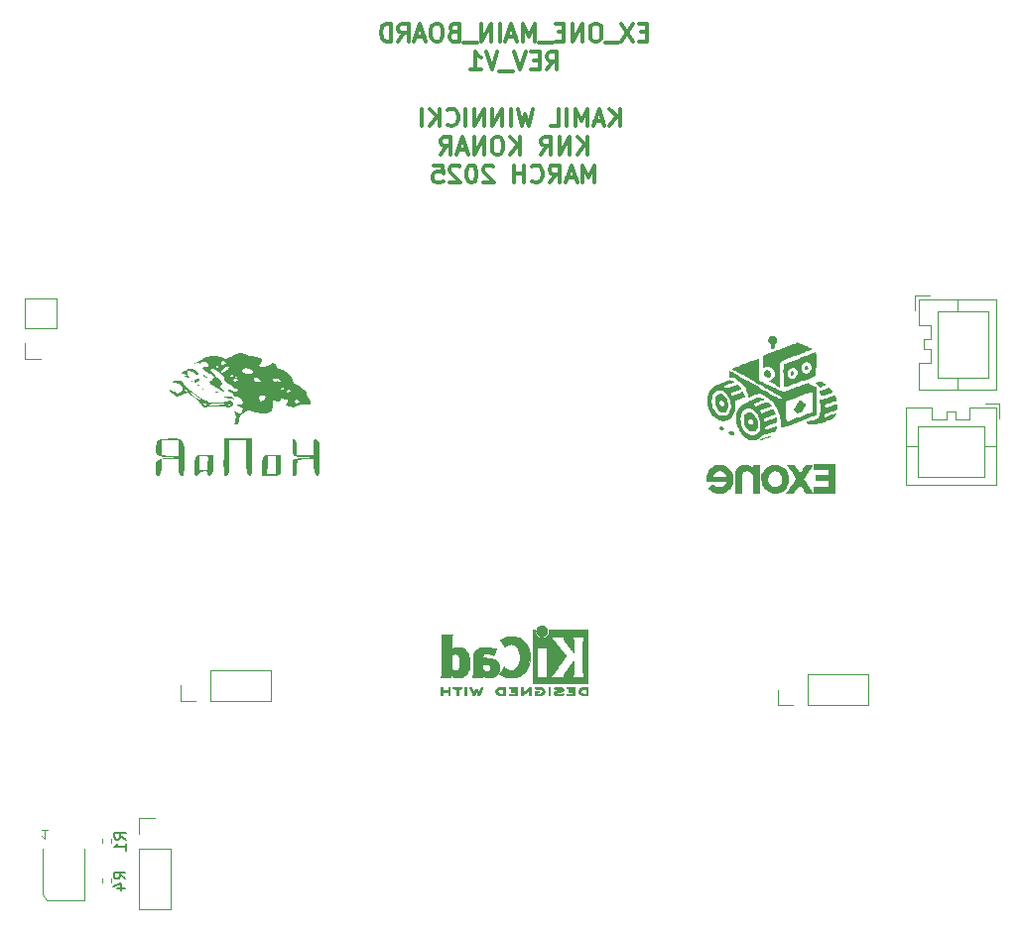
<source format=gbr>
%TF.GenerationSoftware,KiCad,Pcbnew,8.0.1*%
%TF.CreationDate,2025-03-10T11:27:29+01:00*%
%TF.ProjectId,main_board,6d61696e-5f62-46f6-9172-642e6b696361,rev?*%
%TF.SameCoordinates,Original*%
%TF.FileFunction,Legend,Bot*%
%TF.FilePolarity,Positive*%
%FSLAX46Y46*%
G04 Gerber Fmt 4.6, Leading zero omitted, Abs format (unit mm)*
G04 Created by KiCad (PCBNEW 8.0.1) date 2025-03-10 11:27:29*
%MOMM*%
%LPD*%
G01*
G04 APERTURE LIST*
%ADD10C,0.300000*%
%ADD11C,0.100000*%
%ADD12C,0.150000*%
%ADD13C,0.000000*%
%ADD14C,0.120000*%
%ADD15C,0.010000*%
G04 APERTURE END LIST*
D10*
X157821429Y-71355324D02*
X157321429Y-71355324D01*
X157107143Y-72141038D02*
X157821429Y-72141038D01*
X157821429Y-72141038D02*
X157821429Y-70641038D01*
X157821429Y-70641038D02*
X157107143Y-70641038D01*
X156607143Y-70641038D02*
X155607143Y-72141038D01*
X155607143Y-70641038D02*
X156607143Y-72141038D01*
X155392858Y-72283895D02*
X154250000Y-72283895D01*
X153607143Y-70641038D02*
X153321429Y-70641038D01*
X153321429Y-70641038D02*
X153178572Y-70712467D01*
X153178572Y-70712467D02*
X153035715Y-70855324D01*
X153035715Y-70855324D02*
X152964286Y-71141038D01*
X152964286Y-71141038D02*
X152964286Y-71641038D01*
X152964286Y-71641038D02*
X153035715Y-71926752D01*
X153035715Y-71926752D02*
X153178572Y-72069610D01*
X153178572Y-72069610D02*
X153321429Y-72141038D01*
X153321429Y-72141038D02*
X153607143Y-72141038D01*
X153607143Y-72141038D02*
X153750001Y-72069610D01*
X153750001Y-72069610D02*
X153892858Y-71926752D01*
X153892858Y-71926752D02*
X153964286Y-71641038D01*
X153964286Y-71641038D02*
X153964286Y-71141038D01*
X153964286Y-71141038D02*
X153892858Y-70855324D01*
X153892858Y-70855324D02*
X153750001Y-70712467D01*
X153750001Y-70712467D02*
X153607143Y-70641038D01*
X152321429Y-72141038D02*
X152321429Y-70641038D01*
X152321429Y-70641038D02*
X151464286Y-72141038D01*
X151464286Y-72141038D02*
X151464286Y-70641038D01*
X150750000Y-71355324D02*
X150250000Y-71355324D01*
X150035714Y-72141038D02*
X150750000Y-72141038D01*
X150750000Y-72141038D02*
X150750000Y-70641038D01*
X150750000Y-70641038D02*
X150035714Y-70641038D01*
X149750000Y-72283895D02*
X148607142Y-72283895D01*
X148250000Y-72141038D02*
X148250000Y-70641038D01*
X148250000Y-70641038D02*
X147750000Y-71712467D01*
X147750000Y-71712467D02*
X147250000Y-70641038D01*
X147250000Y-70641038D02*
X147250000Y-72141038D01*
X146607142Y-71712467D02*
X145892857Y-71712467D01*
X146749999Y-72141038D02*
X146249999Y-70641038D01*
X146249999Y-70641038D02*
X145749999Y-72141038D01*
X145250000Y-72141038D02*
X145250000Y-70641038D01*
X144535714Y-72141038D02*
X144535714Y-70641038D01*
X144535714Y-70641038D02*
X143678571Y-72141038D01*
X143678571Y-72141038D02*
X143678571Y-70641038D01*
X143321428Y-72283895D02*
X142178570Y-72283895D01*
X141321428Y-71355324D02*
X141107142Y-71426752D01*
X141107142Y-71426752D02*
X141035713Y-71498181D01*
X141035713Y-71498181D02*
X140964285Y-71641038D01*
X140964285Y-71641038D02*
X140964285Y-71855324D01*
X140964285Y-71855324D02*
X141035713Y-71998181D01*
X141035713Y-71998181D02*
X141107142Y-72069610D01*
X141107142Y-72069610D02*
X141249999Y-72141038D01*
X141249999Y-72141038D02*
X141821428Y-72141038D01*
X141821428Y-72141038D02*
X141821428Y-70641038D01*
X141821428Y-70641038D02*
X141321428Y-70641038D01*
X141321428Y-70641038D02*
X141178571Y-70712467D01*
X141178571Y-70712467D02*
X141107142Y-70783895D01*
X141107142Y-70783895D02*
X141035713Y-70926752D01*
X141035713Y-70926752D02*
X141035713Y-71069610D01*
X141035713Y-71069610D02*
X141107142Y-71212467D01*
X141107142Y-71212467D02*
X141178571Y-71283895D01*
X141178571Y-71283895D02*
X141321428Y-71355324D01*
X141321428Y-71355324D02*
X141821428Y-71355324D01*
X140035713Y-70641038D02*
X139749999Y-70641038D01*
X139749999Y-70641038D02*
X139607142Y-70712467D01*
X139607142Y-70712467D02*
X139464285Y-70855324D01*
X139464285Y-70855324D02*
X139392856Y-71141038D01*
X139392856Y-71141038D02*
X139392856Y-71641038D01*
X139392856Y-71641038D02*
X139464285Y-71926752D01*
X139464285Y-71926752D02*
X139607142Y-72069610D01*
X139607142Y-72069610D02*
X139749999Y-72141038D01*
X139749999Y-72141038D02*
X140035713Y-72141038D01*
X140035713Y-72141038D02*
X140178571Y-72069610D01*
X140178571Y-72069610D02*
X140321428Y-71926752D01*
X140321428Y-71926752D02*
X140392856Y-71641038D01*
X140392856Y-71641038D02*
X140392856Y-71141038D01*
X140392856Y-71141038D02*
X140321428Y-70855324D01*
X140321428Y-70855324D02*
X140178571Y-70712467D01*
X140178571Y-70712467D02*
X140035713Y-70641038D01*
X138821427Y-71712467D02*
X138107142Y-71712467D01*
X138964284Y-72141038D02*
X138464284Y-70641038D01*
X138464284Y-70641038D02*
X137964284Y-72141038D01*
X136607142Y-72141038D02*
X137107142Y-71426752D01*
X137464285Y-72141038D02*
X137464285Y-70641038D01*
X137464285Y-70641038D02*
X136892856Y-70641038D01*
X136892856Y-70641038D02*
X136749999Y-70712467D01*
X136749999Y-70712467D02*
X136678570Y-70783895D01*
X136678570Y-70783895D02*
X136607142Y-70926752D01*
X136607142Y-70926752D02*
X136607142Y-71141038D01*
X136607142Y-71141038D02*
X136678570Y-71283895D01*
X136678570Y-71283895D02*
X136749999Y-71355324D01*
X136749999Y-71355324D02*
X136892856Y-71426752D01*
X136892856Y-71426752D02*
X137464285Y-71426752D01*
X135964285Y-72141038D02*
X135964285Y-70641038D01*
X135964285Y-70641038D02*
X135607142Y-70641038D01*
X135607142Y-70641038D02*
X135392856Y-70712467D01*
X135392856Y-70712467D02*
X135249999Y-70855324D01*
X135249999Y-70855324D02*
X135178570Y-70998181D01*
X135178570Y-70998181D02*
X135107142Y-71283895D01*
X135107142Y-71283895D02*
X135107142Y-71498181D01*
X135107142Y-71498181D02*
X135178570Y-71783895D01*
X135178570Y-71783895D02*
X135249999Y-71926752D01*
X135249999Y-71926752D02*
X135392856Y-72069610D01*
X135392856Y-72069610D02*
X135607142Y-72141038D01*
X135607142Y-72141038D02*
X135964285Y-72141038D01*
X149285713Y-74555954D02*
X149785713Y-73841668D01*
X150142856Y-74555954D02*
X150142856Y-73055954D01*
X150142856Y-73055954D02*
X149571427Y-73055954D01*
X149571427Y-73055954D02*
X149428570Y-73127383D01*
X149428570Y-73127383D02*
X149357141Y-73198811D01*
X149357141Y-73198811D02*
X149285713Y-73341668D01*
X149285713Y-73341668D02*
X149285713Y-73555954D01*
X149285713Y-73555954D02*
X149357141Y-73698811D01*
X149357141Y-73698811D02*
X149428570Y-73770240D01*
X149428570Y-73770240D02*
X149571427Y-73841668D01*
X149571427Y-73841668D02*
X150142856Y-73841668D01*
X148642856Y-73770240D02*
X148142856Y-73770240D01*
X147928570Y-74555954D02*
X148642856Y-74555954D01*
X148642856Y-74555954D02*
X148642856Y-73055954D01*
X148642856Y-73055954D02*
X147928570Y-73055954D01*
X147499998Y-73055954D02*
X146999998Y-74555954D01*
X146999998Y-74555954D02*
X146499998Y-73055954D01*
X146357142Y-74698811D02*
X145214284Y-74698811D01*
X145071427Y-73055954D02*
X144571427Y-74555954D01*
X144571427Y-74555954D02*
X144071427Y-73055954D01*
X142785713Y-74555954D02*
X143642856Y-74555954D01*
X143214285Y-74555954D02*
X143214285Y-73055954D01*
X143214285Y-73055954D02*
X143357142Y-73270240D01*
X143357142Y-73270240D02*
X143499999Y-73413097D01*
X143499999Y-73413097D02*
X143642856Y-73484526D01*
X155500001Y-79385786D02*
X155500001Y-77885786D01*
X154642858Y-79385786D02*
X155285715Y-78528643D01*
X154642858Y-77885786D02*
X155500001Y-78742929D01*
X154071429Y-78957215D02*
X153357144Y-78957215D01*
X154214286Y-79385786D02*
X153714286Y-77885786D01*
X153714286Y-77885786D02*
X153214286Y-79385786D01*
X152714287Y-79385786D02*
X152714287Y-77885786D01*
X152714287Y-77885786D02*
X152214287Y-78957215D01*
X152214287Y-78957215D02*
X151714287Y-77885786D01*
X151714287Y-77885786D02*
X151714287Y-79385786D01*
X151000001Y-79385786D02*
X151000001Y-77885786D01*
X149571429Y-79385786D02*
X150285715Y-79385786D01*
X150285715Y-79385786D02*
X150285715Y-77885786D01*
X148071429Y-77885786D02*
X147714286Y-79385786D01*
X147714286Y-79385786D02*
X147428572Y-78314358D01*
X147428572Y-78314358D02*
X147142857Y-79385786D01*
X147142857Y-79385786D02*
X146785715Y-77885786D01*
X146214286Y-79385786D02*
X146214286Y-77885786D01*
X145500000Y-79385786D02*
X145500000Y-77885786D01*
X145500000Y-77885786D02*
X144642857Y-79385786D01*
X144642857Y-79385786D02*
X144642857Y-77885786D01*
X143928571Y-79385786D02*
X143928571Y-77885786D01*
X143928571Y-77885786D02*
X143071428Y-79385786D01*
X143071428Y-79385786D02*
X143071428Y-77885786D01*
X142357142Y-79385786D02*
X142357142Y-77885786D01*
X140785713Y-79242929D02*
X140857141Y-79314358D01*
X140857141Y-79314358D02*
X141071427Y-79385786D01*
X141071427Y-79385786D02*
X141214284Y-79385786D01*
X141214284Y-79385786D02*
X141428570Y-79314358D01*
X141428570Y-79314358D02*
X141571427Y-79171500D01*
X141571427Y-79171500D02*
X141642856Y-79028643D01*
X141642856Y-79028643D02*
X141714284Y-78742929D01*
X141714284Y-78742929D02*
X141714284Y-78528643D01*
X141714284Y-78528643D02*
X141642856Y-78242929D01*
X141642856Y-78242929D02*
X141571427Y-78100072D01*
X141571427Y-78100072D02*
X141428570Y-77957215D01*
X141428570Y-77957215D02*
X141214284Y-77885786D01*
X141214284Y-77885786D02*
X141071427Y-77885786D01*
X141071427Y-77885786D02*
X140857141Y-77957215D01*
X140857141Y-77957215D02*
X140785713Y-78028643D01*
X140142856Y-79385786D02*
X140142856Y-77885786D01*
X139285713Y-79385786D02*
X139928570Y-78528643D01*
X139285713Y-77885786D02*
X140142856Y-78742929D01*
X138642856Y-79385786D02*
X138642856Y-77885786D01*
X152714286Y-81800702D02*
X152714286Y-80300702D01*
X151857143Y-81800702D02*
X152500000Y-80943559D01*
X151857143Y-80300702D02*
X152714286Y-81157845D01*
X151214286Y-81800702D02*
X151214286Y-80300702D01*
X151214286Y-80300702D02*
X150357143Y-81800702D01*
X150357143Y-81800702D02*
X150357143Y-80300702D01*
X148785714Y-81800702D02*
X149285714Y-81086416D01*
X149642857Y-81800702D02*
X149642857Y-80300702D01*
X149642857Y-80300702D02*
X149071428Y-80300702D01*
X149071428Y-80300702D02*
X148928571Y-80372131D01*
X148928571Y-80372131D02*
X148857142Y-80443559D01*
X148857142Y-80443559D02*
X148785714Y-80586416D01*
X148785714Y-80586416D02*
X148785714Y-80800702D01*
X148785714Y-80800702D02*
X148857142Y-80943559D01*
X148857142Y-80943559D02*
X148928571Y-81014988D01*
X148928571Y-81014988D02*
X149071428Y-81086416D01*
X149071428Y-81086416D02*
X149642857Y-81086416D01*
X147000000Y-81800702D02*
X147000000Y-80300702D01*
X146142857Y-81800702D02*
X146785714Y-80943559D01*
X146142857Y-80300702D02*
X147000000Y-81157845D01*
X145214285Y-80300702D02*
X144928571Y-80300702D01*
X144928571Y-80300702D02*
X144785714Y-80372131D01*
X144785714Y-80372131D02*
X144642857Y-80514988D01*
X144642857Y-80514988D02*
X144571428Y-80800702D01*
X144571428Y-80800702D02*
X144571428Y-81300702D01*
X144571428Y-81300702D02*
X144642857Y-81586416D01*
X144642857Y-81586416D02*
X144785714Y-81729274D01*
X144785714Y-81729274D02*
X144928571Y-81800702D01*
X144928571Y-81800702D02*
X145214285Y-81800702D01*
X145214285Y-81800702D02*
X145357143Y-81729274D01*
X145357143Y-81729274D02*
X145500000Y-81586416D01*
X145500000Y-81586416D02*
X145571428Y-81300702D01*
X145571428Y-81300702D02*
X145571428Y-80800702D01*
X145571428Y-80800702D02*
X145500000Y-80514988D01*
X145500000Y-80514988D02*
X145357143Y-80372131D01*
X145357143Y-80372131D02*
X145214285Y-80300702D01*
X143928571Y-81800702D02*
X143928571Y-80300702D01*
X143928571Y-80300702D02*
X143071428Y-81800702D01*
X143071428Y-81800702D02*
X143071428Y-80300702D01*
X142428570Y-81372131D02*
X141714285Y-81372131D01*
X142571427Y-81800702D02*
X142071427Y-80300702D01*
X142071427Y-80300702D02*
X141571427Y-81800702D01*
X140214285Y-81800702D02*
X140714285Y-81086416D01*
X141071428Y-81800702D02*
X141071428Y-80300702D01*
X141071428Y-80300702D02*
X140499999Y-80300702D01*
X140499999Y-80300702D02*
X140357142Y-80372131D01*
X140357142Y-80372131D02*
X140285713Y-80443559D01*
X140285713Y-80443559D02*
X140214285Y-80586416D01*
X140214285Y-80586416D02*
X140214285Y-80800702D01*
X140214285Y-80800702D02*
X140285713Y-80943559D01*
X140285713Y-80943559D02*
X140357142Y-81014988D01*
X140357142Y-81014988D02*
X140499999Y-81086416D01*
X140499999Y-81086416D02*
X141071428Y-81086416D01*
X153357142Y-84215618D02*
X153357142Y-82715618D01*
X153357142Y-82715618D02*
X152857142Y-83787047D01*
X152857142Y-83787047D02*
X152357142Y-82715618D01*
X152357142Y-82715618D02*
X152357142Y-84215618D01*
X151714284Y-83787047D02*
X150999999Y-83787047D01*
X151857141Y-84215618D02*
X151357141Y-82715618D01*
X151357141Y-82715618D02*
X150857141Y-84215618D01*
X149499999Y-84215618D02*
X149999999Y-83501332D01*
X150357142Y-84215618D02*
X150357142Y-82715618D01*
X150357142Y-82715618D02*
X149785713Y-82715618D01*
X149785713Y-82715618D02*
X149642856Y-82787047D01*
X149642856Y-82787047D02*
X149571427Y-82858475D01*
X149571427Y-82858475D02*
X149499999Y-83001332D01*
X149499999Y-83001332D02*
X149499999Y-83215618D01*
X149499999Y-83215618D02*
X149571427Y-83358475D01*
X149571427Y-83358475D02*
X149642856Y-83429904D01*
X149642856Y-83429904D02*
X149785713Y-83501332D01*
X149785713Y-83501332D02*
X150357142Y-83501332D01*
X147999999Y-84072761D02*
X148071427Y-84144190D01*
X148071427Y-84144190D02*
X148285713Y-84215618D01*
X148285713Y-84215618D02*
X148428570Y-84215618D01*
X148428570Y-84215618D02*
X148642856Y-84144190D01*
X148642856Y-84144190D02*
X148785713Y-84001332D01*
X148785713Y-84001332D02*
X148857142Y-83858475D01*
X148857142Y-83858475D02*
X148928570Y-83572761D01*
X148928570Y-83572761D02*
X148928570Y-83358475D01*
X148928570Y-83358475D02*
X148857142Y-83072761D01*
X148857142Y-83072761D02*
X148785713Y-82929904D01*
X148785713Y-82929904D02*
X148642856Y-82787047D01*
X148642856Y-82787047D02*
X148428570Y-82715618D01*
X148428570Y-82715618D02*
X148285713Y-82715618D01*
X148285713Y-82715618D02*
X148071427Y-82787047D01*
X148071427Y-82787047D02*
X147999999Y-82858475D01*
X147357142Y-84215618D02*
X147357142Y-82715618D01*
X147357142Y-83429904D02*
X146499999Y-83429904D01*
X146499999Y-84215618D02*
X146499999Y-82715618D01*
X144714284Y-82858475D02*
X144642856Y-82787047D01*
X144642856Y-82787047D02*
X144499999Y-82715618D01*
X144499999Y-82715618D02*
X144142856Y-82715618D01*
X144142856Y-82715618D02*
X143999999Y-82787047D01*
X143999999Y-82787047D02*
X143928570Y-82858475D01*
X143928570Y-82858475D02*
X143857141Y-83001332D01*
X143857141Y-83001332D02*
X143857141Y-83144190D01*
X143857141Y-83144190D02*
X143928570Y-83358475D01*
X143928570Y-83358475D02*
X144785713Y-84215618D01*
X144785713Y-84215618D02*
X143857141Y-84215618D01*
X142928570Y-82715618D02*
X142785713Y-82715618D01*
X142785713Y-82715618D02*
X142642856Y-82787047D01*
X142642856Y-82787047D02*
X142571428Y-82858475D01*
X142571428Y-82858475D02*
X142499999Y-83001332D01*
X142499999Y-83001332D02*
X142428570Y-83287047D01*
X142428570Y-83287047D02*
X142428570Y-83644190D01*
X142428570Y-83644190D02*
X142499999Y-83929904D01*
X142499999Y-83929904D02*
X142571428Y-84072761D01*
X142571428Y-84072761D02*
X142642856Y-84144190D01*
X142642856Y-84144190D02*
X142785713Y-84215618D01*
X142785713Y-84215618D02*
X142928570Y-84215618D01*
X142928570Y-84215618D02*
X143071428Y-84144190D01*
X143071428Y-84144190D02*
X143142856Y-84072761D01*
X143142856Y-84072761D02*
X143214285Y-83929904D01*
X143214285Y-83929904D02*
X143285713Y-83644190D01*
X143285713Y-83644190D02*
X143285713Y-83287047D01*
X143285713Y-83287047D02*
X143214285Y-83001332D01*
X143214285Y-83001332D02*
X143142856Y-82858475D01*
X143142856Y-82858475D02*
X143071428Y-82787047D01*
X143071428Y-82787047D02*
X142928570Y-82715618D01*
X141857142Y-82858475D02*
X141785714Y-82787047D01*
X141785714Y-82787047D02*
X141642857Y-82715618D01*
X141642857Y-82715618D02*
X141285714Y-82715618D01*
X141285714Y-82715618D02*
X141142857Y-82787047D01*
X141142857Y-82787047D02*
X141071428Y-82858475D01*
X141071428Y-82858475D02*
X140999999Y-83001332D01*
X140999999Y-83001332D02*
X140999999Y-83144190D01*
X140999999Y-83144190D02*
X141071428Y-83358475D01*
X141071428Y-83358475D02*
X141928571Y-84215618D01*
X141928571Y-84215618D02*
X140999999Y-84215618D01*
X139642857Y-82715618D02*
X140357143Y-82715618D01*
X140357143Y-82715618D02*
X140428571Y-83429904D01*
X140428571Y-83429904D02*
X140357143Y-83358475D01*
X140357143Y-83358475D02*
X140214286Y-83287047D01*
X140214286Y-83287047D02*
X139857143Y-83287047D01*
X139857143Y-83287047D02*
X139714286Y-83358475D01*
X139714286Y-83358475D02*
X139642857Y-83429904D01*
X139642857Y-83429904D02*
X139571428Y-83572761D01*
X139571428Y-83572761D02*
X139571428Y-83929904D01*
X139571428Y-83929904D02*
X139642857Y-84072761D01*
X139642857Y-84072761D02*
X139714286Y-84144190D01*
X139714286Y-84144190D02*
X139857143Y-84215618D01*
X139857143Y-84215618D02*
X140214286Y-84215618D01*
X140214286Y-84215618D02*
X140357143Y-84144190D01*
X140357143Y-84144190D02*
X140428571Y-84072761D01*
D11*
X106649678Y-139445604D02*
X106192535Y-139445604D01*
X106421107Y-139445604D02*
X106421107Y-140245604D01*
X106421107Y-140245604D02*
X106344916Y-140131319D01*
X106344916Y-140131319D02*
X106268726Y-140055128D01*
X106268726Y-140055128D02*
X106192535Y-140017033D01*
D12*
X113364819Y-140293333D02*
X112888628Y-139960000D01*
X113364819Y-139721905D02*
X112364819Y-139721905D01*
X112364819Y-139721905D02*
X112364819Y-140102857D01*
X112364819Y-140102857D02*
X112412438Y-140198095D01*
X112412438Y-140198095D02*
X112460057Y-140245714D01*
X112460057Y-140245714D02*
X112555295Y-140293333D01*
X112555295Y-140293333D02*
X112698152Y-140293333D01*
X112698152Y-140293333D02*
X112793390Y-140245714D01*
X112793390Y-140245714D02*
X112841009Y-140198095D01*
X112841009Y-140198095D02*
X112888628Y-140102857D01*
X112888628Y-140102857D02*
X112888628Y-139721905D01*
X113364819Y-141245714D02*
X113364819Y-140674286D01*
X113364819Y-140960000D02*
X112364819Y-140960000D01*
X112364819Y-140960000D02*
X112507676Y-140864762D01*
X112507676Y-140864762D02*
X112602914Y-140769524D01*
X112602914Y-140769524D02*
X112650533Y-140674286D01*
X113314819Y-143653333D02*
X112838628Y-143320000D01*
X113314819Y-143081905D02*
X112314819Y-143081905D01*
X112314819Y-143081905D02*
X112314819Y-143462857D01*
X112314819Y-143462857D02*
X112362438Y-143558095D01*
X112362438Y-143558095D02*
X112410057Y-143605714D01*
X112410057Y-143605714D02*
X112505295Y-143653333D01*
X112505295Y-143653333D02*
X112648152Y-143653333D01*
X112648152Y-143653333D02*
X112743390Y-143605714D01*
X112743390Y-143605714D02*
X112791009Y-143558095D01*
X112791009Y-143558095D02*
X112838628Y-143462857D01*
X112838628Y-143462857D02*
X112838628Y-143081905D01*
X112648152Y-144510476D02*
X113314819Y-144510476D01*
X112267200Y-144272381D02*
X112981485Y-144034286D01*
X112981485Y-144034286D02*
X112981485Y-144653333D01*
D13*
%TO.C,G\u002A\u002A\u002A*%
G36*
X119062369Y-101144842D02*
G01*
X119022306Y-101184905D01*
X118982243Y-101144842D01*
X119022306Y-101104779D01*
X119062369Y-101144842D01*
G37*
G36*
X120237553Y-101772497D02*
G01*
X120250089Y-101796598D01*
X120184136Y-101825915D01*
X120141717Y-101820132D01*
X120130719Y-101772497D01*
X120142462Y-101762908D01*
X120237553Y-101772497D01*
G37*
G36*
X119561655Y-101428363D02*
G01*
X119623253Y-101505410D01*
X119622334Y-101523543D01*
X119587918Y-101585536D01*
X119575065Y-101581849D01*
X119503063Y-101505410D01*
X119490543Y-101474372D01*
X119538398Y-101425284D01*
X119561655Y-101428363D01*
G37*
G36*
X120082453Y-101289631D02*
G01*
X120096230Y-101293596D01*
X120108093Y-101317983D01*
X119983821Y-101329537D01*
X119964845Y-101329647D01*
X119839411Y-101318904D01*
X119842075Y-101292600D01*
X119907914Y-101277900D01*
X120082453Y-101289631D01*
G37*
G36*
X119908324Y-101749394D02*
G01*
X119983821Y-101825915D01*
X119998745Y-101854283D01*
X119993278Y-101906041D01*
X119979190Y-101902435D01*
X119903694Y-101825915D01*
X119888770Y-101797546D01*
X119894237Y-101745788D01*
X119908324Y-101749394D01*
G37*
G36*
X120061111Y-100642376D02*
G01*
X120228916Y-100746567D01*
X120313229Y-100815663D01*
X120324753Y-100855876D01*
X120190412Y-100846724D01*
X120059958Y-100809724D01*
X119963388Y-100724179D01*
X119966280Y-100639915D01*
X120061111Y-100642376D01*
G37*
G36*
X119671878Y-100987870D02*
G01*
X119626200Y-101099272D01*
X119614652Y-101118855D01*
X119489892Y-101228725D01*
X119338499Y-101268435D01*
X119215715Y-101234843D01*
X119176784Y-101124810D01*
X119244002Y-101021018D01*
X119455902Y-100959051D01*
X119619896Y-100950340D01*
X119671878Y-100987870D01*
G37*
G36*
X121026366Y-102033757D02*
G01*
X121189695Y-102069271D01*
X121301705Y-102120107D01*
X121303881Y-102122807D01*
X121245079Y-102136774D01*
X121081358Y-102131855D01*
X121065622Y-102130535D01*
X120895260Y-102097360D01*
X120825145Y-102047723D01*
X120881671Y-102024191D01*
X121026366Y-102033757D01*
G37*
G36*
X122509314Y-102548569D02*
G01*
X122690001Y-102729256D01*
X122378551Y-102665852D01*
X122331268Y-102656484D01*
X122095429Y-102616399D01*
X121926880Y-102597643D01*
X121853083Y-102584316D01*
X121786660Y-102521194D01*
X121845716Y-102486603D01*
X121999406Y-102502947D01*
X122148461Y-102518947D01*
X122270390Y-102462113D01*
X122275252Y-102454875D01*
X122362123Y-102434653D01*
X122509314Y-102548569D01*
G37*
G36*
X126592809Y-108537750D02*
G01*
X126582919Y-108835609D01*
X126559587Y-109023484D01*
X126518166Y-109131830D01*
X126454010Y-109191105D01*
X126430476Y-109201636D01*
X126254011Y-109238285D01*
X125978553Y-109264513D01*
X125652748Y-109275213D01*
X124991707Y-109277650D01*
X124991707Y-109117756D01*
X125432401Y-109117756D01*
X125813000Y-109117577D01*
X126193600Y-109117397D01*
X126193600Y-108356198D01*
X126193600Y-107595000D01*
X125838530Y-107595000D01*
X125483461Y-107595000D01*
X125457931Y-108356378D01*
X125432401Y-109117756D01*
X124991707Y-109117756D01*
X124991707Y-108502728D01*
X124991722Y-108469252D01*
X124999647Y-108047967D01*
X125037227Y-107759889D01*
X125126535Y-107579772D01*
X125289646Y-107482373D01*
X125548635Y-107442446D01*
X125925577Y-107434747D01*
X126594231Y-107434747D01*
X126594231Y-108272091D01*
X126593781Y-108356198D01*
X126592809Y-108537750D01*
G37*
G36*
X124106936Y-107675126D02*
G01*
X124108129Y-107962486D01*
X124107437Y-108445305D01*
X124101402Y-108796766D01*
X124088692Y-109036300D01*
X124067977Y-109183337D01*
X124037927Y-109257310D01*
X123997211Y-109277650D01*
X123887674Y-109232858D01*
X123754295Y-109099569D01*
X123730442Y-109059711D01*
X123688902Y-108940125D01*
X123660003Y-108755984D01*
X123641785Y-108483383D01*
X123632291Y-108098414D01*
X123629562Y-107577171D01*
X123629562Y-106232855D01*
X122908426Y-106232855D01*
X122187291Y-106232855D01*
X122187291Y-107608722D01*
X122185547Y-108090518D01*
X122178452Y-108478723D01*
X122163907Y-108752900D01*
X122139823Y-108937035D01*
X122104112Y-109055112D01*
X122054683Y-109131120D01*
X121947241Y-109222674D01*
X121810661Y-109277650D01*
X121800433Y-109276367D01*
X121764389Y-109238397D01*
X121738385Y-109133824D01*
X121721264Y-108943928D01*
X121711870Y-108649992D01*
X121709045Y-108233298D01*
X121711634Y-107675126D01*
X121724022Y-106072602D01*
X122911250Y-106072602D01*
X124098478Y-106072602D01*
X124106936Y-107675126D01*
G37*
G36*
X119002973Y-100115242D02*
G01*
X119239828Y-100174328D01*
X119397517Y-100301702D01*
X119398026Y-100302332D01*
X119521759Y-100489075D01*
X119516254Y-100592292D01*
X119380891Y-100624022D01*
X119256790Y-100580906D01*
X119130962Y-100403675D01*
X119125989Y-100391472D01*
X119056212Y-100274064D01*
X119007416Y-100279472D01*
X118958456Y-100329513D01*
X118796620Y-100309125D01*
X118726217Y-100286036D01*
X118637543Y-100305085D01*
X118609084Y-100449967D01*
X118631856Y-100605835D01*
X118729274Y-100758302D01*
X118775602Y-100794621D01*
X118811484Y-100849053D01*
X118701802Y-100860625D01*
X118603630Y-100850457D01*
X118421360Y-100784274D01*
X118359617Y-100733076D01*
X118401328Y-100705375D01*
X118438087Y-100699369D01*
X118501486Y-100624966D01*
X118461150Y-100579462D01*
X118321202Y-100564872D01*
X118205926Y-100555984D01*
X118140918Y-100463769D01*
X118180248Y-100383465D01*
X118321202Y-100317976D01*
X118433289Y-100280047D01*
X118501486Y-100191496D01*
X118508016Y-100165874D01*
X118619666Y-100113877D01*
X118876697Y-100106251D01*
X119002973Y-100115242D01*
G37*
G36*
X120825145Y-108209668D02*
G01*
X120819767Y-108576304D01*
X120799008Y-108847603D01*
X120758158Y-109021701D01*
X120692538Y-109131120D01*
X120658281Y-109166868D01*
X120497629Y-109269842D01*
X120386132Y-109231661D01*
X120344388Y-109056725D01*
X120343020Y-108985409D01*
X120314486Y-108885784D01*
X120214799Y-108853299D01*
X119999897Y-108863199D01*
X119871042Y-108877885D01*
X119679743Y-108940797D01*
X119579235Y-109063624D01*
X119503942Y-109174183D01*
X119362843Y-109263025D01*
X119307471Y-109263612D01*
X119262606Y-109217970D01*
X119236951Y-109095436D01*
X119225344Y-108868238D01*
X119222622Y-108508604D01*
X119222648Y-108463815D01*
X119227890Y-108195946D01*
X119623253Y-108195946D01*
X119623347Y-108254325D01*
X119626653Y-108527493D01*
X119633730Y-108716337D01*
X119643284Y-108782894D01*
X119659828Y-108778278D01*
X119790662Y-108760008D01*
X120003852Y-108738224D01*
X120344388Y-108707552D01*
X120344388Y-108278018D01*
X120347683Y-108114415D01*
X120365294Y-107871178D01*
X120393024Y-107721742D01*
X120400256Y-107699740D01*
X120385009Y-107634179D01*
X120272896Y-107602951D01*
X120032456Y-107595000D01*
X119623253Y-107595000D01*
X119623253Y-108195946D01*
X119227890Y-108195946D01*
X119230854Y-108044458D01*
X119268836Y-107757814D01*
X119358493Y-107578702D01*
X119521722Y-107481940D01*
X119780422Y-107442349D01*
X120156491Y-107434747D01*
X120825145Y-107434747D01*
X120825145Y-107699740D01*
X120825145Y-108209668D01*
G37*
G36*
X118341234Y-107835378D02*
G01*
X118339458Y-108345274D01*
X118332870Y-108734025D01*
X118319887Y-109001728D01*
X118298930Y-109168292D01*
X118268416Y-109253629D01*
X118226768Y-109277650D01*
X118082694Y-109245378D01*
X117955092Y-109104135D01*
X117883093Y-108837339D01*
X117860477Y-108430601D01*
X117860477Y-107835378D01*
X117139341Y-107835378D01*
X116418205Y-107835378D01*
X116418205Y-108409984D01*
X116406222Y-108752509D01*
X116364122Y-108987560D01*
X116285598Y-109131120D01*
X116197266Y-109219719D01*
X116073492Y-109286614D01*
X115993421Y-109222161D01*
X115950319Y-109017303D01*
X115937448Y-108662981D01*
X115937631Y-108577751D01*
X115949554Y-108243934D01*
X115997979Y-108015186D01*
X116107650Y-107871042D01*
X116303315Y-107791039D01*
X116609717Y-107754713D01*
X117051602Y-107741599D01*
X117900540Y-107727946D01*
X117032675Y-107681505D01*
X117028943Y-107681305D01*
X116591857Y-107651093D01*
X116289983Y-107603020D01*
X116098463Y-107518407D01*
X116087161Y-107503501D01*
X116418205Y-107503501D01*
X117139525Y-107529219D01*
X117860845Y-107554937D01*
X117860661Y-106893896D01*
X117860477Y-106232855D01*
X117139341Y-106232855D01*
X116418205Y-106232855D01*
X116418205Y-106868178D01*
X116418205Y-107503501D01*
X116087161Y-107503501D01*
X115992439Y-107378576D01*
X115947053Y-107164850D01*
X115937448Y-106858550D01*
X115937529Y-106825391D01*
X115952847Y-106531565D01*
X116010934Y-106325501D01*
X116135208Y-106191887D01*
X116349089Y-106115409D01*
X116675994Y-106080752D01*
X117139341Y-106072602D01*
X117327336Y-106072296D01*
X117674515Y-106076269D01*
X117931882Y-106102726D01*
X118112853Y-106171343D01*
X118230840Y-106301791D01*
X118299258Y-106513745D01*
X118331520Y-106826879D01*
X118341041Y-107260865D01*
X118341140Y-107554937D01*
X118341234Y-107835378D01*
G37*
G36*
X129547852Y-106104435D02*
G01*
X129701323Y-106197335D01*
X129716507Y-106208120D01*
X129775340Y-106259216D01*
X129817981Y-106330043D01*
X129847034Y-106444023D01*
X129865100Y-106624574D01*
X129874782Y-106895117D01*
X129878682Y-107279072D01*
X129879404Y-107799859D01*
X129879391Y-107854938D01*
X129877232Y-108372326D01*
X129870298Y-108751152D01*
X129857036Y-109011256D01*
X129835894Y-109172480D01*
X129805319Y-109254664D01*
X129763758Y-109277650D01*
X129655197Y-109248987D01*
X129516331Y-109085789D01*
X129428984Y-108790039D01*
X129398647Y-108375313D01*
X129398647Y-107829139D01*
X128697543Y-107852290D01*
X127996439Y-107875441D01*
X127973884Y-108476388D01*
X127970949Y-108546721D01*
X127944035Y-108870565D01*
X127895432Y-109070618D01*
X127818349Y-109177492D01*
X127731528Y-109234235D01*
X127620556Y-109277650D01*
X127618636Y-109277503D01*
X127582190Y-109199161D01*
X127561066Y-109006673D01*
X127554311Y-108743448D01*
X127560970Y-108452898D01*
X127580090Y-108178434D01*
X127610717Y-107963465D01*
X127651896Y-107851403D01*
X127674304Y-107835983D01*
X127849266Y-107790013D01*
X128161483Y-107757586D01*
X128593379Y-107740767D01*
X129438710Y-107726283D01*
X128629257Y-107680673D01*
X128548983Y-107675822D01*
X128136773Y-107637915D01*
X127842708Y-107586516D01*
X127687774Y-107525094D01*
X127639067Y-107469084D01*
X127589010Y-107331354D01*
X127563119Y-107100759D01*
X127555745Y-106743864D01*
X127556568Y-106626882D01*
X127566421Y-106343651D01*
X127585065Y-106146540D01*
X127609530Y-106072602D01*
X127677678Y-106103243D01*
X127809846Y-106205210D01*
X127852977Y-106251569D01*
X127915833Y-106383528D01*
X127947593Y-106595135D01*
X127956376Y-106926346D01*
X127956376Y-107514873D01*
X128677511Y-107514873D01*
X129398647Y-107514873D01*
X129398647Y-106793738D01*
X129400223Y-106632739D01*
X129412240Y-106345384D01*
X129433510Y-106146756D01*
X129460945Y-106072602D01*
X129547852Y-106104435D01*
G37*
G36*
X118859932Y-101986167D02*
G01*
X118881454Y-101990885D01*
X119020073Y-102062411D01*
X119236901Y-102202092D01*
X119495259Y-102386798D01*
X119573759Y-102444332D01*
X119833818Y-102619215D01*
X120049064Y-102741444D01*
X120179226Y-102787429D01*
X120249470Y-102803202D01*
X120264166Y-102806502D01*
X120376190Y-102914983D01*
X120386072Y-102936038D01*
X120446822Y-102988239D01*
X120573902Y-103014827D01*
X120798394Y-103019440D01*
X121151381Y-103005715D01*
X121305304Y-102996003D01*
X121616870Y-102963818D01*
X121851820Y-102922362D01*
X121968357Y-102878161D01*
X122096781Y-102802687D01*
X122286600Y-102810002D01*
X122442866Y-102919955D01*
X122507795Y-103107933D01*
X122501027Y-103152992D01*
X122497733Y-103174921D01*
X122411644Y-103332287D01*
X122383577Y-103355732D01*
X122214968Y-103418423D01*
X122029164Y-103416887D01*
X121906980Y-103348525D01*
X121905914Y-103347018D01*
X121804194Y-103317118D01*
X121586673Y-103301340D01*
X121295389Y-103298537D01*
X120972377Y-103307564D01*
X120659674Y-103327273D01*
X120399316Y-103356520D01*
X120233340Y-103394158D01*
X120083455Y-103413729D01*
X119898523Y-103324237D01*
X119785327Y-103125937D01*
X119772774Y-103096060D01*
X119749263Y-103066493D01*
X119983897Y-103066493D01*
X120053417Y-103179321D01*
X120144010Y-103232625D01*
X120220784Y-103188060D01*
X120504641Y-103188060D01*
X120509720Y-103202488D01*
X120612243Y-103244366D01*
X120805114Y-103254187D01*
X121201881Y-103230605D01*
X121533833Y-103195166D01*
X121725222Y-103149981D01*
X121756329Y-103121288D01*
X122067101Y-103121288D01*
X122076389Y-103162235D01*
X122174911Y-103250705D01*
X122235226Y-103251264D01*
X122255038Y-103152992D01*
X122195353Y-103048031D01*
X122110180Y-103031123D01*
X122080468Y-103093311D01*
X122067101Y-103121288D01*
X121756329Y-103121288D01*
X121786660Y-103093311D01*
X121722103Y-103044384D01*
X121536265Y-103057855D01*
X121460389Y-103070494D01*
X121188871Y-103097267D01*
X120895256Y-103107933D01*
X120760133Y-103112905D01*
X120576599Y-103141858D01*
X120553541Y-103156663D01*
X120504641Y-103188060D01*
X120220784Y-103188060D01*
X120226109Y-103184969D01*
X120239532Y-103156663D01*
X120223553Y-103038586D01*
X120130802Y-102968248D01*
X120020488Y-102999153D01*
X119983897Y-103066493D01*
X119749263Y-103066493D01*
X119657746Y-102951404D01*
X119455254Y-102759263D01*
X119199280Y-102552869D01*
X118655118Y-102146946D01*
X118177385Y-102307883D01*
X117699653Y-102468819D01*
X117379434Y-102256909D01*
X117152415Y-102080422D01*
X117062519Y-101955614D01*
X117103301Y-101901919D01*
X117262432Y-101934885D01*
X117527582Y-102070062D01*
X117669949Y-102149175D01*
X117812410Y-102184890D01*
X117928213Y-102133790D01*
X117996473Y-102080418D01*
X118819089Y-102080418D01*
X118850094Y-102163446D01*
X119011845Y-102315706D01*
X119298833Y-102531277D01*
X119427815Y-102621728D01*
X119654487Y-102774464D01*
X119786679Y-102847917D01*
X119848394Y-102853645D01*
X119863631Y-102803202D01*
X119852913Y-102783920D01*
X119749805Y-102686532D01*
X119569339Y-102541253D01*
X119351119Y-102377337D01*
X119134748Y-102224037D01*
X118959830Y-102110604D01*
X118865969Y-102066293D01*
X118819089Y-102080418D01*
X117996473Y-102080418D01*
X118017701Y-102063820D01*
X118154292Y-101921064D01*
X118359596Y-101921064D01*
X118438801Y-102026535D01*
X118534906Y-102040527D01*
X118581612Y-101952781D01*
X118565123Y-101890428D01*
X118454746Y-101825915D01*
X118394469Y-101839329D01*
X118359596Y-101921064D01*
X118154292Y-101921064D01*
X118169822Y-101904833D01*
X118199885Y-101757409D01*
X118123375Y-101577414D01*
X118039757Y-101461202D01*
X117888947Y-101367177D01*
X117643904Y-101328902D01*
X117521122Y-101316557D01*
X117342549Y-101269802D01*
X117314773Y-101210984D01*
X117433833Y-101155998D01*
X117695769Y-101120741D01*
X117863331Y-101113211D01*
X118038813Y-101131458D01*
X118156194Y-101211189D01*
X118277735Y-101380159D01*
X118323472Y-101446202D01*
X118461788Y-101601941D01*
X118569082Y-101664670D01*
X118639450Y-101695242D01*
X118718648Y-101825915D01*
X118761703Y-101919146D01*
X118811000Y-101952781D01*
X118859932Y-101986167D01*
G37*
G36*
X124799118Y-99679011D02*
G01*
X124710250Y-99760608D01*
X124756696Y-99869291D01*
X124892245Y-99959220D01*
X124930536Y-99962969D01*
X125066641Y-99976295D01*
X125192022Y-99902886D01*
X125267471Y-99852303D01*
X125437130Y-99822760D01*
X125564236Y-99805667D01*
X125632716Y-99751979D01*
X125634050Y-99739347D01*
X125717822Y-99663953D01*
X125886111Y-99634329D01*
X126074690Y-99663354D01*
X126170293Y-99727958D01*
X126233663Y-99911359D01*
X126236045Y-99963203D01*
X126294973Y-100081288D01*
X126466841Y-100129793D01*
X126486186Y-100132284D01*
X126765284Y-100218175D01*
X126970478Y-100333886D01*
X127051517Y-100379585D01*
X127305158Y-100584778D01*
X127471664Y-100784274D01*
X127486477Y-100802022D01*
X127555745Y-100999580D01*
X127573935Y-101116821D01*
X127635871Y-101184905D01*
X127670640Y-101196250D01*
X127679058Y-101215270D01*
X127715997Y-101298728D01*
X127716200Y-101303388D01*
X127792170Y-101397359D01*
X127963873Y-101466993D01*
X128174990Y-101554295D01*
X128339895Y-101683205D01*
X128378953Y-101713738D01*
X128380486Y-101715496D01*
X128528926Y-101850131D01*
X128651898Y-101906041D01*
X128726481Y-101966868D01*
X128731855Y-101998464D01*
X128757638Y-102150061D01*
X128792565Y-102338690D01*
X128880257Y-102482792D01*
X128937921Y-102577551D01*
X129068069Y-102758443D01*
X129119807Y-102903786D01*
X129137862Y-102954508D01*
X129142024Y-103008132D01*
X129126446Y-103087563D01*
X129050417Y-103132056D01*
X128880684Y-103154390D01*
X128583989Y-103167345D01*
X128395605Y-103177997D01*
X128040918Y-103230017D01*
X127813343Y-103315848D01*
X127626699Y-103398298D01*
X127445765Y-103363861D01*
X127323354Y-103309616D01*
X127121684Y-103232762D01*
X127021557Y-103174742D01*
X127061589Y-103089281D01*
X127111913Y-103023362D01*
X127138531Y-102936811D01*
X127733015Y-102936811D01*
X127811487Y-103056979D01*
X127959211Y-103086902D01*
X128104953Y-103001812D01*
X128155818Y-102903786D01*
X128087709Y-102796677D01*
X128052766Y-102772687D01*
X127898570Y-102745068D01*
X127770463Y-102808280D01*
X127733015Y-102936811D01*
X127138531Y-102936811D01*
X127155180Y-102882676D01*
X127128779Y-102774905D01*
X127036984Y-102757663D01*
X126927519Y-102753129D01*
X126776574Y-102660033D01*
X126696365Y-102583610D01*
X126636770Y-102571016D01*
X126609186Y-102688526D01*
X126595709Y-102744655D01*
X126478582Y-102883647D01*
X126285443Y-102913491D01*
X126057088Y-102824165D01*
X125921657Y-102739957D01*
X125875771Y-102737903D01*
X125902164Y-102827735D01*
X125916594Y-102893674D01*
X125923837Y-103105763D01*
X125903060Y-103367421D01*
X125891201Y-103451262D01*
X125841511Y-103664467D01*
X125755566Y-103786134D01*
X125601182Y-103869827D01*
X125357841Y-103920255D01*
X124988231Y-103912577D01*
X124554113Y-103842152D01*
X124097126Y-103713312D01*
X124049733Y-103697073D01*
X123879898Y-103649466D01*
X123749332Y-103657204D01*
X123602627Y-103734435D01*
X123384374Y-103895307D01*
X123202611Y-104039738D01*
X123067193Y-104182612D01*
X123007976Y-104328867D01*
X122993116Y-104530173D01*
X122992066Y-104587178D01*
X122974138Y-104773950D01*
X122915571Y-104853833D01*
X122790220Y-104870709D01*
X122687939Y-104865213D01*
X122629562Y-104813006D01*
X122670031Y-104665178D01*
X122719418Y-104503819D01*
X122728439Y-104138034D01*
X122581386Y-103778432D01*
X122495343Y-103622712D01*
X122469479Y-103520319D01*
X122535569Y-103546457D01*
X122682363Y-103708880D01*
X122865445Y-103869722D01*
X123066945Y-103889994D01*
X123267634Y-103750446D01*
X123307222Y-103700290D01*
X123346956Y-103536451D01*
X123236276Y-103401616D01*
X122982317Y-103306879D01*
X122840965Y-103261450D01*
X122787018Y-103201900D01*
X122866541Y-103163669D01*
X123065151Y-103170450D01*
X123248018Y-103172213D01*
X123318284Y-103096996D01*
X123322624Y-102996777D01*
X123264861Y-102707939D01*
X123186568Y-102627176D01*
X124711265Y-102627176D01*
X124711323Y-102632824D01*
X124775907Y-102790581D01*
X124922449Y-102864103D01*
X125092271Y-102843123D01*
X125226696Y-102717372D01*
X125260869Y-102649952D01*
X125306926Y-102482792D01*
X125228443Y-102406830D01*
X125011738Y-102401992D01*
X124830212Y-102427799D01*
X124733401Y-102492401D01*
X124711265Y-102627176D01*
X123186568Y-102627176D01*
X123093755Y-102531436D01*
X122811088Y-102469472D01*
X122662287Y-102440044D01*
X122508600Y-102308175D01*
X122392776Y-102169733D01*
X122205308Y-102033912D01*
X122088888Y-101967172D01*
X122048828Y-101910124D01*
X122131273Y-101862019D01*
X122258219Y-101855246D01*
X122459353Y-101978295D01*
X122614274Y-102083990D01*
X122775781Y-102100049D01*
X122804569Y-102086528D01*
X122853972Y-102030959D01*
X127074988Y-102030959D01*
X127080958Y-102087275D01*
X127152528Y-102140293D01*
X127314696Y-102068403D01*
X127385944Y-101998464D01*
X127341710Y-101900334D01*
X127251937Y-101851160D01*
X127129787Y-101889538D01*
X127074988Y-102030959D01*
X122853972Y-102030959D01*
X122893734Y-101986235D01*
X122895290Y-101877118D01*
X122802687Y-101825915D01*
X122801713Y-101825907D01*
X122714918Y-101785851D01*
X126594231Y-101785851D01*
X126602120Y-101840999D01*
X126664546Y-101906041D01*
X126718943Y-101886578D01*
X126834609Y-101785851D01*
X126856798Y-101757992D01*
X126880046Y-101683205D01*
X126764294Y-101665662D01*
X126661931Y-101688212D01*
X126594231Y-101785851D01*
X122714918Y-101785851D01*
X122678068Y-101768845D01*
X122529742Y-101633612D01*
X122351670Y-101489630D01*
X122113962Y-101386714D01*
X122094887Y-101382273D01*
X121946798Y-101323049D01*
X121911228Y-101257945D01*
X121918646Y-101215776D01*
X121840656Y-101139101D01*
X121802792Y-101109508D01*
X122507795Y-101109508D01*
X122536701Y-101163783D01*
X122658793Y-101176072D01*
X122826054Y-101107862D01*
X122838175Y-101100093D01*
X122898886Y-101035144D01*
X122809860Y-100981800D01*
X122725210Y-100962283D01*
X122572878Y-100996351D01*
X122507795Y-101109508D01*
X121802792Y-101109508D01*
X121785042Y-101095635D01*
X121759627Y-100959118D01*
X121759727Y-100952578D01*
X124325392Y-100952578D01*
X124332333Y-101035144D01*
X124337374Y-101095111D01*
X124482454Y-101189303D01*
X124676361Y-101247017D01*
X124845227Y-101261161D01*
X124911581Y-101216230D01*
X124911385Y-101212534D01*
X124849827Y-101106795D01*
X124802367Y-101056143D01*
X125873095Y-101056143D01*
X125906447Y-101151723D01*
X126029140Y-101216230D01*
X126034604Y-101219103D01*
X126196548Y-101183083D01*
X126277213Y-101158664D01*
X126444425Y-101190496D01*
X126536853Y-101234115D01*
X126672640Y-101263505D01*
X126703197Y-101215270D01*
X126605385Y-101102113D01*
X126516193Y-101043155D01*
X126311886Y-100968730D01*
X126102357Y-100943937D01*
X125938971Y-100971999D01*
X125873095Y-101056143D01*
X124802367Y-101056143D01*
X124716729Y-100964744D01*
X124568163Y-100839870D01*
X124460200Y-100785658D01*
X124397864Y-100817167D01*
X124326331Y-100948924D01*
X124325392Y-100952578D01*
X121759727Y-100952578D01*
X121760456Y-100904702D01*
X121676117Y-100737754D01*
X121645537Y-100704148D01*
X122267417Y-100704148D01*
X122279318Y-100739474D01*
X122382877Y-100784274D01*
X122668048Y-100784274D01*
X122683336Y-100822566D01*
X122792966Y-100864400D01*
X122850199Y-100852870D01*
X122868363Y-100784274D01*
X122851963Y-100762392D01*
X122743445Y-100704148D01*
X122725556Y-100706441D01*
X122668048Y-100784274D01*
X122382877Y-100784274D01*
X122431926Y-100777874D01*
X122547858Y-100704148D01*
X122543190Y-100654867D01*
X122432398Y-100624022D01*
X122334728Y-100639676D01*
X122267417Y-100704148D01*
X121645537Y-100704148D01*
X121500020Y-100544234D01*
X121301827Y-100379800D01*
X121466155Y-100379800D01*
X121475002Y-100427512D01*
X121562582Y-100457216D01*
X121731339Y-100373044D01*
X121965767Y-100181160D01*
X121994219Y-100154259D01*
X123262199Y-100154259D01*
X123277825Y-100261453D01*
X123397691Y-100392856D01*
X123443115Y-100424728D01*
X123650937Y-100514578D01*
X123863613Y-100541428D01*
X124048324Y-100514267D01*
X124172253Y-100442090D01*
X124202584Y-100333886D01*
X124106499Y-100198649D01*
X124046204Y-100158674D01*
X123840443Y-100090319D01*
X123599783Y-100064621D01*
X123386332Y-100084846D01*
X123262199Y-100154259D01*
X121994219Y-100154259D01*
X122076913Y-100076074D01*
X122179681Y-99962969D01*
X122178986Y-99914594D01*
X122085956Y-99905418D01*
X122058437Y-99907801D01*
X121881346Y-99975180D01*
X121876287Y-99978541D01*
X121687143Y-100104211D01*
X121530517Y-100253036D01*
X121466155Y-100379800D01*
X121301827Y-100379800D01*
X121269951Y-100353354D01*
X121023695Y-100194328D01*
X120799037Y-100096368D01*
X120633761Y-100088687D01*
X120527413Y-100166041D01*
X120518244Y-100259284D01*
X120624830Y-100303517D01*
X120679851Y-100310260D01*
X120745019Y-100363913D01*
X120748610Y-100375381D01*
X120824661Y-100481986D01*
X120979302Y-100663002D01*
X121185713Y-100886617D01*
X121290023Y-100997403D01*
X121502635Y-101240630D01*
X121604710Y-101397051D01*
X121603490Y-101480651D01*
X121506218Y-101505410D01*
X121451009Y-101507785D01*
X121396146Y-101539208D01*
X121444378Y-101627070D01*
X121604099Y-101796322D01*
X121679124Y-101875528D01*
X121754476Y-101994281D01*
X121711244Y-102051368D01*
X121636465Y-102051600D01*
X121510430Y-101965415D01*
X121485061Y-101937179D01*
X121325433Y-101822152D01*
X121105745Y-101710955D01*
X121046568Y-101685083D01*
X120813956Y-101564130D01*
X120647794Y-101449872D01*
X120583248Y-101382020D01*
X120510625Y-101246833D01*
X120528691Y-101159507D01*
X120638741Y-101161267D01*
X120730136Y-101174776D01*
X120723926Y-101085258D01*
X120713784Y-101012967D01*
X120790142Y-100913609D01*
X120848216Y-100885601D01*
X120897233Y-100794289D01*
X120789629Y-100678774D01*
X120524672Y-100538020D01*
X120521135Y-100536435D01*
X120262942Y-100396128D01*
X120064883Y-100244422D01*
X119940671Y-100102693D01*
X119904018Y-99992321D01*
X119968635Y-99934682D01*
X120148237Y-99951154D01*
X120299414Y-99960689D01*
X120317187Y-99942949D01*
X121065524Y-99942949D01*
X121067850Y-99974881D01*
X121133994Y-100060642D01*
X121250307Y-100011899D01*
X121270608Y-99978541D01*
X121245552Y-99875776D01*
X121140921Y-99822760D01*
X121106281Y-99836283D01*
X121065524Y-99942949D01*
X120317187Y-99942949D01*
X120394344Y-99865936D01*
X120396461Y-99733733D01*
X120307404Y-99627173D01*
X121466155Y-99627173D01*
X121482138Y-99693022D01*
X121595533Y-99732210D01*
X121824936Y-99669459D01*
X121913213Y-99631262D01*
X121926634Y-99585744D01*
X121803248Y-99511133D01*
X121668047Y-99459727D01*
X121520595Y-99484501D01*
X121466155Y-99627173D01*
X120307404Y-99627173D01*
X120292254Y-99609045D01*
X120118262Y-99536603D01*
X119922995Y-99534886D01*
X119754961Y-99622372D01*
X119668523Y-99687601D01*
X119623253Y-99668231D01*
X119616835Y-99639411D01*
X119524716Y-99587740D01*
X119376274Y-99600870D01*
X119239982Y-99677197D01*
X119184154Y-99717895D01*
X119091197Y-99718044D01*
X119107906Y-99678507D01*
X119235632Y-99593836D01*
X119450430Y-99492356D01*
X119621182Y-99415980D01*
X119795915Y-99321491D01*
X119863631Y-99260417D01*
X119890550Y-99229634D01*
X120031176Y-99156140D01*
X120251807Y-99073230D01*
X120286458Y-99062097D01*
X120552484Y-98997945D01*
X120815312Y-98988028D01*
X121153226Y-99028457D01*
X121405039Y-99077758D01*
X121606168Y-99135704D01*
X121693179Y-99186263D01*
X121698809Y-99198237D01*
X121804196Y-99254687D01*
X121956516Y-99248835D01*
X122067101Y-99181750D01*
X122111545Y-99141457D01*
X122259727Y-99101624D01*
X122387750Y-99062924D01*
X122547858Y-98941372D01*
X122563830Y-98925632D01*
X122747635Y-98834555D01*
X123011620Y-98783395D01*
X123297642Y-98774561D01*
X123547554Y-98810462D01*
X123703212Y-98893506D01*
X123731287Y-98918757D01*
X123900498Y-98996488D01*
X124133686Y-99048583D01*
X124134335Y-99048665D01*
X124512357Y-99101129D01*
X124757215Y-99151222D01*
X124895378Y-99210244D01*
X124953310Y-99289492D01*
X124957477Y-99400266D01*
X124912976Y-99545174D01*
X124878462Y-99585744D01*
X124799118Y-99679011D01*
G37*
D14*
%TO.C,J2*%
X180700000Y-93850000D02*
X180700000Y-95100000D01*
X181000000Y-94150000D02*
X181000000Y-96410000D01*
X181000000Y-96410000D02*
X182000000Y-96410000D01*
X181000000Y-99610000D02*
X181000000Y-101870000D01*
X181000000Y-101870000D02*
X187620000Y-101870000D01*
X181400000Y-97610000D02*
X181400000Y-98410000D01*
X181400000Y-98410000D02*
X182000000Y-98410000D01*
X181950000Y-93850000D02*
X180700000Y-93850000D01*
X182000000Y-96410000D02*
X182000000Y-97610000D01*
X182000000Y-97610000D02*
X181400000Y-97610000D01*
X182000000Y-98410000D02*
X182000000Y-99610000D01*
X182000000Y-99610000D02*
X181000000Y-99610000D01*
X182610000Y-95160000D02*
X182610000Y-100860000D01*
X182610000Y-100860000D02*
X186910000Y-100860000D01*
X184310000Y-95160000D02*
X184310000Y-94150000D01*
X184310000Y-100860000D02*
X184310000Y-101870000D01*
X186910000Y-95160000D02*
X182610000Y-95160000D01*
X186910000Y-100860000D02*
X186910000Y-95160000D01*
X187620000Y-94150000D02*
X181000000Y-94150000D01*
X187620000Y-101870000D02*
X187620000Y-94150000D01*
%TO.C,J6*%
X168960000Y-128850000D02*
X168960000Y-127520000D01*
X170290000Y-128850000D02*
X168960000Y-128850000D01*
X171560000Y-128850000D02*
X171560000Y-126190000D01*
X176700000Y-126190000D02*
X171560000Y-126190000D01*
X176700000Y-128850000D02*
X171560000Y-128850000D01*
X176700000Y-128850000D02*
X176700000Y-126190000D01*
%TO.C,U4*%
X106254366Y-141112500D02*
X106254366Y-145012500D01*
X106254366Y-145012500D02*
X106624366Y-145482500D01*
X109824366Y-141102500D02*
X109824366Y-145482500D01*
X109824366Y-145482500D02*
X106624366Y-145482500D01*
%TO.C,R1*%
X111320000Y-140610121D02*
X111320000Y-140274879D01*
X112080000Y-140610121D02*
X112080000Y-140274879D01*
D15*
%TO.C,REF\u002A\u002A*%
X142355406Y-127274949D02*
X142381127Y-127290647D01*
X142407778Y-127312227D01*
X142407778Y-127959684D01*
X142381127Y-127981264D01*
X142349767Y-127998739D01*
X142313966Y-127999575D01*
X142282528Y-127979082D01*
X142278652Y-127974416D01*
X142273186Y-127964949D01*
X142268979Y-127951267D01*
X142265867Y-127930748D01*
X142263687Y-127900768D01*
X142262276Y-127858704D01*
X142261471Y-127801932D01*
X142261107Y-127727830D01*
X142261022Y-127633773D01*
X142261022Y-127312227D01*
X142287673Y-127290647D01*
X142311386Y-127275877D01*
X142334400Y-127269067D01*
X142355406Y-127274949D01*
G36*
X142355406Y-127274949D02*
G01*
X142381127Y-127290647D01*
X142407778Y-127312227D01*
X142407778Y-127959684D01*
X142381127Y-127981264D01*
X142349767Y-127998739D01*
X142313966Y-127999575D01*
X142282528Y-127979082D01*
X142278652Y-127974416D01*
X142273186Y-127964949D01*
X142268979Y-127951267D01*
X142265867Y-127930748D01*
X142263687Y-127900768D01*
X142262276Y-127858704D01*
X142261471Y-127801932D01*
X142261107Y-127727830D01*
X142261022Y-127633773D01*
X142261022Y-127312227D01*
X142287673Y-127290647D01*
X142311386Y-127275877D01*
X142334400Y-127269067D01*
X142355406Y-127274949D01*
G37*
X149486137Y-127273463D02*
X149520291Y-127296776D01*
X149548000Y-127324485D01*
X149548000Y-127637537D01*
X149547959Y-127721567D01*
X149547701Y-127795789D01*
X149547030Y-127852541D01*
X149545752Y-127894512D01*
X149543673Y-127924389D01*
X149540599Y-127944861D01*
X149536334Y-127958614D01*
X149530684Y-127968337D01*
X149523455Y-127976717D01*
X149491991Y-127998181D01*
X149456826Y-127999947D01*
X149423822Y-127980267D01*
X149418516Y-127974398D01*
X149413066Y-127965314D01*
X149408900Y-127951973D01*
X149405846Y-127931757D01*
X149403732Y-127902049D01*
X149402386Y-127860232D01*
X149401638Y-127803689D01*
X149401314Y-127729802D01*
X149401245Y-127635956D01*
X149401284Y-127560294D01*
X149401539Y-127482385D01*
X149402183Y-127422375D01*
X149403387Y-127377648D01*
X149405324Y-127345585D01*
X149408164Y-127323571D01*
X149412079Y-127308987D01*
X149417242Y-127299218D01*
X149423822Y-127291645D01*
X149453006Y-127272623D01*
X149486137Y-127273463D01*
G36*
X149486137Y-127273463D02*
G01*
X149520291Y-127296776D01*
X149548000Y-127324485D01*
X149548000Y-127637537D01*
X149547959Y-127721567D01*
X149547701Y-127795789D01*
X149547030Y-127852541D01*
X149545752Y-127894512D01*
X149543673Y-127924389D01*
X149540599Y-127944861D01*
X149536334Y-127958614D01*
X149530684Y-127968337D01*
X149523455Y-127976717D01*
X149491991Y-127998181D01*
X149456826Y-127999947D01*
X149423822Y-127980267D01*
X149418516Y-127974398D01*
X149413066Y-127965314D01*
X149408900Y-127951973D01*
X149405846Y-127931757D01*
X149403732Y-127902049D01*
X149402386Y-127860232D01*
X149401638Y-127803689D01*
X149401314Y-127729802D01*
X149401245Y-127635956D01*
X149401284Y-127560294D01*
X149401539Y-127482385D01*
X149402183Y-127422375D01*
X149403387Y-127377648D01*
X149405324Y-127345585D01*
X149408164Y-127323571D01*
X149412079Y-127308987D01*
X149417242Y-127299218D01*
X149423822Y-127291645D01*
X149453006Y-127272623D01*
X149486137Y-127273463D01*
G37*
X148954562Y-122032850D02*
X149037313Y-122060053D01*
X149112406Y-122105484D01*
X149184298Y-122171302D01*
X149222846Y-122215567D01*
X149262256Y-122273961D01*
X149287446Y-122334586D01*
X149300861Y-122403865D01*
X149304948Y-122488222D01*
X149304669Y-122534307D01*
X149302460Y-122575450D01*
X149296894Y-122607582D01*
X149286586Y-122638122D01*
X149270148Y-122674489D01*
X149256200Y-122701728D01*
X149197665Y-122787429D01*
X149125619Y-122856617D01*
X149041947Y-122907741D01*
X148948531Y-122939250D01*
X148915434Y-122946225D01*
X148874960Y-122953094D01*
X148841999Y-122954919D01*
X148807698Y-122951947D01*
X148763200Y-122944426D01*
X148711934Y-122932002D01*
X148621434Y-122894112D01*
X148542345Y-122839836D01*
X148476528Y-122771770D01*
X148425840Y-122692511D01*
X148392140Y-122604654D01*
X148377286Y-122510795D01*
X148383136Y-122413530D01*
X148409399Y-122317220D01*
X148454418Y-122228494D01*
X148515373Y-122153419D01*
X148590184Y-122093641D01*
X148676768Y-122050809D01*
X148773043Y-122026571D01*
X148876928Y-122022576D01*
X148954562Y-122032850D01*
G36*
X148954562Y-122032850D02*
G01*
X149037313Y-122060053D01*
X149112406Y-122105484D01*
X149184298Y-122171302D01*
X149222846Y-122215567D01*
X149262256Y-122273961D01*
X149287446Y-122334586D01*
X149300861Y-122403865D01*
X149304948Y-122488222D01*
X149304669Y-122534307D01*
X149302460Y-122575450D01*
X149296894Y-122607582D01*
X149286586Y-122638122D01*
X149270148Y-122674489D01*
X149256200Y-122701728D01*
X149197665Y-122787429D01*
X149125619Y-122856617D01*
X149041947Y-122907741D01*
X148948531Y-122939250D01*
X148915434Y-122946225D01*
X148874960Y-122953094D01*
X148841999Y-122954919D01*
X148807698Y-122951947D01*
X148763200Y-122944426D01*
X148711934Y-122932002D01*
X148621434Y-122894112D01*
X148542345Y-122839836D01*
X148476528Y-122771770D01*
X148425840Y-122692511D01*
X148392140Y-122604654D01*
X148377286Y-122510795D01*
X148383136Y-122413530D01*
X148409399Y-122317220D01*
X148454418Y-122228494D01*
X148515373Y-122153419D01*
X148590184Y-122093641D01*
X148676768Y-122050809D01*
X148773043Y-122026571D01*
X148876928Y-122022576D01*
X148954562Y-122032850D01*
G37*
X141655767Y-127269068D02*
X141749890Y-127269158D01*
X141824405Y-127269498D01*
X141881811Y-127270239D01*
X141924611Y-127271535D01*
X141955304Y-127273537D01*
X141976391Y-127276396D01*
X141990373Y-127280266D01*
X141999750Y-127285298D01*
X142007022Y-127291645D01*
X142025828Y-127324362D01*
X142027275Y-127361939D01*
X142010917Y-127395178D01*
X142009557Y-127396631D01*
X141998354Y-127404992D01*
X141981252Y-127410547D01*
X141954082Y-127413840D01*
X141912678Y-127415418D01*
X141852873Y-127415822D01*
X141713511Y-127415822D01*
X141713511Y-127679589D01*
X141713436Y-127755417D01*
X141713028Y-127822083D01*
X141712046Y-127871867D01*
X141710250Y-127907784D01*
X141707399Y-127932850D01*
X141703253Y-127950081D01*
X141697571Y-127962492D01*
X141690114Y-127973100D01*
X141687824Y-127975906D01*
X141656646Y-127998548D01*
X141622266Y-128000112D01*
X141589334Y-127980267D01*
X141582355Y-127972191D01*
X141576883Y-127961593D01*
X141572863Y-127945749D01*
X141570072Y-127921773D01*
X141568288Y-127886774D01*
X141567289Y-127837864D01*
X141566852Y-127772154D01*
X141566756Y-127686756D01*
X141566756Y-127415822D01*
X141420820Y-127415822D01*
X141409720Y-127415821D01*
X141353202Y-127415596D01*
X141314358Y-127414457D01*
X141288965Y-127411657D01*
X141272804Y-127406450D01*
X141261652Y-127398089D01*
X141251289Y-127385826D01*
X141235441Y-127355138D01*
X141238543Y-127321358D01*
X141264187Y-127288822D01*
X141269129Y-127285105D01*
X141279338Y-127280269D01*
X141294764Y-127276506D01*
X141317886Y-127273683D01*
X141351183Y-127271670D01*
X141397137Y-127270333D01*
X141458228Y-127269542D01*
X141536935Y-127269163D01*
X141635740Y-127269067D01*
X141655767Y-127269068D01*
G36*
X141655767Y-127269068D02*
G01*
X141749890Y-127269158D01*
X141824405Y-127269498D01*
X141881811Y-127270239D01*
X141924611Y-127271535D01*
X141955304Y-127273537D01*
X141976391Y-127276396D01*
X141990373Y-127280266D01*
X141999750Y-127285298D01*
X142007022Y-127291645D01*
X142025828Y-127324362D01*
X142027275Y-127361939D01*
X142010917Y-127395178D01*
X142009557Y-127396631D01*
X141998354Y-127404992D01*
X141981252Y-127410547D01*
X141954082Y-127413840D01*
X141912678Y-127415418D01*
X141852873Y-127415822D01*
X141713511Y-127415822D01*
X141713511Y-127679589D01*
X141713436Y-127755417D01*
X141713028Y-127822083D01*
X141712046Y-127871867D01*
X141710250Y-127907784D01*
X141707399Y-127932850D01*
X141703253Y-127950081D01*
X141697571Y-127962492D01*
X141690114Y-127973100D01*
X141687824Y-127975906D01*
X141656646Y-127998548D01*
X141622266Y-128000112D01*
X141589334Y-127980267D01*
X141582355Y-127972191D01*
X141576883Y-127961593D01*
X141572863Y-127945749D01*
X141570072Y-127921773D01*
X141568288Y-127886774D01*
X141567289Y-127837864D01*
X141566852Y-127772154D01*
X141566756Y-127686756D01*
X141566756Y-127415822D01*
X141420820Y-127415822D01*
X141409720Y-127415821D01*
X141353202Y-127415596D01*
X141314358Y-127414457D01*
X141288965Y-127411657D01*
X141272804Y-127406450D01*
X141261652Y-127398089D01*
X141251289Y-127385826D01*
X141235441Y-127355138D01*
X141238543Y-127321358D01*
X141264187Y-127288822D01*
X141269129Y-127285105D01*
X141279338Y-127280269D01*
X141294764Y-127276506D01*
X141317886Y-127273683D01*
X141351183Y-127271670D01*
X141397137Y-127270333D01*
X141458228Y-127269542D01*
X141536935Y-127269163D01*
X141635740Y-127269067D01*
X141655767Y-127269068D01*
G37*
X140979734Y-127291645D02*
X140985366Y-127297835D01*
X140990456Y-127306041D01*
X140994543Y-127317817D01*
X140997721Y-127335276D01*
X141000087Y-127360530D01*
X141001738Y-127395690D01*
X141002769Y-127442869D01*
X141003277Y-127504177D01*
X141003359Y-127581727D01*
X141003109Y-127677631D01*
X141002625Y-127794000D01*
X141002557Y-127808175D01*
X141001971Y-127869937D01*
X141000648Y-127913620D01*
X140998103Y-127943001D01*
X140993848Y-127961855D01*
X140987396Y-127973959D01*
X140978262Y-127983089D01*
X140944804Y-128000506D01*
X140909856Y-127997604D01*
X140878953Y-127973100D01*
X140869944Y-127959897D01*
X140862492Y-127941361D01*
X140858124Y-127915333D01*
X140856069Y-127876787D01*
X140855556Y-127820700D01*
X140855556Y-127698045D01*
X140358845Y-127698045D01*
X140358845Y-127832871D01*
X140358772Y-127868662D01*
X140358009Y-127914992D01*
X140355833Y-127945526D01*
X140351536Y-127964557D01*
X140344412Y-127976374D01*
X140333755Y-127985271D01*
X140301504Y-128000341D01*
X140266217Y-127997673D01*
X140235486Y-127973100D01*
X140230831Y-127966845D01*
X140224895Y-127956321D01*
X140220364Y-127942391D01*
X140217048Y-127922317D01*
X140214759Y-127893360D01*
X140213308Y-127852780D01*
X140212505Y-127797840D01*
X140212162Y-127725799D01*
X140212089Y-127633920D01*
X140212089Y-127324485D01*
X140239798Y-127296776D01*
X140271177Y-127274533D01*
X140304406Y-127271844D01*
X140336267Y-127291645D01*
X140344553Y-127301415D01*
X140351965Y-127317307D01*
X140356302Y-127341275D01*
X140358338Y-127378148D01*
X140358845Y-127432756D01*
X140358845Y-127551289D01*
X140855556Y-127551289D01*
X140855556Y-127435776D01*
X140855994Y-127384078D01*
X140857958Y-127349554D01*
X140862474Y-127326978D01*
X140870567Y-127311126D01*
X140883265Y-127296776D01*
X140914643Y-127274533D01*
X140947872Y-127271844D01*
X140979734Y-127291645D01*
G36*
X140979734Y-127291645D02*
G01*
X140985366Y-127297835D01*
X140990456Y-127306041D01*
X140994543Y-127317817D01*
X140997721Y-127335276D01*
X141000087Y-127360530D01*
X141001738Y-127395690D01*
X141002769Y-127442869D01*
X141003277Y-127504177D01*
X141003359Y-127581727D01*
X141003109Y-127677631D01*
X141002625Y-127794000D01*
X141002557Y-127808175D01*
X141001971Y-127869937D01*
X141000648Y-127913620D01*
X140998103Y-127943001D01*
X140993848Y-127961855D01*
X140987396Y-127973959D01*
X140978262Y-127983089D01*
X140944804Y-128000506D01*
X140909856Y-127997604D01*
X140878953Y-127973100D01*
X140869944Y-127959897D01*
X140862492Y-127941361D01*
X140858124Y-127915333D01*
X140856069Y-127876787D01*
X140855556Y-127820700D01*
X140855556Y-127698045D01*
X140358845Y-127698045D01*
X140358845Y-127832871D01*
X140358772Y-127868662D01*
X140358009Y-127914992D01*
X140355833Y-127945526D01*
X140351536Y-127964557D01*
X140344412Y-127976374D01*
X140333755Y-127985271D01*
X140301504Y-128000341D01*
X140266217Y-127997673D01*
X140235486Y-127973100D01*
X140230831Y-127966845D01*
X140224895Y-127956321D01*
X140220364Y-127942391D01*
X140217048Y-127922317D01*
X140214759Y-127893360D01*
X140213308Y-127852780D01*
X140212505Y-127797840D01*
X140212162Y-127725799D01*
X140212089Y-127633920D01*
X140212089Y-127324485D01*
X140239798Y-127296776D01*
X140271177Y-127274533D01*
X140304406Y-127271844D01*
X140336267Y-127291645D01*
X140344553Y-127301415D01*
X140351965Y-127317307D01*
X140356302Y-127341275D01*
X140358338Y-127378148D01*
X140358845Y-127432756D01*
X140358845Y-127551289D01*
X140855556Y-127551289D01*
X140855556Y-127435776D01*
X140855994Y-127384078D01*
X140857958Y-127349554D01*
X140862474Y-127326978D01*
X140870567Y-127311126D01*
X140883265Y-127296776D01*
X140914643Y-127274533D01*
X140947872Y-127271844D01*
X140979734Y-127291645D01*
G37*
X145685133Y-127880396D02*
X145683163Y-127913175D01*
X145680235Y-127936095D01*
X145676158Y-127951897D01*
X145670743Y-127963319D01*
X145663803Y-127973100D01*
X145640406Y-128002845D01*
X145474714Y-128002251D01*
X145439918Y-128001953D01*
X145341435Y-127998522D01*
X145260473Y-127990839D01*
X145193379Y-127978282D01*
X145136496Y-127960227D01*
X145086169Y-127936052D01*
X145082810Y-127934135D01*
X145024998Y-127897417D01*
X144982644Y-127860451D01*
X144949828Y-127816966D01*
X144920628Y-127760689D01*
X144916346Y-127751073D01*
X144893769Y-127687887D01*
X144888034Y-127642333D01*
X145037279Y-127642333D01*
X145042892Y-127667061D01*
X145048618Y-127682939D01*
X145081548Y-127742847D01*
X145128886Y-127788600D01*
X145192652Y-127821736D01*
X145274861Y-127843790D01*
X145277655Y-127844292D01*
X145323940Y-127850255D01*
X145380336Y-127854483D01*
X145435274Y-127856089D01*
X145529156Y-127856089D01*
X145529156Y-127415822D01*
X145441667Y-127416270D01*
X145374747Y-127418746D01*
X145282349Y-127429998D01*
X145203034Y-127449537D01*
X145141060Y-127476511D01*
X145110120Y-127497240D01*
X145082000Y-127527006D01*
X145058660Y-127569434D01*
X145051533Y-127585400D01*
X145039709Y-127617902D01*
X145037279Y-127642333D01*
X144888034Y-127642333D01*
X144886797Y-127632509D01*
X144895399Y-127577483D01*
X144919541Y-127515351D01*
X144920337Y-127513658D01*
X144960788Y-127444236D01*
X145011473Y-127387638D01*
X145074198Y-127343070D01*
X145150774Y-127309741D01*
X145243009Y-127286861D01*
X145352712Y-127273636D01*
X145481691Y-127269275D01*
X145485263Y-127269270D01*
X145545283Y-127269410D01*
X145587214Y-127270446D01*
X145615328Y-127273040D01*
X145633897Y-127277853D01*
X145647194Y-127285544D01*
X145659491Y-127296776D01*
X145687200Y-127324485D01*
X145687200Y-127633920D01*
X145687175Y-127695526D01*
X145686950Y-127774311D01*
X145686332Y-127835021D01*
X145685775Y-127856089D01*
X145685133Y-127880396D01*
G36*
X145685133Y-127880396D02*
G01*
X145683163Y-127913175D01*
X145680235Y-127936095D01*
X145676158Y-127951897D01*
X145670743Y-127963319D01*
X145663803Y-127973100D01*
X145640406Y-128002845D01*
X145474714Y-128002251D01*
X145439918Y-128001953D01*
X145341435Y-127998522D01*
X145260473Y-127990839D01*
X145193379Y-127978282D01*
X145136496Y-127960227D01*
X145086169Y-127936052D01*
X145082810Y-127934135D01*
X145024998Y-127897417D01*
X144982644Y-127860451D01*
X144949828Y-127816966D01*
X144920628Y-127760689D01*
X144916346Y-127751073D01*
X144893769Y-127687887D01*
X144888034Y-127642333D01*
X145037279Y-127642333D01*
X145042892Y-127667061D01*
X145048618Y-127682939D01*
X145081548Y-127742847D01*
X145128886Y-127788600D01*
X145192652Y-127821736D01*
X145274861Y-127843790D01*
X145277655Y-127844292D01*
X145323940Y-127850255D01*
X145380336Y-127854483D01*
X145435274Y-127856089D01*
X145529156Y-127856089D01*
X145529156Y-127415822D01*
X145441667Y-127416270D01*
X145374747Y-127418746D01*
X145282349Y-127429998D01*
X145203034Y-127449537D01*
X145141060Y-127476511D01*
X145110120Y-127497240D01*
X145082000Y-127527006D01*
X145058660Y-127569434D01*
X145051533Y-127585400D01*
X145039709Y-127617902D01*
X145037279Y-127642333D01*
X144888034Y-127642333D01*
X144886797Y-127632509D01*
X144895399Y-127577483D01*
X144919541Y-127515351D01*
X144920337Y-127513658D01*
X144960788Y-127444236D01*
X145011473Y-127387638D01*
X145074198Y-127343070D01*
X145150774Y-127309741D01*
X145243009Y-127286861D01*
X145352712Y-127273636D01*
X145481691Y-127269275D01*
X145485263Y-127269270D01*
X145545283Y-127269410D01*
X145587214Y-127270446D01*
X145615328Y-127273040D01*
X145633897Y-127277853D01*
X145647194Y-127285544D01*
X145659491Y-127296776D01*
X145687200Y-127324485D01*
X145687200Y-127633920D01*
X145687175Y-127695526D01*
X145686950Y-127774311D01*
X145686332Y-127835021D01*
X145685775Y-127856089D01*
X145685133Y-127880396D01*
G37*
X152776817Y-127454427D02*
X152776870Y-127535041D01*
X152776622Y-127635956D01*
X152776583Y-127711617D01*
X152776328Y-127789526D01*
X152775684Y-127849536D01*
X152774480Y-127894264D01*
X152772543Y-127926326D01*
X152769703Y-127948340D01*
X152765788Y-127962924D01*
X152760626Y-127972694D01*
X152754045Y-127980267D01*
X152747077Y-127986501D01*
X152734079Y-127993801D01*
X152714931Y-127998554D01*
X152685528Y-128001292D01*
X152641762Y-128002545D01*
X152579528Y-128002845D01*
X152530582Y-128002469D01*
X152423722Y-127998041D01*
X152334494Y-127987953D01*
X152259696Y-127971365D01*
X152196125Y-127947435D01*
X152140579Y-127915321D01*
X152089854Y-127874182D01*
X152083866Y-127868330D01*
X152046999Y-127819821D01*
X152015899Y-127759013D01*
X151994417Y-127694769D01*
X151989136Y-127656026D01*
X152136353Y-127656026D01*
X152154635Y-127706961D01*
X152184305Y-127752878D01*
X152231002Y-127795287D01*
X152292392Y-127825090D01*
X152371538Y-127844226D01*
X152373028Y-127844464D01*
X152421999Y-127850256D01*
X152480693Y-127854396D01*
X152536734Y-127856004D01*
X152629867Y-127856089D01*
X152629867Y-127415822D01*
X152553667Y-127415808D01*
X152550639Y-127415817D01*
X152499519Y-127417782D01*
X152439416Y-127422507D01*
X152382708Y-127429035D01*
X152332750Y-127438331D01*
X152257998Y-127464600D01*
X152200489Y-127503899D01*
X152158988Y-127556933D01*
X152137771Y-127608200D01*
X152136353Y-127656026D01*
X151989136Y-127656026D01*
X151986400Y-127635956D01*
X151987679Y-127614739D01*
X151999991Y-127557323D01*
X152022520Y-127497413D01*
X152051750Y-127443363D01*
X152084167Y-127403532D01*
X152103708Y-127386510D01*
X152158420Y-127347322D01*
X152218723Y-127317193D01*
X152287919Y-127295232D01*
X152369311Y-127280550D01*
X152466200Y-127272259D01*
X152581889Y-127269467D01*
X152621371Y-127269066D01*
X152667082Y-127268653D01*
X152702883Y-127270457D01*
X152729974Y-127276739D01*
X152749556Y-127289759D01*
X152762830Y-127311778D01*
X152770998Y-127345055D01*
X152775260Y-127391851D01*
X152775857Y-127415822D01*
X152776817Y-127454427D01*
G36*
X152776817Y-127454427D02*
G01*
X152776870Y-127535041D01*
X152776622Y-127635956D01*
X152776583Y-127711617D01*
X152776328Y-127789526D01*
X152775684Y-127849536D01*
X152774480Y-127894264D01*
X152772543Y-127926326D01*
X152769703Y-127948340D01*
X152765788Y-127962924D01*
X152760626Y-127972694D01*
X152754045Y-127980267D01*
X152747077Y-127986501D01*
X152734079Y-127993801D01*
X152714931Y-127998554D01*
X152685528Y-128001292D01*
X152641762Y-128002545D01*
X152579528Y-128002845D01*
X152530582Y-128002469D01*
X152423722Y-127998041D01*
X152334494Y-127987953D01*
X152259696Y-127971365D01*
X152196125Y-127947435D01*
X152140579Y-127915321D01*
X152089854Y-127874182D01*
X152083866Y-127868330D01*
X152046999Y-127819821D01*
X152015899Y-127759013D01*
X151994417Y-127694769D01*
X151989136Y-127656026D01*
X152136353Y-127656026D01*
X152154635Y-127706961D01*
X152184305Y-127752878D01*
X152231002Y-127795287D01*
X152292392Y-127825090D01*
X152371538Y-127844226D01*
X152373028Y-127844464D01*
X152421999Y-127850256D01*
X152480693Y-127854396D01*
X152536734Y-127856004D01*
X152629867Y-127856089D01*
X152629867Y-127415822D01*
X152553667Y-127415808D01*
X152550639Y-127415817D01*
X152499519Y-127417782D01*
X152439416Y-127422507D01*
X152382708Y-127429035D01*
X152332750Y-127438331D01*
X152257998Y-127464600D01*
X152200489Y-127503899D01*
X152158988Y-127556933D01*
X152137771Y-127608200D01*
X152136353Y-127656026D01*
X151989136Y-127656026D01*
X151986400Y-127635956D01*
X151987679Y-127614739D01*
X151999991Y-127557323D01*
X152022520Y-127497413D01*
X152051750Y-127443363D01*
X152084167Y-127403532D01*
X152103708Y-127386510D01*
X152158420Y-127347322D01*
X152218723Y-127317193D01*
X152287919Y-127295232D01*
X152369311Y-127280550D01*
X152466200Y-127272259D01*
X152581889Y-127269467D01*
X152621371Y-127269066D01*
X152667082Y-127268653D01*
X152702883Y-127270457D01*
X152729974Y-127276739D01*
X152749556Y-127289759D01*
X152762830Y-127311778D01*
X152770998Y-127345055D01*
X152775260Y-127391851D01*
X152775857Y-127415822D01*
X152776817Y-127454427D01*
G37*
X147831893Y-127267892D02*
X147843301Y-127274029D01*
X147853850Y-127284691D01*
X147865136Y-127298811D01*
X147869589Y-127304772D01*
X147875588Y-127315268D01*
X147880167Y-127329093D01*
X147883519Y-127348998D01*
X147885833Y-127377732D01*
X147887301Y-127418045D01*
X147888113Y-127472687D01*
X147888460Y-127544407D01*
X147888534Y-127635956D01*
X147888511Y-127694486D01*
X147888292Y-127773573D01*
X147887683Y-127834516D01*
X147886492Y-127880062D01*
X147884529Y-127912963D01*
X147881603Y-127935968D01*
X147877523Y-127951826D01*
X147872097Y-127963286D01*
X147865136Y-127973100D01*
X147834708Y-127997493D01*
X147799765Y-128000372D01*
X147762784Y-127981282D01*
X147758600Y-127977807D01*
X147750424Y-127969279D01*
X147744364Y-127957728D01*
X147739981Y-127939896D01*
X147736839Y-127912524D01*
X147734502Y-127872354D01*
X147732531Y-127816128D01*
X147730489Y-127740589D01*
X147724845Y-127521458D01*
X147459556Y-127762099D01*
X147385722Y-127828875D01*
X147320542Y-127886991D01*
X147268348Y-127931949D01*
X147227273Y-127964871D01*
X147195455Y-127986879D01*
X147171026Y-127999094D01*
X147152124Y-128002639D01*
X147136883Y-127998636D01*
X147123439Y-127988207D01*
X147109927Y-127972474D01*
X147103682Y-127963991D01*
X147098050Y-127953413D01*
X147093839Y-127939255D01*
X147090887Y-127918803D01*
X147089032Y-127889342D01*
X147088113Y-127848161D01*
X147087968Y-127792544D01*
X147088435Y-127719779D01*
X147089352Y-127627151D01*
X147092667Y-127312199D01*
X147119318Y-127290633D01*
X147145383Y-127274441D01*
X147178241Y-127271670D01*
X147212772Y-127290623D01*
X147217084Y-127294208D01*
X147225216Y-127302737D01*
X147231245Y-127314329D01*
X147235606Y-127332235D01*
X147238734Y-127359706D01*
X147241063Y-127399994D01*
X147243029Y-127456351D01*
X147245067Y-127532029D01*
X147250711Y-127751878D01*
X147431334Y-127588084D01*
X147518072Y-127509451D01*
X147593843Y-127441058D01*
X147655980Y-127385708D01*
X147706078Y-127342338D01*
X147745735Y-127309881D01*
X147776548Y-127287273D01*
X147800114Y-127273448D01*
X147818030Y-127267343D01*
X147831893Y-127267892D01*
G36*
X147831893Y-127267892D02*
G01*
X147843301Y-127274029D01*
X147853850Y-127284691D01*
X147865136Y-127298811D01*
X147869589Y-127304772D01*
X147875588Y-127315268D01*
X147880167Y-127329093D01*
X147883519Y-127348998D01*
X147885833Y-127377732D01*
X147887301Y-127418045D01*
X147888113Y-127472687D01*
X147888460Y-127544407D01*
X147888534Y-127635956D01*
X147888511Y-127694486D01*
X147888292Y-127773573D01*
X147887683Y-127834516D01*
X147886492Y-127880062D01*
X147884529Y-127912963D01*
X147881603Y-127935968D01*
X147877523Y-127951826D01*
X147872097Y-127963286D01*
X147865136Y-127973100D01*
X147834708Y-127997493D01*
X147799765Y-128000372D01*
X147762784Y-127981282D01*
X147758600Y-127977807D01*
X147750424Y-127969279D01*
X147744364Y-127957728D01*
X147739981Y-127939896D01*
X147736839Y-127912524D01*
X147734502Y-127872354D01*
X147732531Y-127816128D01*
X147730489Y-127740589D01*
X147724845Y-127521458D01*
X147459556Y-127762099D01*
X147385722Y-127828875D01*
X147320542Y-127886991D01*
X147268348Y-127931949D01*
X147227273Y-127964871D01*
X147195455Y-127986879D01*
X147171026Y-127999094D01*
X147152124Y-128002639D01*
X147136883Y-127998636D01*
X147123439Y-127988207D01*
X147109927Y-127972474D01*
X147103682Y-127963991D01*
X147098050Y-127953413D01*
X147093839Y-127939255D01*
X147090887Y-127918803D01*
X147089032Y-127889342D01*
X147088113Y-127848161D01*
X147087968Y-127792544D01*
X147088435Y-127719779D01*
X147089352Y-127627151D01*
X147092667Y-127312199D01*
X147119318Y-127290633D01*
X147145383Y-127274441D01*
X147178241Y-127271670D01*
X147212772Y-127290623D01*
X147217084Y-127294208D01*
X147225216Y-127302737D01*
X147231245Y-127314329D01*
X147235606Y-127332235D01*
X147238734Y-127359706D01*
X147241063Y-127399994D01*
X147243029Y-127456351D01*
X147245067Y-127532029D01*
X147250711Y-127751878D01*
X147431334Y-127588084D01*
X147518072Y-127509451D01*
X147593843Y-127441058D01*
X147655980Y-127385708D01*
X147706078Y-127342338D01*
X147745735Y-127309881D01*
X147776548Y-127287273D01*
X147800114Y-127273448D01*
X147818030Y-127267343D01*
X147831893Y-127267892D01*
G37*
X148629150Y-127274179D02*
X148735157Y-127290494D01*
X148828969Y-127318545D01*
X148907765Y-127357452D01*
X148968719Y-127406334D01*
X148994789Y-127439195D01*
X149024297Y-127488394D01*
X149049568Y-127542252D01*
X149067218Y-127593419D01*
X149073858Y-127634544D01*
X149072298Y-127654259D01*
X149059357Y-127705592D01*
X149036194Y-127762118D01*
X149006302Y-127816035D01*
X148973173Y-127859539D01*
X148962977Y-127869887D01*
X148895892Y-127921662D01*
X148815766Y-127961554D01*
X148729556Y-127985956D01*
X148674592Y-127994068D01*
X148581139Y-128000673D01*
X148491358Y-127998586D01*
X148408869Y-127988340D01*
X148337286Y-127970470D01*
X148280228Y-127945508D01*
X148241311Y-127913988D01*
X148239936Y-127912012D01*
X148232848Y-127886786D01*
X148228609Y-127839535D01*
X148227200Y-127770071D01*
X148228060Y-127707838D01*
X148232780Y-127660456D01*
X148244470Y-127628353D01*
X148266239Y-127608800D01*
X148301198Y-127599070D01*
X148352456Y-127596433D01*
X148423123Y-127598161D01*
X148471743Y-127601173D01*
X148521939Y-127609366D01*
X148554433Y-127623419D01*
X148571892Y-127644654D01*
X148576983Y-127674394D01*
X148576877Y-127678936D01*
X148568175Y-127713730D01*
X148544165Y-127737147D01*
X148502900Y-127750347D01*
X148442431Y-127754489D01*
X148373956Y-127754489D01*
X148373956Y-127792841D01*
X148374006Y-127801976D01*
X148376227Y-127819227D01*
X148385494Y-127829521D01*
X148406875Y-127836459D01*
X148445436Y-127843641D01*
X148450910Y-127844575D01*
X148547860Y-127854478D01*
X148637852Y-127851559D01*
X148718760Y-127836829D01*
X148788459Y-127811299D01*
X148844824Y-127775978D01*
X148885729Y-127731879D01*
X148909051Y-127680012D01*
X148912663Y-127621388D01*
X148907145Y-127592494D01*
X148880461Y-127536604D01*
X148834273Y-127490945D01*
X148769291Y-127456108D01*
X148686229Y-127432690D01*
X148661555Y-127428241D01*
X148572226Y-127417742D01*
X148492419Y-127418971D01*
X148414326Y-127431906D01*
X148379183Y-127438696D01*
X148333745Y-127439713D01*
X148302430Y-127427182D01*
X148282277Y-127400395D01*
X148275893Y-127372148D01*
X148285379Y-127340924D01*
X148294708Y-127327499D01*
X148328943Y-127303967D01*
X148381565Y-127286095D01*
X148450081Y-127274599D01*
X148532000Y-127270192D01*
X148629150Y-127274179D01*
G36*
X148629150Y-127274179D02*
G01*
X148735157Y-127290494D01*
X148828969Y-127318545D01*
X148907765Y-127357452D01*
X148968719Y-127406334D01*
X148994789Y-127439195D01*
X149024297Y-127488394D01*
X149049568Y-127542252D01*
X149067218Y-127593419D01*
X149073858Y-127634544D01*
X149072298Y-127654259D01*
X149059357Y-127705592D01*
X149036194Y-127762118D01*
X149006302Y-127816035D01*
X148973173Y-127859539D01*
X148962977Y-127869887D01*
X148895892Y-127921662D01*
X148815766Y-127961554D01*
X148729556Y-127985956D01*
X148674592Y-127994068D01*
X148581139Y-128000673D01*
X148491358Y-127998586D01*
X148408869Y-127988340D01*
X148337286Y-127970470D01*
X148280228Y-127945508D01*
X148241311Y-127913988D01*
X148239936Y-127912012D01*
X148232848Y-127886786D01*
X148228609Y-127839535D01*
X148227200Y-127770071D01*
X148228060Y-127707838D01*
X148232780Y-127660456D01*
X148244470Y-127628353D01*
X148266239Y-127608800D01*
X148301198Y-127599070D01*
X148352456Y-127596433D01*
X148423123Y-127598161D01*
X148471743Y-127601173D01*
X148521939Y-127609366D01*
X148554433Y-127623419D01*
X148571892Y-127644654D01*
X148576983Y-127674394D01*
X148576877Y-127678936D01*
X148568175Y-127713730D01*
X148544165Y-127737147D01*
X148502900Y-127750347D01*
X148442431Y-127754489D01*
X148373956Y-127754489D01*
X148373956Y-127792841D01*
X148374006Y-127801976D01*
X148376227Y-127819227D01*
X148385494Y-127829521D01*
X148406875Y-127836459D01*
X148445436Y-127843641D01*
X148450910Y-127844575D01*
X148547860Y-127854478D01*
X148637852Y-127851559D01*
X148718760Y-127836829D01*
X148788459Y-127811299D01*
X148844824Y-127775978D01*
X148885729Y-127731879D01*
X148909051Y-127680012D01*
X148912663Y-127621388D01*
X148907145Y-127592494D01*
X148880461Y-127536604D01*
X148834273Y-127490945D01*
X148769291Y-127456108D01*
X148686229Y-127432690D01*
X148661555Y-127428241D01*
X148572226Y-127417742D01*
X148492419Y-127418971D01*
X148414326Y-127431906D01*
X148379183Y-127438696D01*
X148333745Y-127439713D01*
X148302430Y-127427182D01*
X148282277Y-127400395D01*
X148275893Y-127372148D01*
X148285379Y-127340924D01*
X148294708Y-127327499D01*
X148328943Y-127303967D01*
X148381565Y-127286095D01*
X148450081Y-127274599D01*
X148532000Y-127270192D01*
X148629150Y-127274179D01*
G37*
X146679803Y-127298811D02*
X146684752Y-127305495D01*
X146690596Y-127316066D01*
X146695057Y-127330153D01*
X146698321Y-127350478D01*
X146700574Y-127379765D01*
X146702002Y-127420737D01*
X146702792Y-127476117D01*
X146703129Y-127548628D01*
X146703200Y-127640994D01*
X146703171Y-127706911D01*
X146702939Y-127785228D01*
X146702319Y-127845496D01*
X146701126Y-127890393D01*
X146699179Y-127922602D01*
X146696294Y-127944800D01*
X146692288Y-127959669D01*
X146686979Y-127969889D01*
X146680183Y-127978138D01*
X146675668Y-127982795D01*
X146667438Y-127989282D01*
X146656078Y-127994194D01*
X146638810Y-127997749D01*
X146612855Y-128000167D01*
X146575436Y-128001667D01*
X146523773Y-128002467D01*
X146455089Y-128002787D01*
X146366606Y-128002845D01*
X146346931Y-128002838D01*
X146259906Y-128002572D01*
X146192254Y-128001806D01*
X146141299Y-128000392D01*
X146104367Y-127998180D01*
X146078783Y-127995022D01*
X146061871Y-127990769D01*
X146050957Y-127985271D01*
X146040464Y-127975285D01*
X146027203Y-127944168D01*
X146028386Y-127908280D01*
X146044550Y-127876733D01*
X146046739Y-127874457D01*
X146055427Y-127868189D01*
X146068769Y-127863523D01*
X146089752Y-127860227D01*
X146121363Y-127858068D01*
X146166590Y-127856814D01*
X146228420Y-127856231D01*
X146309839Y-127856089D01*
X146556445Y-127856089D01*
X146556445Y-127698045D01*
X146394006Y-127698045D01*
X146358338Y-127697964D01*
X146302568Y-127697167D01*
X146263430Y-127695162D01*
X146236976Y-127691521D01*
X146219259Y-127685812D01*
X146206329Y-127677607D01*
X146202686Y-127674423D01*
X146184278Y-127643448D01*
X146183644Y-127607112D01*
X146201183Y-127573493D01*
X146201245Y-127573424D01*
X146210916Y-127564798D01*
X146224209Y-127558742D01*
X146244917Y-127554811D01*
X146276828Y-127552556D01*
X146323734Y-127551531D01*
X146389424Y-127551289D01*
X146557571Y-127551289D01*
X146554186Y-127486378D01*
X146550800Y-127421467D01*
X146308723Y-127418414D01*
X146283707Y-127418086D01*
X146202087Y-127416606D01*
X146139768Y-127414222D01*
X146094154Y-127410227D01*
X146062652Y-127403913D01*
X146042667Y-127394574D01*
X146031604Y-127381503D01*
X146026869Y-127363992D01*
X146025867Y-127341335D01*
X146025873Y-127338970D01*
X146027027Y-127318939D01*
X146031824Y-127303146D01*
X146042632Y-127291090D01*
X146061817Y-127282267D01*
X146091745Y-127276175D01*
X146134783Y-127272311D01*
X146193299Y-127270174D01*
X146269657Y-127269260D01*
X146366226Y-127269067D01*
X146656406Y-127269067D01*
X146679803Y-127298811D01*
G36*
X146679803Y-127298811D02*
G01*
X146684752Y-127305495D01*
X146690596Y-127316066D01*
X146695057Y-127330153D01*
X146698321Y-127350478D01*
X146700574Y-127379765D01*
X146702002Y-127420737D01*
X146702792Y-127476117D01*
X146703129Y-127548628D01*
X146703200Y-127640994D01*
X146703171Y-127706911D01*
X146702939Y-127785228D01*
X146702319Y-127845496D01*
X146701126Y-127890393D01*
X146699179Y-127922602D01*
X146696294Y-127944800D01*
X146692288Y-127959669D01*
X146686979Y-127969889D01*
X146680183Y-127978138D01*
X146675668Y-127982795D01*
X146667438Y-127989282D01*
X146656078Y-127994194D01*
X146638810Y-127997749D01*
X146612855Y-128000167D01*
X146575436Y-128001667D01*
X146523773Y-128002467D01*
X146455089Y-128002787D01*
X146366606Y-128002845D01*
X146346931Y-128002838D01*
X146259906Y-128002572D01*
X146192254Y-128001806D01*
X146141299Y-128000392D01*
X146104367Y-127998180D01*
X146078783Y-127995022D01*
X146061871Y-127990769D01*
X146050957Y-127985271D01*
X146040464Y-127975285D01*
X146027203Y-127944168D01*
X146028386Y-127908280D01*
X146044550Y-127876733D01*
X146046739Y-127874457D01*
X146055427Y-127868189D01*
X146068769Y-127863523D01*
X146089752Y-127860227D01*
X146121363Y-127858068D01*
X146166590Y-127856814D01*
X146228420Y-127856231D01*
X146309839Y-127856089D01*
X146556445Y-127856089D01*
X146556445Y-127698045D01*
X146394006Y-127698045D01*
X146358338Y-127697964D01*
X146302568Y-127697167D01*
X146263430Y-127695162D01*
X146236976Y-127691521D01*
X146219259Y-127685812D01*
X146206329Y-127677607D01*
X146202686Y-127674423D01*
X146184278Y-127643448D01*
X146183644Y-127607112D01*
X146201183Y-127573493D01*
X146201245Y-127573424D01*
X146210916Y-127564798D01*
X146224209Y-127558742D01*
X146244917Y-127554811D01*
X146276828Y-127552556D01*
X146323734Y-127551531D01*
X146389424Y-127551289D01*
X146557571Y-127551289D01*
X146554186Y-127486378D01*
X146550800Y-127421467D01*
X146308723Y-127418414D01*
X146283707Y-127418086D01*
X146202087Y-127416606D01*
X146139768Y-127414222D01*
X146094154Y-127410227D01*
X146062652Y-127403913D01*
X146042667Y-127394574D01*
X146031604Y-127381503D01*
X146026869Y-127363992D01*
X146025867Y-127341335D01*
X146025873Y-127338970D01*
X146027027Y-127318939D01*
X146031824Y-127303146D01*
X146042632Y-127291090D01*
X146061817Y-127282267D01*
X146091745Y-127276175D01*
X146134783Y-127272311D01*
X146193299Y-127270174D01*
X146269657Y-127269260D01*
X146366226Y-127269067D01*
X146656406Y-127269067D01*
X146679803Y-127298811D01*
G37*
X151356734Y-127269083D02*
X151433831Y-127269275D01*
X151492777Y-127269860D01*
X151536364Y-127271051D01*
X151567383Y-127273064D01*
X151588625Y-127276112D01*
X151602882Y-127280409D01*
X151612945Y-127286172D01*
X151621606Y-127293612D01*
X151623391Y-127295293D01*
X151630635Y-127302832D01*
X151636277Y-127311850D01*
X151640517Y-127324984D01*
X151643556Y-127344872D01*
X151645594Y-127374151D01*
X151646830Y-127415458D01*
X151647465Y-127471431D01*
X151647700Y-127544707D01*
X151647734Y-127637923D01*
X151647697Y-127710713D01*
X151647448Y-127788889D01*
X151646812Y-127849103D01*
X151645615Y-127893982D01*
X151643684Y-127926152D01*
X151640846Y-127948239D01*
X151636927Y-127962870D01*
X151631755Y-127972670D01*
X151625156Y-127980267D01*
X151621822Y-127983444D01*
X151613300Y-127989554D01*
X151601298Y-127994229D01*
X151583087Y-127997659D01*
X151555940Y-128000036D01*
X151517129Y-128001552D01*
X151463924Y-128002398D01*
X151393598Y-128002765D01*
X151303422Y-128002845D01*
X151261314Y-128002833D01*
X151180167Y-128002651D01*
X151117675Y-128002098D01*
X151071109Y-128000982D01*
X151037741Y-127999113D01*
X151014844Y-127996298D01*
X150999688Y-127992346D01*
X150989546Y-127987066D01*
X150981689Y-127980267D01*
X150966963Y-127958667D01*
X150959111Y-127929467D01*
X150964610Y-127905560D01*
X150981689Y-127878667D01*
X150986668Y-127874059D01*
X150996443Y-127867772D01*
X151010559Y-127863146D01*
X151032054Y-127859930D01*
X151063968Y-127857870D01*
X151109342Y-127856712D01*
X151171213Y-127856202D01*
X151252622Y-127856089D01*
X151500978Y-127856089D01*
X151500978Y-127698045D01*
X151339801Y-127698045D01*
X151303983Y-127697899D01*
X151238359Y-127696176D01*
X151191118Y-127691741D01*
X151159383Y-127683637D01*
X151140277Y-127670906D01*
X151130923Y-127652592D01*
X151128445Y-127627738D01*
X151129242Y-127607482D01*
X151134494Y-127585656D01*
X151147288Y-127570304D01*
X151170628Y-127560309D01*
X151207517Y-127554553D01*
X151260959Y-127551919D01*
X151333958Y-127551289D01*
X151502105Y-127551289D01*
X151498719Y-127486378D01*
X151495334Y-127421467D01*
X151247617Y-127418418D01*
X151185026Y-127417539D01*
X151116565Y-127416095D01*
X151065661Y-127414164D01*
X151029408Y-127411514D01*
X151004901Y-127407910D01*
X150989235Y-127403121D01*
X150979506Y-127396913D01*
X150973491Y-127390510D01*
X150960482Y-127358828D01*
X150964043Y-127323142D01*
X150983818Y-127292084D01*
X150987069Y-127289161D01*
X150996049Y-127282810D01*
X151008153Y-127277957D01*
X151026159Y-127274403D01*
X151052847Y-127271946D01*
X151090997Y-127270385D01*
X151143386Y-127269518D01*
X151212794Y-127269146D01*
X151302001Y-127269067D01*
X151356734Y-127269083D01*
G36*
X151356734Y-127269083D02*
G01*
X151433831Y-127269275D01*
X151492777Y-127269860D01*
X151536364Y-127271051D01*
X151567383Y-127273064D01*
X151588625Y-127276112D01*
X151602882Y-127280409D01*
X151612945Y-127286172D01*
X151621606Y-127293612D01*
X151623391Y-127295293D01*
X151630635Y-127302832D01*
X151636277Y-127311850D01*
X151640517Y-127324984D01*
X151643556Y-127344872D01*
X151645594Y-127374151D01*
X151646830Y-127415458D01*
X151647465Y-127471431D01*
X151647700Y-127544707D01*
X151647734Y-127637923D01*
X151647697Y-127710713D01*
X151647448Y-127788889D01*
X151646812Y-127849103D01*
X151645615Y-127893982D01*
X151643684Y-127926152D01*
X151640846Y-127948239D01*
X151636927Y-127962870D01*
X151631755Y-127972670D01*
X151625156Y-127980267D01*
X151621822Y-127983444D01*
X151613300Y-127989554D01*
X151601298Y-127994229D01*
X151583087Y-127997659D01*
X151555940Y-128000036D01*
X151517129Y-128001552D01*
X151463924Y-128002398D01*
X151393598Y-128002765D01*
X151303422Y-128002845D01*
X151261314Y-128002833D01*
X151180167Y-128002651D01*
X151117675Y-128002098D01*
X151071109Y-128000982D01*
X151037741Y-127999113D01*
X151014844Y-127996298D01*
X150999688Y-127992346D01*
X150989546Y-127987066D01*
X150981689Y-127980267D01*
X150966963Y-127958667D01*
X150959111Y-127929467D01*
X150964610Y-127905560D01*
X150981689Y-127878667D01*
X150986668Y-127874059D01*
X150996443Y-127867772D01*
X151010559Y-127863146D01*
X151032054Y-127859930D01*
X151063968Y-127857870D01*
X151109342Y-127856712D01*
X151171213Y-127856202D01*
X151252622Y-127856089D01*
X151500978Y-127856089D01*
X151500978Y-127698045D01*
X151339801Y-127698045D01*
X151303983Y-127697899D01*
X151238359Y-127696176D01*
X151191118Y-127691741D01*
X151159383Y-127683637D01*
X151140277Y-127670906D01*
X151130923Y-127652592D01*
X151128445Y-127627738D01*
X151129242Y-127607482D01*
X151134494Y-127585656D01*
X151147288Y-127570304D01*
X151170628Y-127560309D01*
X151207517Y-127554553D01*
X151260959Y-127551919D01*
X151333958Y-127551289D01*
X151502105Y-127551289D01*
X151498719Y-127486378D01*
X151495334Y-127421467D01*
X151247617Y-127418418D01*
X151185026Y-127417539D01*
X151116565Y-127416095D01*
X151065661Y-127414164D01*
X151029408Y-127411514D01*
X151004901Y-127407910D01*
X150989235Y-127403121D01*
X150979506Y-127396913D01*
X150973491Y-127390510D01*
X150960482Y-127358828D01*
X150964043Y-127323142D01*
X150983818Y-127292084D01*
X150987069Y-127289161D01*
X150996049Y-127282810D01*
X151008153Y-127277957D01*
X151026159Y-127274403D01*
X151052847Y-127271946D01*
X151090997Y-127270385D01*
X151143386Y-127269518D01*
X151212794Y-127269146D01*
X151302001Y-127269067D01*
X151356734Y-127269083D01*
G37*
X142789702Y-127278478D02*
X142807663Y-127296989D01*
X142828263Y-127328071D01*
X142853095Y-127373756D01*
X142883750Y-127436078D01*
X142921820Y-127517071D01*
X142936454Y-127548454D01*
X142966203Y-127611638D01*
X142992297Y-127666244D01*
X143013292Y-127709290D01*
X143027739Y-127737793D01*
X143034191Y-127748770D01*
X143035550Y-127748189D01*
X143045542Y-127734242D01*
X143062833Y-127704704D01*
X143085430Y-127663087D01*
X143111338Y-127612903D01*
X143127311Y-127581414D01*
X143156261Y-127526061D01*
X143178749Y-127487044D01*
X143196965Y-127461566D01*
X143213096Y-127446831D01*
X143229330Y-127440042D01*
X143247857Y-127438400D01*
X143258360Y-127438875D01*
X143274476Y-127443082D01*
X143289790Y-127453946D01*
X143306388Y-127474219D01*
X143326357Y-127506654D01*
X143351783Y-127554004D01*
X143384752Y-127619022D01*
X143394485Y-127638277D01*
X143418943Y-127684946D01*
X143439178Y-127721109D01*
X143453311Y-127743497D01*
X143459460Y-127748845D01*
X143460827Y-127745573D01*
X143470202Y-127724664D01*
X143487062Y-127687725D01*
X143509979Y-127637874D01*
X143537520Y-127578226D01*
X143568255Y-127511898D01*
X143594970Y-127454677D01*
X143624593Y-127392688D01*
X143647664Y-127346949D01*
X143665643Y-127314908D01*
X143679990Y-127294014D01*
X143692166Y-127281718D01*
X143703632Y-127275466D01*
X143713042Y-127272574D01*
X143738147Y-127272425D01*
X143765290Y-127287768D01*
X143766590Y-127288753D01*
X143788674Y-127311388D01*
X143799723Y-127333613D01*
X143799769Y-127334253D01*
X143795228Y-127351915D01*
X143782364Y-127386481D01*
X143762605Y-127434826D01*
X143737381Y-127493825D01*
X143708119Y-127560355D01*
X143676250Y-127631291D01*
X143643201Y-127703507D01*
X143610401Y-127773880D01*
X143579280Y-127839285D01*
X143551265Y-127896597D01*
X143527786Y-127942692D01*
X143510272Y-127974446D01*
X143500151Y-127988733D01*
X143465743Y-128002102D01*
X143424046Y-127995741D01*
X143418681Y-127991044D01*
X143402852Y-127968893D01*
X143380650Y-127932132D01*
X143354233Y-127884415D01*
X143325760Y-127829393D01*
X143245986Y-127670150D01*
X143172799Y-127816742D01*
X143163103Y-127836032D01*
X143136125Y-127888380D01*
X143112096Y-127933170D01*
X143093332Y-127966154D01*
X143082146Y-127983089D01*
X143081000Y-127984332D01*
X143052879Y-127999619D01*
X143017817Y-128001302D01*
X142986776Y-127988733D01*
X142984350Y-127985884D01*
X142972090Y-127965259D01*
X142952352Y-127927708D01*
X142926448Y-127875880D01*
X142895685Y-127812423D01*
X142861375Y-127739985D01*
X142824825Y-127661216D01*
X142804585Y-127617093D01*
X142767812Y-127536365D01*
X142739355Y-127472687D01*
X142718331Y-127423752D01*
X142703854Y-127387257D01*
X142695039Y-127360895D01*
X142691004Y-127342361D01*
X142690862Y-127329352D01*
X142693730Y-127319561D01*
X142708387Y-127298678D01*
X142734990Y-127278377D01*
X142735745Y-127278035D01*
X142755335Y-127271034D01*
X142772790Y-127270504D01*
X142789702Y-127278478D01*
G36*
X142789702Y-127278478D02*
G01*
X142807663Y-127296989D01*
X142828263Y-127328071D01*
X142853095Y-127373756D01*
X142883750Y-127436078D01*
X142921820Y-127517071D01*
X142936454Y-127548454D01*
X142966203Y-127611638D01*
X142992297Y-127666244D01*
X143013292Y-127709290D01*
X143027739Y-127737793D01*
X143034191Y-127748770D01*
X143035550Y-127748189D01*
X143045542Y-127734242D01*
X143062833Y-127704704D01*
X143085430Y-127663087D01*
X143111338Y-127612903D01*
X143127311Y-127581414D01*
X143156261Y-127526061D01*
X143178749Y-127487044D01*
X143196965Y-127461566D01*
X143213096Y-127446831D01*
X143229330Y-127440042D01*
X143247857Y-127438400D01*
X143258360Y-127438875D01*
X143274476Y-127443082D01*
X143289790Y-127453946D01*
X143306388Y-127474219D01*
X143326357Y-127506654D01*
X143351783Y-127554004D01*
X143384752Y-127619022D01*
X143394485Y-127638277D01*
X143418943Y-127684946D01*
X143439178Y-127721109D01*
X143453311Y-127743497D01*
X143459460Y-127748845D01*
X143460827Y-127745573D01*
X143470202Y-127724664D01*
X143487062Y-127687725D01*
X143509979Y-127637874D01*
X143537520Y-127578226D01*
X143568255Y-127511898D01*
X143594970Y-127454677D01*
X143624593Y-127392688D01*
X143647664Y-127346949D01*
X143665643Y-127314908D01*
X143679990Y-127294014D01*
X143692166Y-127281718D01*
X143703632Y-127275466D01*
X143713042Y-127272574D01*
X143738147Y-127272425D01*
X143765290Y-127287768D01*
X143766590Y-127288753D01*
X143788674Y-127311388D01*
X143799723Y-127333613D01*
X143799769Y-127334253D01*
X143795228Y-127351915D01*
X143782364Y-127386481D01*
X143762605Y-127434826D01*
X143737381Y-127493825D01*
X143708119Y-127560355D01*
X143676250Y-127631291D01*
X143643201Y-127703507D01*
X143610401Y-127773880D01*
X143579280Y-127839285D01*
X143551265Y-127896597D01*
X143527786Y-127942692D01*
X143510272Y-127974446D01*
X143500151Y-127988733D01*
X143465743Y-128002102D01*
X143424046Y-127995741D01*
X143418681Y-127991044D01*
X143402852Y-127968893D01*
X143380650Y-127932132D01*
X143354233Y-127884415D01*
X143325760Y-127829393D01*
X143245986Y-127670150D01*
X143172799Y-127816742D01*
X143163103Y-127836032D01*
X143136125Y-127888380D01*
X143112096Y-127933170D01*
X143093332Y-127966154D01*
X143082146Y-127983089D01*
X143081000Y-127984332D01*
X143052879Y-127999619D01*
X143017817Y-128001302D01*
X142986776Y-127988733D01*
X142984350Y-127985884D01*
X142972090Y-127965259D01*
X142952352Y-127927708D01*
X142926448Y-127875880D01*
X142895685Y-127812423D01*
X142861375Y-127739985D01*
X142824825Y-127661216D01*
X142804585Y-127617093D01*
X142767812Y-127536365D01*
X142739355Y-127472687D01*
X142718331Y-127423752D01*
X142703854Y-127387257D01*
X142695039Y-127360895D01*
X142691004Y-127342361D01*
X142690862Y-127329352D01*
X142693730Y-127319561D01*
X142708387Y-127298678D01*
X142734990Y-127278377D01*
X142735745Y-127278035D01*
X142755335Y-127271034D01*
X142772790Y-127270504D01*
X142789702Y-127278478D01*
G37*
X150340853Y-127269936D02*
X150407100Y-127275366D01*
X150462400Y-127284964D01*
X150513283Y-127299825D01*
X150584595Y-127332958D01*
X150635752Y-127375640D01*
X150666575Y-127427705D01*
X150676889Y-127488983D01*
X150675952Y-127520232D01*
X150670160Y-127545029D01*
X150655353Y-127566699D01*
X150627380Y-127594049D01*
X150619402Y-127601378D01*
X150595692Y-127622281D01*
X150573298Y-127639251D01*
X150549265Y-127653205D01*
X150520637Y-127665056D01*
X150484460Y-127675720D01*
X150437780Y-127686111D01*
X150377641Y-127697146D01*
X150301090Y-127709738D01*
X150205171Y-127724804D01*
X150186808Y-127727838D01*
X150124478Y-127741458D01*
X150079260Y-127757192D01*
X150052976Y-127774263D01*
X150047447Y-127791897D01*
X150050068Y-127796168D01*
X150068000Y-127811233D01*
X150096126Y-127827867D01*
X150108926Y-127833857D01*
X150130224Y-127841050D01*
X150156610Y-127845827D01*
X150192454Y-127848646D01*
X150242128Y-127849964D01*
X150310000Y-127850237D01*
X150327785Y-127850164D01*
X150395406Y-127849053D01*
X150460345Y-127846828D01*
X150515970Y-127843762D01*
X150555651Y-127840127D01*
X150591162Y-127836059D01*
X150620415Y-127835276D01*
X150639315Y-127839876D01*
X150654429Y-127850551D01*
X150658085Y-127854144D01*
X150674427Y-127885918D01*
X150673107Y-127921572D01*
X150654150Y-127952190D01*
X150633780Y-127963796D01*
X150597796Y-127976491D01*
X150555372Y-127986541D01*
X150551922Y-127987140D01*
X150509252Y-127992356D01*
X150451866Y-127996730D01*
X150386849Y-127999818D01*
X150321289Y-128001177D01*
X150305057Y-128001218D01*
X150206744Y-127998741D01*
X150126692Y-127990735D01*
X150061513Y-127976203D01*
X150007817Y-127954149D01*
X149962216Y-127923576D01*
X149921323Y-127883486D01*
X149901202Y-127857259D01*
X149889576Y-127827712D01*
X149886667Y-127787995D01*
X149886808Y-127776026D01*
X149890681Y-127743345D01*
X149903065Y-127716819D01*
X149928230Y-127685971D01*
X149949442Y-127663831D01*
X149975838Y-127641285D01*
X150005555Y-127622917D01*
X150041785Y-127607661D01*
X150087717Y-127594449D01*
X150146544Y-127582214D01*
X150221456Y-127569889D01*
X150315645Y-127556406D01*
X150360957Y-127549396D01*
X150428911Y-127534837D01*
X150478047Y-127518337D01*
X150507614Y-127500439D01*
X150516864Y-127481685D01*
X150505048Y-127462615D01*
X150471416Y-127443771D01*
X150468370Y-127442557D01*
X150422011Y-127430479D01*
X150359361Y-127422279D01*
X150285927Y-127418119D01*
X150207217Y-127418161D01*
X150128739Y-127422569D01*
X150056000Y-127431505D01*
X150052073Y-127432154D01*
X150003257Y-127439861D01*
X149971005Y-127443473D01*
X149950008Y-127442876D01*
X149934954Y-127437954D01*
X149920534Y-127428596D01*
X149919364Y-127427725D01*
X149894847Y-127397351D01*
X149890054Y-127361850D01*
X149905860Y-127327269D01*
X149910406Y-127322813D01*
X149940020Y-127307673D01*
X149987002Y-127294550D01*
X150047306Y-127283750D01*
X150116888Y-127275581D01*
X150191703Y-127270351D01*
X150267706Y-127268367D01*
X150340853Y-127269936D01*
G36*
X150340853Y-127269936D02*
G01*
X150407100Y-127275366D01*
X150462400Y-127284964D01*
X150513283Y-127299825D01*
X150584595Y-127332958D01*
X150635752Y-127375640D01*
X150666575Y-127427705D01*
X150676889Y-127488983D01*
X150675952Y-127520232D01*
X150670160Y-127545029D01*
X150655353Y-127566699D01*
X150627380Y-127594049D01*
X150619402Y-127601378D01*
X150595692Y-127622281D01*
X150573298Y-127639251D01*
X150549265Y-127653205D01*
X150520637Y-127665056D01*
X150484460Y-127675720D01*
X150437780Y-127686111D01*
X150377641Y-127697146D01*
X150301090Y-127709738D01*
X150205171Y-127724804D01*
X150186808Y-127727838D01*
X150124478Y-127741458D01*
X150079260Y-127757192D01*
X150052976Y-127774263D01*
X150047447Y-127791897D01*
X150050068Y-127796168D01*
X150068000Y-127811233D01*
X150096126Y-127827867D01*
X150108926Y-127833857D01*
X150130224Y-127841050D01*
X150156610Y-127845827D01*
X150192454Y-127848646D01*
X150242128Y-127849964D01*
X150310000Y-127850237D01*
X150327785Y-127850164D01*
X150395406Y-127849053D01*
X150460345Y-127846828D01*
X150515970Y-127843762D01*
X150555651Y-127840127D01*
X150591162Y-127836059D01*
X150620415Y-127835276D01*
X150639315Y-127839876D01*
X150654429Y-127850551D01*
X150658085Y-127854144D01*
X150674427Y-127885918D01*
X150673107Y-127921572D01*
X150654150Y-127952190D01*
X150633780Y-127963796D01*
X150597796Y-127976491D01*
X150555372Y-127986541D01*
X150551922Y-127987140D01*
X150509252Y-127992356D01*
X150451866Y-127996730D01*
X150386849Y-127999818D01*
X150321289Y-128001177D01*
X150305057Y-128001218D01*
X150206744Y-127998741D01*
X150126692Y-127990735D01*
X150061513Y-127976203D01*
X150007817Y-127954149D01*
X149962216Y-127923576D01*
X149921323Y-127883486D01*
X149901202Y-127857259D01*
X149889576Y-127827712D01*
X149886667Y-127787995D01*
X149886808Y-127776026D01*
X149890681Y-127743345D01*
X149903065Y-127716819D01*
X149928230Y-127685971D01*
X149949442Y-127663831D01*
X149975838Y-127641285D01*
X150005555Y-127622917D01*
X150041785Y-127607661D01*
X150087717Y-127594449D01*
X150146544Y-127582214D01*
X150221456Y-127569889D01*
X150315645Y-127556406D01*
X150360957Y-127549396D01*
X150428911Y-127534837D01*
X150478047Y-127518337D01*
X150507614Y-127500439D01*
X150516864Y-127481685D01*
X150505048Y-127462615D01*
X150471416Y-127443771D01*
X150468370Y-127442557D01*
X150422011Y-127430479D01*
X150359361Y-127422279D01*
X150285927Y-127418119D01*
X150207217Y-127418161D01*
X150128739Y-127422569D01*
X150056000Y-127431505D01*
X150052073Y-127432154D01*
X150003257Y-127439861D01*
X149971005Y-127443473D01*
X149950008Y-127442876D01*
X149934954Y-127437954D01*
X149920534Y-127428596D01*
X149919364Y-127427725D01*
X149894847Y-127397351D01*
X149890054Y-127361850D01*
X149905860Y-127327269D01*
X149910406Y-127322813D01*
X149940020Y-127307673D01*
X149987002Y-127294550D01*
X150047306Y-127283750D01*
X150116888Y-127275581D01*
X150191703Y-127270351D01*
X150267706Y-127268367D01*
X150340853Y-127269936D01*
G37*
X146488711Y-122962033D02*
X146584268Y-122979523D01*
X146748558Y-123024564D01*
X146902589Y-123087656D01*
X147048509Y-123169915D01*
X147188466Y-123272457D01*
X147324608Y-123396399D01*
X147368473Y-123441661D01*
X147480758Y-123573865D01*
X147573972Y-123711832D01*
X147650719Y-123859750D01*
X147713603Y-124021803D01*
X147717420Y-124033391D01*
X147767507Y-124219392D01*
X147800899Y-124415521D01*
X147817584Y-124617568D01*
X147817551Y-124821325D01*
X147800791Y-125022581D01*
X147767292Y-125217128D01*
X147717044Y-125400756D01*
X147673190Y-125518053D01*
X147595348Y-125680951D01*
X147501828Y-125834866D01*
X147394822Y-125976671D01*
X147276519Y-126103239D01*
X147149111Y-126211441D01*
X147071606Y-126264120D01*
X146944725Y-126333750D01*
X146807243Y-126392468D01*
X146665716Y-126437587D01*
X146526702Y-126466422D01*
X146512597Y-126468106D01*
X146469153Y-126471434D01*
X146411723Y-126474275D01*
X146346122Y-126476373D01*
X146278167Y-126477468D01*
X146151378Y-126475140D01*
X146003673Y-126462136D01*
X145865779Y-126437133D01*
X145732014Y-126399318D01*
X145708562Y-126390889D01*
X145660612Y-126371408D01*
X145604140Y-126346473D01*
X145542379Y-126317722D01*
X145478563Y-126286790D01*
X145415926Y-126255315D01*
X145357703Y-126224934D01*
X145307127Y-126197283D01*
X145267433Y-126173999D01*
X145241854Y-126156718D01*
X145233625Y-126147079D01*
X145235076Y-126143984D01*
X145246250Y-126124079D01*
X145267134Y-126088420D01*
X145296265Y-126039459D01*
X145332181Y-125979646D01*
X145373420Y-125911433D01*
X145418517Y-125837271D01*
X145599785Y-125540008D01*
X145646315Y-125584539D01*
X145737723Y-125662865D01*
X145851334Y-125737439D01*
X145969122Y-125791474D01*
X146089559Y-125824290D01*
X146211117Y-125835211D01*
X146252585Y-125833868D01*
X146370080Y-125815612D01*
X146480089Y-125776617D01*
X146581430Y-125717670D01*
X146672921Y-125639557D01*
X146753380Y-125543064D01*
X146821627Y-125428978D01*
X146837908Y-125394724D01*
X146883982Y-125271240D01*
X146919106Y-125132918D01*
X146943197Y-124983561D01*
X146956173Y-124826973D01*
X146957949Y-124666956D01*
X146948443Y-124507314D01*
X146927572Y-124351850D01*
X146895252Y-124204366D01*
X146851399Y-124068667D01*
X146813982Y-123982076D01*
X146749185Y-123868688D01*
X146673772Y-123775070D01*
X146587418Y-123700959D01*
X146489795Y-123646094D01*
X146380577Y-123610212D01*
X146259439Y-123593051D01*
X146190038Y-123591880D01*
X146067168Y-123606141D01*
X145951664Y-123641241D01*
X145844953Y-123696682D01*
X145748464Y-123771964D01*
X145732720Y-123786440D01*
X145702150Y-123812962D01*
X145679809Y-123830138D01*
X145669691Y-123834787D01*
X145667706Y-123832597D01*
X145653241Y-123813721D01*
X145629400Y-123780397D01*
X145598029Y-123735380D01*
X145560974Y-123681425D01*
X145520083Y-123621285D01*
X145477202Y-123557718D01*
X145434178Y-123493476D01*
X145392857Y-123431315D01*
X145355086Y-123373991D01*
X145322712Y-123324257D01*
X145297582Y-123284868D01*
X145281542Y-123258580D01*
X145276439Y-123248147D01*
X145281050Y-123243941D01*
X145300267Y-123238933D01*
X145309838Y-123236386D01*
X145337809Y-123225249D01*
X145379448Y-123206802D01*
X145430995Y-123182725D01*
X145488690Y-123154699D01*
X145499957Y-123149154D01*
X145677687Y-123069889D01*
X145847490Y-123010385D01*
X146011430Y-122970245D01*
X146171571Y-122949071D01*
X146329977Y-122946466D01*
X146488711Y-122962033D01*
G36*
X146488711Y-122962033D02*
G01*
X146584268Y-122979523D01*
X146748558Y-123024564D01*
X146902589Y-123087656D01*
X147048509Y-123169915D01*
X147188466Y-123272457D01*
X147324608Y-123396399D01*
X147368473Y-123441661D01*
X147480758Y-123573865D01*
X147573972Y-123711832D01*
X147650719Y-123859750D01*
X147713603Y-124021803D01*
X147717420Y-124033391D01*
X147767507Y-124219392D01*
X147800899Y-124415521D01*
X147817584Y-124617568D01*
X147817551Y-124821325D01*
X147800791Y-125022581D01*
X147767292Y-125217128D01*
X147717044Y-125400756D01*
X147673190Y-125518053D01*
X147595348Y-125680951D01*
X147501828Y-125834866D01*
X147394822Y-125976671D01*
X147276519Y-126103239D01*
X147149111Y-126211441D01*
X147071606Y-126264120D01*
X146944725Y-126333750D01*
X146807243Y-126392468D01*
X146665716Y-126437587D01*
X146526702Y-126466422D01*
X146512597Y-126468106D01*
X146469153Y-126471434D01*
X146411723Y-126474275D01*
X146346122Y-126476373D01*
X146278167Y-126477468D01*
X146151378Y-126475140D01*
X146003673Y-126462136D01*
X145865779Y-126437133D01*
X145732014Y-126399318D01*
X145708562Y-126390889D01*
X145660612Y-126371408D01*
X145604140Y-126346473D01*
X145542379Y-126317722D01*
X145478563Y-126286790D01*
X145415926Y-126255315D01*
X145357703Y-126224934D01*
X145307127Y-126197283D01*
X145267433Y-126173999D01*
X145241854Y-126156718D01*
X145233625Y-126147079D01*
X145235076Y-126143984D01*
X145246250Y-126124079D01*
X145267134Y-126088420D01*
X145296265Y-126039459D01*
X145332181Y-125979646D01*
X145373420Y-125911433D01*
X145418517Y-125837271D01*
X145599785Y-125540008D01*
X145646315Y-125584539D01*
X145737723Y-125662865D01*
X145851334Y-125737439D01*
X145969122Y-125791474D01*
X146089559Y-125824290D01*
X146211117Y-125835211D01*
X146252585Y-125833868D01*
X146370080Y-125815612D01*
X146480089Y-125776617D01*
X146581430Y-125717670D01*
X146672921Y-125639557D01*
X146753380Y-125543064D01*
X146821627Y-125428978D01*
X146837908Y-125394724D01*
X146883982Y-125271240D01*
X146919106Y-125132918D01*
X146943197Y-124983561D01*
X146956173Y-124826973D01*
X146957949Y-124666956D01*
X146948443Y-124507314D01*
X146927572Y-124351850D01*
X146895252Y-124204366D01*
X146851399Y-124068667D01*
X146813982Y-123982076D01*
X146749185Y-123868688D01*
X146673772Y-123775070D01*
X146587418Y-123700959D01*
X146489795Y-123646094D01*
X146380577Y-123610212D01*
X146259439Y-123593051D01*
X146190038Y-123591880D01*
X146067168Y-123606141D01*
X145951664Y-123641241D01*
X145844953Y-123696682D01*
X145748464Y-123771964D01*
X145732720Y-123786440D01*
X145702150Y-123812962D01*
X145679809Y-123830138D01*
X145669691Y-123834787D01*
X145667706Y-123832597D01*
X145653241Y-123813721D01*
X145629400Y-123780397D01*
X145598029Y-123735380D01*
X145560974Y-123681425D01*
X145520083Y-123621285D01*
X145477202Y-123557718D01*
X145434178Y-123493476D01*
X145392857Y-123431315D01*
X145355086Y-123373991D01*
X145322712Y-123324257D01*
X145297582Y-123284868D01*
X145281542Y-123258580D01*
X145276439Y-123248147D01*
X145281050Y-123243941D01*
X145300267Y-123238933D01*
X145309838Y-123236386D01*
X145337809Y-123225249D01*
X145379448Y-123206802D01*
X145430995Y-123182725D01*
X145488690Y-123154699D01*
X145499957Y-123149154D01*
X145677687Y-123069889D01*
X145847490Y-123010385D01*
X146011430Y-122970245D01*
X146171571Y-122949071D01*
X146329977Y-122946466D01*
X146488711Y-122962033D01*
G37*
X142685994Y-125242711D02*
X142685268Y-125320158D01*
X142676689Y-125471594D01*
X142657833Y-125608283D01*
X142627837Y-125734276D01*
X142585836Y-125853625D01*
X142530969Y-125970381D01*
X142464167Y-126081179D01*
X142373363Y-126194739D01*
X142269708Y-126290211D01*
X142153887Y-126367073D01*
X142026586Y-126424797D01*
X141888489Y-126462858D01*
X141850793Y-126468666D01*
X141771752Y-126474396D01*
X141683629Y-126474583D01*
X141594236Y-126469539D01*
X141511384Y-126459578D01*
X141442887Y-126445012D01*
X141412035Y-126435364D01*
X141334730Y-126405123D01*
X141257679Y-126367617D01*
X141188200Y-126326614D01*
X141133615Y-126285879D01*
X141110916Y-126266505D01*
X141088201Y-126248662D01*
X141076779Y-126241778D01*
X141075537Y-126243424D01*
X141072728Y-126261205D01*
X141070776Y-126294370D01*
X141070045Y-126337733D01*
X141070045Y-126433689D01*
X140211896Y-126433689D01*
X140246161Y-126372974D01*
X140251355Y-126363868D01*
X140259715Y-126349249D01*
X140267288Y-126335173D01*
X140274112Y-126320540D01*
X140280227Y-126304249D01*
X140285673Y-126285198D01*
X140290487Y-126262286D01*
X140294708Y-126234413D01*
X140298377Y-126200478D01*
X140301531Y-126159379D01*
X140304211Y-126110015D01*
X140306454Y-126051286D01*
X140308299Y-125982090D01*
X140309787Y-125901326D01*
X140310955Y-125807894D01*
X140311678Y-125720721D01*
X141115200Y-125720721D01*
X141185756Y-125767089D01*
X141226417Y-125790791D01*
X141280546Y-125816639D01*
X141329689Y-125834829D01*
X141393165Y-125850551D01*
X141489331Y-125861541D01*
X141573900Y-125853365D01*
X141647219Y-125825805D01*
X141709637Y-125778642D01*
X141761502Y-125711658D01*
X141803160Y-125624633D01*
X141834962Y-125517350D01*
X141837545Y-125505009D01*
X141846000Y-125443772D01*
X141851663Y-125366692D01*
X141854576Y-125279002D01*
X141854783Y-125185934D01*
X141852330Y-125092720D01*
X141847261Y-125004594D01*
X141839619Y-124926788D01*
X141829448Y-124864533D01*
X141828167Y-124858666D01*
X141799126Y-124748121D01*
X141764610Y-124657575D01*
X141723456Y-124584953D01*
X141674499Y-124528181D01*
X141616574Y-124485184D01*
X141584620Y-124469615D01*
X141511784Y-124450722D01*
X141430443Y-124447465D01*
X141345319Y-124459389D01*
X141261133Y-124486040D01*
X141182608Y-124526962D01*
X141115200Y-124570530D01*
X141115200Y-125720721D01*
X140311678Y-125720721D01*
X140311844Y-125700692D01*
X140312491Y-125578620D01*
X140312936Y-125440576D01*
X140313218Y-125285459D01*
X140313375Y-125112168D01*
X140313448Y-124919603D01*
X140313474Y-124706662D01*
X140313493Y-124472245D01*
X140313689Y-122787378D01*
X141219017Y-122787378D01*
X141194585Y-122824067D01*
X141188318Y-122833647D01*
X141162208Y-122879981D01*
X141144469Y-122927102D01*
X141132908Y-122982251D01*
X141125331Y-123052667D01*
X141124839Y-123059650D01*
X141123062Y-123097641D01*
X141121444Y-123151576D01*
X141119999Y-123218703D01*
X141118740Y-123296271D01*
X141117680Y-123381528D01*
X141116829Y-123471724D01*
X141116203Y-123564107D01*
X141115812Y-123655925D01*
X141115670Y-123744427D01*
X141115790Y-123826862D01*
X141116183Y-123900479D01*
X141116862Y-123962526D01*
X141117841Y-124010251D01*
X141119132Y-124040904D01*
X141120747Y-124051733D01*
X141128957Y-124047333D01*
X141150647Y-124032362D01*
X141180014Y-124010448D01*
X141228879Y-123976236D01*
X141317125Y-123929714D01*
X141415916Y-123896046D01*
X141528510Y-123874231D01*
X141658164Y-123863265D01*
X141750670Y-123862219D01*
X141872011Y-123872014D01*
X141982099Y-123896174D01*
X142085389Y-123935785D01*
X142186338Y-123991932D01*
X142231503Y-124022883D01*
X142336911Y-124114115D01*
X142428538Y-124223106D01*
X142506332Y-124349726D01*
X142570241Y-124493845D01*
X142620214Y-124655332D01*
X142656198Y-124834059D01*
X142678143Y-125029895D01*
X142683900Y-125185934D01*
X142685994Y-125242711D01*
G36*
X142685994Y-125242711D02*
G01*
X142685268Y-125320158D01*
X142676689Y-125471594D01*
X142657833Y-125608283D01*
X142627837Y-125734276D01*
X142585836Y-125853625D01*
X142530969Y-125970381D01*
X142464167Y-126081179D01*
X142373363Y-126194739D01*
X142269708Y-126290211D01*
X142153887Y-126367073D01*
X142026586Y-126424797D01*
X141888489Y-126462858D01*
X141850793Y-126468666D01*
X141771752Y-126474396D01*
X141683629Y-126474583D01*
X141594236Y-126469539D01*
X141511384Y-126459578D01*
X141442887Y-126445012D01*
X141412035Y-126435364D01*
X141334730Y-126405123D01*
X141257679Y-126367617D01*
X141188200Y-126326614D01*
X141133615Y-126285879D01*
X141110916Y-126266505D01*
X141088201Y-126248662D01*
X141076779Y-126241778D01*
X141075537Y-126243424D01*
X141072728Y-126261205D01*
X141070776Y-126294370D01*
X141070045Y-126337733D01*
X141070045Y-126433689D01*
X140211896Y-126433689D01*
X140246161Y-126372974D01*
X140251355Y-126363868D01*
X140259715Y-126349249D01*
X140267288Y-126335173D01*
X140274112Y-126320540D01*
X140280227Y-126304249D01*
X140285673Y-126285198D01*
X140290487Y-126262286D01*
X140294708Y-126234413D01*
X140298377Y-126200478D01*
X140301531Y-126159379D01*
X140304211Y-126110015D01*
X140306454Y-126051286D01*
X140308299Y-125982090D01*
X140309787Y-125901326D01*
X140310955Y-125807894D01*
X140311678Y-125720721D01*
X141115200Y-125720721D01*
X141185756Y-125767089D01*
X141226417Y-125790791D01*
X141280546Y-125816639D01*
X141329689Y-125834829D01*
X141393165Y-125850551D01*
X141489331Y-125861541D01*
X141573900Y-125853365D01*
X141647219Y-125825805D01*
X141709637Y-125778642D01*
X141761502Y-125711658D01*
X141803160Y-125624633D01*
X141834962Y-125517350D01*
X141837545Y-125505009D01*
X141846000Y-125443772D01*
X141851663Y-125366692D01*
X141854576Y-125279002D01*
X141854783Y-125185934D01*
X141852330Y-125092720D01*
X141847261Y-125004594D01*
X141839619Y-124926788D01*
X141829448Y-124864533D01*
X141828167Y-124858666D01*
X141799126Y-124748121D01*
X141764610Y-124657575D01*
X141723456Y-124584953D01*
X141674499Y-124528181D01*
X141616574Y-124485184D01*
X141584620Y-124469615D01*
X141511784Y-124450722D01*
X141430443Y-124447465D01*
X141345319Y-124459389D01*
X141261133Y-124486040D01*
X141182608Y-124526962D01*
X141115200Y-124570530D01*
X141115200Y-125720721D01*
X140311678Y-125720721D01*
X140311844Y-125700692D01*
X140312491Y-125578620D01*
X140312936Y-125440576D01*
X140313218Y-125285459D01*
X140313375Y-125112168D01*
X140313448Y-124919603D01*
X140313474Y-124706662D01*
X140313493Y-124472245D01*
X140313689Y-122787378D01*
X141219017Y-122787378D01*
X141194585Y-122824067D01*
X141188318Y-122833647D01*
X141162208Y-122879981D01*
X141144469Y-122927102D01*
X141132908Y-122982251D01*
X141125331Y-123052667D01*
X141124839Y-123059650D01*
X141123062Y-123097641D01*
X141121444Y-123151576D01*
X141119999Y-123218703D01*
X141118740Y-123296271D01*
X141117680Y-123381528D01*
X141116829Y-123471724D01*
X141116203Y-123564107D01*
X141115812Y-123655925D01*
X141115670Y-123744427D01*
X141115790Y-123826862D01*
X141116183Y-123900479D01*
X141116862Y-123962526D01*
X141117841Y-124010251D01*
X141119132Y-124040904D01*
X141120747Y-124051733D01*
X141128957Y-124047333D01*
X141150647Y-124032362D01*
X141180014Y-124010448D01*
X141228879Y-123976236D01*
X141317125Y-123929714D01*
X141415916Y-123896046D01*
X141528510Y-123874231D01*
X141658164Y-123863265D01*
X141750670Y-123862219D01*
X141872011Y-123872014D01*
X141982099Y-123896174D01*
X142085389Y-123935785D01*
X142186338Y-123991932D01*
X142231503Y-124022883D01*
X142336911Y-124114115D01*
X142428538Y-124223106D01*
X142506332Y-124349726D01*
X142570241Y-124493845D01*
X142620214Y-124655332D01*
X142656198Y-124834059D01*
X142678143Y-125029895D01*
X142683900Y-125185934D01*
X142685994Y-125242711D01*
G37*
X145227755Y-125643467D02*
X145227261Y-125677363D01*
X145223632Y-125752202D01*
X145216022Y-125814401D01*
X145203688Y-125870984D01*
X145159313Y-125997076D01*
X145096400Y-126111679D01*
X145016238Y-126212568D01*
X144919740Y-126298924D01*
X144807822Y-126369932D01*
X144681397Y-126424776D01*
X144541378Y-126462638D01*
X144505149Y-126468351D01*
X144426155Y-126474313D01*
X144337841Y-126474646D01*
X144248075Y-126469659D01*
X144164722Y-126459666D01*
X144095651Y-126444978D01*
X144009187Y-126414749D01*
X143899286Y-126360057D01*
X143801956Y-126292543D01*
X143739867Y-126241556D01*
X143736605Y-126337622D01*
X143733343Y-126433689D01*
X143310450Y-126433689D01*
X143299543Y-126433686D01*
X143205056Y-126433380D01*
X143118331Y-126432616D01*
X143041837Y-126431451D01*
X142978043Y-126429942D01*
X142929418Y-126428147D01*
X142898433Y-126426121D01*
X142887556Y-126423922D01*
X142887578Y-126423463D01*
X142894614Y-126407910D01*
X142910434Y-126385071D01*
X142914734Y-126379638D01*
X142925777Y-126365606D01*
X142935311Y-126352186D01*
X142943461Y-126337722D01*
X142950352Y-126320556D01*
X142956111Y-126299034D01*
X142960862Y-126271498D01*
X142964731Y-126236292D01*
X142967844Y-126191760D01*
X142970325Y-126136246D01*
X142972300Y-126068093D01*
X142973894Y-125985645D01*
X142975234Y-125887246D01*
X142976444Y-125771239D01*
X142976896Y-125720462D01*
X143779378Y-125720462D01*
X143824048Y-125776973D01*
X143836785Y-125792212D01*
X143883604Y-125834844D01*
X143944255Y-125870672D01*
X143954897Y-125875850D01*
X143993676Y-125892745D01*
X144028692Y-125902909D01*
X144068722Y-125908325D01*
X144122541Y-125910978D01*
X144140648Y-125911383D01*
X144216011Y-125908540D01*
X144276743Y-125896620D01*
X144328452Y-125874037D01*
X144376746Y-125839211D01*
X144381803Y-125834798D01*
X144430272Y-125779160D01*
X144458459Y-125715333D01*
X144467752Y-125640282D01*
X144460520Y-125568693D01*
X144435796Y-125505645D01*
X144391249Y-125447758D01*
X144336319Y-125400808D01*
X144263894Y-125360961D01*
X144177340Y-125333263D01*
X144074670Y-125317096D01*
X143953894Y-125311842D01*
X143945007Y-125311857D01*
X143889660Y-125312655D01*
X143842736Y-125314488D01*
X143808953Y-125317111D01*
X143793028Y-125320274D01*
X143788943Y-125326741D01*
X143784572Y-125348875D01*
X143781604Y-125387988D01*
X143779914Y-125445939D01*
X143779378Y-125524586D01*
X143779378Y-125720462D01*
X142976896Y-125720462D01*
X142977649Y-125635968D01*
X142978975Y-125479778D01*
X142980228Y-125337012D01*
X142981651Y-125191942D01*
X142983176Y-125066027D01*
X142984933Y-124957436D01*
X142987051Y-124864334D01*
X142989660Y-124784891D01*
X142992890Y-124717273D01*
X142996869Y-124659649D01*
X143001728Y-124610185D01*
X143007597Y-124567050D01*
X143014604Y-124528410D01*
X143022880Y-124492434D01*
X143032554Y-124457289D01*
X143043756Y-124421142D01*
X143056616Y-124382161D01*
X143072090Y-124339091D01*
X143114994Y-124246871D01*
X143168735Y-124167099D01*
X143237576Y-124092965D01*
X143315185Y-124029405D01*
X143419761Y-123967725D01*
X143539244Y-123920202D01*
X143674508Y-123886567D01*
X143826426Y-123866552D01*
X143995872Y-123859889D01*
X144053890Y-123860287D01*
X144119398Y-123862335D01*
X144180693Y-123866704D01*
X144242097Y-123874035D01*
X144307932Y-123884969D01*
X144382520Y-123900147D01*
X144470184Y-123920209D01*
X144575245Y-123945797D01*
X144603806Y-123952820D01*
X144679054Y-123970776D01*
X144749388Y-123986820D01*
X144810567Y-124000028D01*
X144858354Y-124009474D01*
X144888511Y-124014231D01*
X144916783Y-124017910D01*
X144943060Y-124023187D01*
X144953059Y-124027942D01*
X144949952Y-124036781D01*
X144939194Y-124064072D01*
X144921864Y-124106906D01*
X144899126Y-124162425D01*
X144872147Y-124227772D01*
X144842090Y-124300089D01*
X144835493Y-124315879D01*
X144796907Y-124406484D01*
X144765768Y-124476217D01*
X144741917Y-124525405D01*
X144725198Y-124554374D01*
X144715454Y-124563452D01*
X144707766Y-124561405D01*
X144681415Y-124551760D01*
X144642982Y-124536190D01*
X144597822Y-124516815D01*
X144503293Y-124478814D01*
X144366480Y-124437780D01*
X144225289Y-124412612D01*
X144187314Y-124408611D01*
X144084059Y-124406447D01*
X143996952Y-124419622D01*
X143925129Y-124448756D01*
X143867731Y-124494466D01*
X143823896Y-124557372D01*
X143792762Y-124638092D01*
X143773470Y-124737245D01*
X143766050Y-124796224D01*
X143927936Y-124789445D01*
X144054495Y-124787813D01*
X144205951Y-124794194D01*
X144354396Y-124808777D01*
X144490578Y-124830882D01*
X144555245Y-124845821D01*
X144687490Y-124888741D01*
X144809762Y-124945340D01*
X144919685Y-125014017D01*
X145014883Y-125093170D01*
X145092980Y-125181196D01*
X145151599Y-125276493D01*
X145175595Y-125328864D01*
X145201232Y-125399590D01*
X145217478Y-125470812D01*
X145225822Y-125549712D01*
X145227690Y-125640282D01*
X145227755Y-125643467D01*
G36*
X145227755Y-125643467D02*
G01*
X145227261Y-125677363D01*
X145223632Y-125752202D01*
X145216022Y-125814401D01*
X145203688Y-125870984D01*
X145159313Y-125997076D01*
X145096400Y-126111679D01*
X145016238Y-126212568D01*
X144919740Y-126298924D01*
X144807822Y-126369932D01*
X144681397Y-126424776D01*
X144541378Y-126462638D01*
X144505149Y-126468351D01*
X144426155Y-126474313D01*
X144337841Y-126474646D01*
X144248075Y-126469659D01*
X144164722Y-126459666D01*
X144095651Y-126444978D01*
X144009187Y-126414749D01*
X143899286Y-126360057D01*
X143801956Y-126292543D01*
X143739867Y-126241556D01*
X143736605Y-126337622D01*
X143733343Y-126433689D01*
X143310450Y-126433689D01*
X143299543Y-126433686D01*
X143205056Y-126433380D01*
X143118331Y-126432616D01*
X143041837Y-126431451D01*
X142978043Y-126429942D01*
X142929418Y-126428147D01*
X142898433Y-126426121D01*
X142887556Y-126423922D01*
X142887578Y-126423463D01*
X142894614Y-126407910D01*
X142910434Y-126385071D01*
X142914734Y-126379638D01*
X142925777Y-126365606D01*
X142935311Y-126352186D01*
X142943461Y-126337722D01*
X142950352Y-126320556D01*
X142956111Y-126299034D01*
X142960862Y-126271498D01*
X142964731Y-126236292D01*
X142967844Y-126191760D01*
X142970325Y-126136246D01*
X142972300Y-126068093D01*
X142973894Y-125985645D01*
X142975234Y-125887246D01*
X142976444Y-125771239D01*
X142976896Y-125720462D01*
X143779378Y-125720462D01*
X143824048Y-125776973D01*
X143836785Y-125792212D01*
X143883604Y-125834844D01*
X143944255Y-125870672D01*
X143954897Y-125875850D01*
X143993676Y-125892745D01*
X144028692Y-125902909D01*
X144068722Y-125908325D01*
X144122541Y-125910978D01*
X144140648Y-125911383D01*
X144216011Y-125908540D01*
X144276743Y-125896620D01*
X144328452Y-125874037D01*
X144376746Y-125839211D01*
X144381803Y-125834798D01*
X144430272Y-125779160D01*
X144458459Y-125715333D01*
X144467752Y-125640282D01*
X144460520Y-125568693D01*
X144435796Y-125505645D01*
X144391249Y-125447758D01*
X144336319Y-125400808D01*
X144263894Y-125360961D01*
X144177340Y-125333263D01*
X144074670Y-125317096D01*
X143953894Y-125311842D01*
X143945007Y-125311857D01*
X143889660Y-125312655D01*
X143842736Y-125314488D01*
X143808953Y-125317111D01*
X143793028Y-125320274D01*
X143788943Y-125326741D01*
X143784572Y-125348875D01*
X143781604Y-125387988D01*
X143779914Y-125445939D01*
X143779378Y-125524586D01*
X143779378Y-125720462D01*
X142976896Y-125720462D01*
X142977649Y-125635968D01*
X142978975Y-125479778D01*
X142980228Y-125337012D01*
X142981651Y-125191942D01*
X142983176Y-125066027D01*
X142984933Y-124957436D01*
X142987051Y-124864334D01*
X142989660Y-124784891D01*
X142992890Y-124717273D01*
X142996869Y-124659649D01*
X143001728Y-124610185D01*
X143007597Y-124567050D01*
X143014604Y-124528410D01*
X143022880Y-124492434D01*
X143032554Y-124457289D01*
X143043756Y-124421142D01*
X143056616Y-124382161D01*
X143072090Y-124339091D01*
X143114994Y-124246871D01*
X143168735Y-124167099D01*
X143237576Y-124092965D01*
X143315185Y-124029405D01*
X143419761Y-123967725D01*
X143539244Y-123920202D01*
X143674508Y-123886567D01*
X143826426Y-123866552D01*
X143995872Y-123859889D01*
X144053890Y-123860287D01*
X144119398Y-123862335D01*
X144180693Y-123866704D01*
X144242097Y-123874035D01*
X144307932Y-123884969D01*
X144382520Y-123900147D01*
X144470184Y-123920209D01*
X144575245Y-123945797D01*
X144603806Y-123952820D01*
X144679054Y-123970776D01*
X144749388Y-123986820D01*
X144810567Y-124000028D01*
X144858354Y-124009474D01*
X144888511Y-124014231D01*
X144916783Y-124017910D01*
X144943060Y-124023187D01*
X144953059Y-124027942D01*
X144949952Y-124036781D01*
X144939194Y-124064072D01*
X144921864Y-124106906D01*
X144899126Y-124162425D01*
X144872147Y-124227772D01*
X144842090Y-124300089D01*
X144835493Y-124315879D01*
X144796907Y-124406484D01*
X144765768Y-124476217D01*
X144741917Y-124525405D01*
X144725198Y-124554374D01*
X144715454Y-124563452D01*
X144707766Y-124561405D01*
X144681415Y-124551760D01*
X144642982Y-124536190D01*
X144597822Y-124516815D01*
X144503293Y-124478814D01*
X144366480Y-124437780D01*
X144225289Y-124412612D01*
X144187314Y-124408611D01*
X144084059Y-124406447D01*
X143996952Y-124419622D01*
X143925129Y-124448756D01*
X143867731Y-124494466D01*
X143823896Y-124557372D01*
X143792762Y-124638092D01*
X143773470Y-124737245D01*
X143766050Y-124796224D01*
X143927936Y-124789445D01*
X144054495Y-124787813D01*
X144205951Y-124794194D01*
X144354396Y-124808777D01*
X144490578Y-124830882D01*
X144555245Y-124845821D01*
X144687490Y-124888741D01*
X144809762Y-124945340D01*
X144919685Y-125014017D01*
X145014883Y-125093170D01*
X145092980Y-125181196D01*
X145151599Y-125276493D01*
X145175595Y-125328864D01*
X145201232Y-125399590D01*
X145217478Y-125470812D01*
X145225822Y-125549712D01*
X145227690Y-125640282D01*
X145227755Y-125643467D01*
G37*
X152775614Y-123111792D02*
X152776059Y-123243011D01*
X152776362Y-123390216D01*
X152776548Y-123554349D01*
X152776642Y-123736352D01*
X152776671Y-123937165D01*
X152776661Y-124157732D01*
X152776636Y-124398992D01*
X152776622Y-124661889D01*
X152776622Y-124704040D01*
X152776646Y-124964668D01*
X152776685Y-125203796D01*
X152776708Y-125422360D01*
X152776687Y-125621295D01*
X152776593Y-125801535D01*
X152776395Y-125964015D01*
X152776063Y-126109670D01*
X152775569Y-126239434D01*
X152774883Y-126354243D01*
X152773976Y-126455030D01*
X152772817Y-126542730D01*
X152771378Y-126618279D01*
X152769629Y-126682611D01*
X152767540Y-126736661D01*
X152765083Y-126781363D01*
X152762227Y-126817652D01*
X152758943Y-126846463D01*
X152755202Y-126868731D01*
X152750974Y-126885390D01*
X152746229Y-126897375D01*
X152740939Y-126905621D01*
X152735073Y-126911062D01*
X152728602Y-126914634D01*
X152721497Y-126917270D01*
X152713728Y-126919906D01*
X152705266Y-126923477D01*
X152700908Y-126925145D01*
X152692395Y-126927111D01*
X152679694Y-126928911D01*
X152661885Y-126930555D01*
X152638049Y-126932047D01*
X152607266Y-126933397D01*
X152568617Y-126934611D01*
X152521182Y-126935697D01*
X152464043Y-126936661D01*
X152396279Y-126937511D01*
X152316971Y-126938253D01*
X152225199Y-126938897D01*
X152120044Y-126939447D01*
X152000587Y-126939913D01*
X151865908Y-126940300D01*
X151715088Y-126940616D01*
X151547206Y-126940869D01*
X151361345Y-126941066D01*
X151156583Y-126941213D01*
X150932002Y-126941318D01*
X150686682Y-126941389D01*
X150419704Y-126941432D01*
X150381321Y-126941437D01*
X150115922Y-126941480D01*
X149872050Y-126941525D01*
X149648783Y-126941548D01*
X149445196Y-126941524D01*
X149260367Y-126941430D01*
X149093373Y-126941243D01*
X148943290Y-126940939D01*
X148809196Y-126940494D01*
X148690166Y-126939885D01*
X148585279Y-126939089D01*
X148493610Y-126938080D01*
X148414237Y-126936837D01*
X148346237Y-126935335D01*
X148288686Y-126933551D01*
X148240662Y-126931461D01*
X148201240Y-126929042D01*
X148169499Y-126926270D01*
X148144514Y-126923121D01*
X148125364Y-126919572D01*
X148111123Y-126915598D01*
X148100871Y-126911178D01*
X148093682Y-126906286D01*
X148088635Y-126900900D01*
X148084805Y-126894996D01*
X148081271Y-126888549D01*
X148077108Y-126881537D01*
X148076025Y-126879687D01*
X148073813Y-126874180D01*
X148071786Y-126865868D01*
X148069938Y-126853809D01*
X148068261Y-126837063D01*
X148066745Y-126814687D01*
X148065383Y-126785740D01*
X148064167Y-126749280D01*
X148063089Y-126704367D01*
X148062140Y-126650057D01*
X148061312Y-126585410D01*
X148060597Y-126509484D01*
X148059987Y-126421338D01*
X148059942Y-126412493D01*
X148351378Y-126412493D01*
X148355260Y-126413765D01*
X148378520Y-126415791D01*
X148420874Y-126417626D01*
X148480132Y-126419227D01*
X148554107Y-126420549D01*
X148640610Y-126421548D01*
X148737452Y-126422180D01*
X148842445Y-126422400D01*
X149540651Y-126422400D01*
X150695090Y-126422400D01*
X150694456Y-126346200D01*
X150695574Y-126304160D01*
X150701304Y-126268334D01*
X150713890Y-126230772D01*
X150735568Y-126182577D01*
X150738789Y-126175897D01*
X150764188Y-126126359D01*
X150790996Y-126078369D01*
X150813917Y-126041466D01*
X150818485Y-126034834D01*
X150840516Y-126003593D01*
X150872693Y-125958654D01*
X150913457Y-125902147D01*
X150961245Y-125836204D01*
X151014498Y-125762957D01*
X151071655Y-125684536D01*
X151131155Y-125603072D01*
X151191437Y-125520698D01*
X151250940Y-125439544D01*
X151308105Y-125361742D01*
X151361370Y-125289423D01*
X151409174Y-125224718D01*
X151449957Y-125169759D01*
X151482158Y-125126676D01*
X151504216Y-125097602D01*
X151514571Y-125084667D01*
X151519044Y-125080351D01*
X151523236Y-125078312D01*
X151526643Y-125080926D01*
X151529325Y-125089986D01*
X151531341Y-125107285D01*
X151532748Y-125134614D01*
X151533605Y-125173765D01*
X151533970Y-125226533D01*
X151533903Y-125294707D01*
X151533460Y-125380082D01*
X151532702Y-125484449D01*
X151531685Y-125609600D01*
X151531308Y-125654300D01*
X151530169Y-125775395D01*
X151528972Y-125876688D01*
X151527636Y-125960262D01*
X151526077Y-126028204D01*
X151524215Y-126082599D01*
X151521966Y-126125532D01*
X151519248Y-126159089D01*
X151515979Y-126185355D01*
X151512078Y-126206416D01*
X151507461Y-126224357D01*
X151499192Y-126250770D01*
X151475583Y-126312772D01*
X151449685Y-126365573D01*
X151424535Y-126402645D01*
X151423339Y-126404075D01*
X151421168Y-126408424D01*
X151423328Y-126412026D01*
X151431644Y-126414951D01*
X151447940Y-126417269D01*
X151474041Y-126419051D01*
X151511771Y-126420367D01*
X151562956Y-126421286D01*
X151629420Y-126421878D01*
X151712987Y-126422215D01*
X151815483Y-126422365D01*
X151938732Y-126422400D01*
X152470296Y-126422400D01*
X152431523Y-126364783D01*
X152425432Y-126355893D01*
X152414976Y-126341069D01*
X152405579Y-126327422D01*
X152397183Y-126313765D01*
X152389733Y-126298911D01*
X152383173Y-126281670D01*
X152377446Y-126260855D01*
X152372495Y-126235280D01*
X152368266Y-126203755D01*
X152364701Y-126165093D01*
X152361744Y-126118107D01*
X152359340Y-126061608D01*
X152357431Y-125994409D01*
X152355962Y-125915322D01*
X152354876Y-125823160D01*
X152354118Y-125716734D01*
X152353630Y-125594857D01*
X152353358Y-125456341D01*
X152353243Y-125299999D01*
X152353231Y-125124642D01*
X152353265Y-124929082D01*
X152353289Y-124712133D01*
X152353280Y-124589513D01*
X152353243Y-124384447D01*
X152353227Y-124200116D01*
X152353288Y-124035334D01*
X152353484Y-123888916D01*
X152353870Y-123759674D01*
X152354505Y-123646422D01*
X152355444Y-123547975D01*
X152356745Y-123463144D01*
X152358464Y-123390744D01*
X152360659Y-123329589D01*
X152363385Y-123278492D01*
X152366701Y-123236267D01*
X152370662Y-123201727D01*
X152375325Y-123173686D01*
X152380747Y-123150958D01*
X152386986Y-123132356D01*
X152394097Y-123116693D01*
X152402138Y-123102784D01*
X152411166Y-123089441D01*
X152421236Y-123075479D01*
X152432407Y-123059711D01*
X152472197Y-123001867D01*
X151412314Y-123001867D01*
X151450311Y-123064966D01*
X151464993Y-123090005D01*
X151479531Y-123117586D01*
X151491627Y-123145700D01*
X151501532Y-123176551D01*
X151509494Y-123212344D01*
X151515761Y-123255283D01*
X151520582Y-123307574D01*
X151524206Y-123371419D01*
X151526881Y-123449025D01*
X151528857Y-123542594D01*
X151530382Y-123654333D01*
X151531704Y-123786445D01*
X151532613Y-123906434D01*
X151533020Y-124023063D01*
X151532767Y-124118531D01*
X151531857Y-124192556D01*
X151530293Y-124244855D01*
X151528079Y-124275149D01*
X151525220Y-124283156D01*
X151522161Y-124279858D01*
X151504006Y-124258408D01*
X151474275Y-124221889D01*
X151434639Y-124172442D01*
X151386771Y-124112207D01*
X151332343Y-124043327D01*
X151273027Y-123967943D01*
X151210495Y-123888196D01*
X151146421Y-123806228D01*
X151082475Y-123724180D01*
X151020331Y-123644194D01*
X150961661Y-123568411D01*
X150908137Y-123498973D01*
X150861430Y-123438021D01*
X150823214Y-123387696D01*
X150795161Y-123350140D01*
X150778943Y-123327495D01*
X150733635Y-123255212D01*
X150693661Y-123175463D01*
X150672130Y-123107188D01*
X150668827Y-123049844D01*
X150674116Y-123001867D01*
X149542356Y-123002117D01*
X149581867Y-123032722D01*
X149591248Y-123040089D01*
X149654183Y-123094438D01*
X149722997Y-123162259D01*
X149799596Y-123245516D01*
X149885888Y-123346178D01*
X149903052Y-123366847D01*
X149943833Y-123416409D01*
X149993588Y-123477326D01*
X150050955Y-123547898D01*
X150114569Y-123626424D01*
X150183069Y-123711204D01*
X150255090Y-123800537D01*
X150329270Y-123892722D01*
X150344517Y-123911702D01*
X150404246Y-123986060D01*
X150478653Y-124078848D01*
X150551131Y-124169388D01*
X150620314Y-124255978D01*
X150684841Y-124336918D01*
X150743347Y-124410506D01*
X150794470Y-124475044D01*
X150836847Y-124528829D01*
X150869115Y-124570162D01*
X150889910Y-124597342D01*
X150897869Y-124608668D01*
X150896111Y-124612771D01*
X150883230Y-124633334D01*
X150858885Y-124669561D01*
X150824247Y-124719824D01*
X150780486Y-124782492D01*
X150728775Y-124855936D01*
X150670284Y-124938527D01*
X150606184Y-125028636D01*
X150537646Y-125124631D01*
X150465843Y-125224885D01*
X150391944Y-125327768D01*
X150317121Y-125431650D01*
X150242545Y-125534901D01*
X150169387Y-125635892D01*
X150098819Y-125732994D01*
X150032011Y-125824577D01*
X149970135Y-125909011D01*
X149914361Y-125984667D01*
X149865862Y-126049916D01*
X149825807Y-126103128D01*
X149795369Y-126142673D01*
X149774944Y-126168026D01*
X149728899Y-126222295D01*
X149678612Y-126278775D01*
X149631815Y-126328669D01*
X149540651Y-126422400D01*
X148842445Y-126422400D01*
X148911356Y-126422349D01*
X149009607Y-126422091D01*
X149099030Y-126421637D01*
X149177333Y-126421010D01*
X149242223Y-126420235D01*
X149291411Y-126419335D01*
X149322604Y-126418334D01*
X149333511Y-126417257D01*
X149332322Y-126414037D01*
X149322176Y-126396452D01*
X149305040Y-126370158D01*
X149296540Y-126357691D01*
X149287329Y-126343622D01*
X149279233Y-126329351D01*
X149272185Y-126313479D01*
X149266117Y-126294609D01*
X149260961Y-126271341D01*
X149256651Y-126242278D01*
X149253119Y-126206021D01*
X149250297Y-126161170D01*
X149248118Y-126106328D01*
X149246514Y-126040097D01*
X149245419Y-125961077D01*
X149244765Y-125867871D01*
X149244484Y-125759079D01*
X149244509Y-125633303D01*
X149244772Y-125489145D01*
X149245206Y-125325207D01*
X149245745Y-125140089D01*
X149246279Y-124961232D01*
X149246805Y-124802374D01*
X149247350Y-124663316D01*
X149247945Y-124542665D01*
X149248619Y-124439028D01*
X149249403Y-124351011D01*
X149250326Y-124277223D01*
X149251419Y-124216269D01*
X149252712Y-124166757D01*
X149254235Y-124127293D01*
X149256019Y-124096484D01*
X149258092Y-124072938D01*
X149260486Y-124055260D01*
X149263230Y-124042059D01*
X149266356Y-124031940D01*
X149269892Y-124023511D01*
X149273791Y-124015375D01*
X149293438Y-123978544D01*
X149312225Y-123948391D01*
X149313272Y-123946908D01*
X149327602Y-123924659D01*
X149333511Y-123911702D01*
X149332504Y-123911249D01*
X149315305Y-123909803D01*
X149278656Y-123908480D01*
X149224962Y-123907316D01*
X149156630Y-123906347D01*
X149076064Y-123905611D01*
X148985670Y-123905142D01*
X148887853Y-123904978D01*
X148442195Y-123904978D01*
X148439120Y-125081845D01*
X148436045Y-126258711D01*
X148409407Y-126317622D01*
X148397485Y-126342183D01*
X148380246Y-126372434D01*
X148367074Y-126389560D01*
X148359076Y-126397591D01*
X148351378Y-126412493D01*
X148059942Y-126412493D01*
X148059474Y-126320029D01*
X148059050Y-126204617D01*
X148058706Y-126074160D01*
X148058434Y-125927716D01*
X148058227Y-125764344D01*
X148058076Y-125583101D01*
X148057972Y-125383048D01*
X148057908Y-125163241D01*
X148057876Y-124922739D01*
X148057867Y-124660602D01*
X148057867Y-122469031D01*
X148096249Y-122430649D01*
X148123355Y-122406911D01*
X148150253Y-122395111D01*
X148186560Y-122392267D01*
X148238489Y-122392267D01*
X148238489Y-122480206D01*
X148240427Y-122530102D01*
X148259199Y-122640523D01*
X148296217Y-122741987D01*
X148349369Y-122833152D01*
X148416546Y-122912673D01*
X148495638Y-122979205D01*
X148584534Y-123031406D01*
X148681125Y-123067930D01*
X148783300Y-123087434D01*
X148888950Y-123088573D01*
X148995964Y-123070005D01*
X149102232Y-123030384D01*
X149199219Y-122972516D01*
X149284293Y-122897684D01*
X149353015Y-122809615D01*
X149403918Y-122710616D01*
X149435535Y-122602993D01*
X149446400Y-122489054D01*
X149446400Y-122392267D01*
X151066753Y-122392267D01*
X151277897Y-122392280D01*
X151482020Y-122392330D01*
X151665686Y-122392430D01*
X151829991Y-122392592D01*
X151976029Y-122392829D01*
X152104894Y-122393153D01*
X152217683Y-122393575D01*
X152315488Y-122394109D01*
X152399404Y-122394767D01*
X152470527Y-122395561D01*
X152529950Y-122396504D01*
X152578768Y-122397608D01*
X152618077Y-122398884D01*
X152648969Y-122400347D01*
X152672541Y-122402007D01*
X152689886Y-122403878D01*
X152702099Y-122405972D01*
X152710275Y-122408300D01*
X152715508Y-122410876D01*
X152721504Y-122414445D01*
X152728279Y-122417978D01*
X152734478Y-122421488D01*
X152740126Y-122425918D01*
X152745247Y-122432208D01*
X152749869Y-122441301D01*
X152754015Y-122454139D01*
X152757713Y-122471662D01*
X152760987Y-122494813D01*
X152763863Y-122524534D01*
X152766367Y-122561765D01*
X152768524Y-122607449D01*
X152770360Y-122662527D01*
X152771900Y-122727941D01*
X152773170Y-122804633D01*
X152774195Y-122893544D01*
X152775001Y-122995617D01*
X152775034Y-123001867D01*
X152775614Y-123111792D01*
G36*
X152775614Y-123111792D02*
G01*
X152776059Y-123243011D01*
X152776362Y-123390216D01*
X152776548Y-123554349D01*
X152776642Y-123736352D01*
X152776671Y-123937165D01*
X152776661Y-124157732D01*
X152776636Y-124398992D01*
X152776622Y-124661889D01*
X152776622Y-124704040D01*
X152776646Y-124964668D01*
X152776685Y-125203796D01*
X152776708Y-125422360D01*
X152776687Y-125621295D01*
X152776593Y-125801535D01*
X152776395Y-125964015D01*
X152776063Y-126109670D01*
X152775569Y-126239434D01*
X152774883Y-126354243D01*
X152773976Y-126455030D01*
X152772817Y-126542730D01*
X152771378Y-126618279D01*
X152769629Y-126682611D01*
X152767540Y-126736661D01*
X152765083Y-126781363D01*
X152762227Y-126817652D01*
X152758943Y-126846463D01*
X152755202Y-126868731D01*
X152750974Y-126885390D01*
X152746229Y-126897375D01*
X152740939Y-126905621D01*
X152735073Y-126911062D01*
X152728602Y-126914634D01*
X152721497Y-126917270D01*
X152713728Y-126919906D01*
X152705266Y-126923477D01*
X152700908Y-126925145D01*
X152692395Y-126927111D01*
X152679694Y-126928911D01*
X152661885Y-126930555D01*
X152638049Y-126932047D01*
X152607266Y-126933397D01*
X152568617Y-126934611D01*
X152521182Y-126935697D01*
X152464043Y-126936661D01*
X152396279Y-126937511D01*
X152316971Y-126938253D01*
X152225199Y-126938897D01*
X152120044Y-126939447D01*
X152000587Y-126939913D01*
X151865908Y-126940300D01*
X151715088Y-126940616D01*
X151547206Y-126940869D01*
X151361345Y-126941066D01*
X151156583Y-126941213D01*
X150932002Y-126941318D01*
X150686682Y-126941389D01*
X150419704Y-126941432D01*
X150381321Y-126941437D01*
X150115922Y-126941480D01*
X149872050Y-126941525D01*
X149648783Y-126941548D01*
X149445196Y-126941524D01*
X149260367Y-126941430D01*
X149093373Y-126941243D01*
X148943290Y-126940939D01*
X148809196Y-126940494D01*
X148690166Y-126939885D01*
X148585279Y-126939089D01*
X148493610Y-126938080D01*
X148414237Y-126936837D01*
X148346237Y-126935335D01*
X148288686Y-126933551D01*
X148240662Y-126931461D01*
X148201240Y-126929042D01*
X148169499Y-126926270D01*
X148144514Y-126923121D01*
X148125364Y-126919572D01*
X148111123Y-126915598D01*
X148100871Y-126911178D01*
X148093682Y-126906286D01*
X148088635Y-126900900D01*
X148084805Y-126894996D01*
X148081271Y-126888549D01*
X148077108Y-126881537D01*
X148076025Y-126879687D01*
X148073813Y-126874180D01*
X148071786Y-126865868D01*
X148069938Y-126853809D01*
X148068261Y-126837063D01*
X148066745Y-126814687D01*
X148065383Y-126785740D01*
X148064167Y-126749280D01*
X148063089Y-126704367D01*
X148062140Y-126650057D01*
X148061312Y-126585410D01*
X148060597Y-126509484D01*
X148059987Y-126421338D01*
X148059942Y-126412493D01*
X148351378Y-126412493D01*
X148355260Y-126413765D01*
X148378520Y-126415791D01*
X148420874Y-126417626D01*
X148480132Y-126419227D01*
X148554107Y-126420549D01*
X148640610Y-126421548D01*
X148737452Y-126422180D01*
X148842445Y-126422400D01*
X149540651Y-126422400D01*
X150695090Y-126422400D01*
X150694456Y-126346200D01*
X150695574Y-126304160D01*
X150701304Y-126268334D01*
X150713890Y-126230772D01*
X150735568Y-126182577D01*
X150738789Y-126175897D01*
X150764188Y-126126359D01*
X150790996Y-126078369D01*
X150813917Y-126041466D01*
X150818485Y-126034834D01*
X150840516Y-126003593D01*
X150872693Y-125958654D01*
X150913457Y-125902147D01*
X150961245Y-125836204D01*
X151014498Y-125762957D01*
X151071655Y-125684536D01*
X151131155Y-125603072D01*
X151191437Y-125520698D01*
X151250940Y-125439544D01*
X151308105Y-125361742D01*
X151361370Y-125289423D01*
X151409174Y-125224718D01*
X151449957Y-125169759D01*
X151482158Y-125126676D01*
X151504216Y-125097602D01*
X151514571Y-125084667D01*
X151519044Y-125080351D01*
X151523236Y-125078312D01*
X151526643Y-125080926D01*
X151529325Y-125089986D01*
X151531341Y-125107285D01*
X151532748Y-125134614D01*
X151533605Y-125173765D01*
X151533970Y-125226533D01*
X151533903Y-125294707D01*
X151533460Y-125380082D01*
X151532702Y-125484449D01*
X151531685Y-125609600D01*
X151531308Y-125654300D01*
X151530169Y-125775395D01*
X151528972Y-125876688D01*
X151527636Y-125960262D01*
X151526077Y-126028204D01*
X151524215Y-126082599D01*
X151521966Y-126125532D01*
X151519248Y-126159089D01*
X151515979Y-126185355D01*
X151512078Y-126206416D01*
X151507461Y-126224357D01*
X151499192Y-126250770D01*
X151475583Y-126312772D01*
X151449685Y-126365573D01*
X151424535Y-126402645D01*
X151423339Y-126404075D01*
X151421168Y-126408424D01*
X151423328Y-126412026D01*
X151431644Y-126414951D01*
X151447940Y-126417269D01*
X151474041Y-126419051D01*
X151511771Y-126420367D01*
X151562956Y-126421286D01*
X151629420Y-126421878D01*
X151712987Y-126422215D01*
X151815483Y-126422365D01*
X151938732Y-126422400D01*
X152470296Y-126422400D01*
X152431523Y-126364783D01*
X152425432Y-126355893D01*
X152414976Y-126341069D01*
X152405579Y-126327422D01*
X152397183Y-126313765D01*
X152389733Y-126298911D01*
X152383173Y-126281670D01*
X152377446Y-126260855D01*
X152372495Y-126235280D01*
X152368266Y-126203755D01*
X152364701Y-126165093D01*
X152361744Y-126118107D01*
X152359340Y-126061608D01*
X152357431Y-125994409D01*
X152355962Y-125915322D01*
X152354876Y-125823160D01*
X152354118Y-125716734D01*
X152353630Y-125594857D01*
X152353358Y-125456341D01*
X152353243Y-125299999D01*
X152353231Y-125124642D01*
X152353265Y-124929082D01*
X152353289Y-124712133D01*
X152353280Y-124589513D01*
X152353243Y-124384447D01*
X152353227Y-124200116D01*
X152353288Y-124035334D01*
X152353484Y-123888916D01*
X152353870Y-123759674D01*
X152354505Y-123646422D01*
X152355444Y-123547975D01*
X152356745Y-123463144D01*
X152358464Y-123390744D01*
X152360659Y-123329589D01*
X152363385Y-123278492D01*
X152366701Y-123236267D01*
X152370662Y-123201727D01*
X152375325Y-123173686D01*
X152380747Y-123150958D01*
X152386986Y-123132356D01*
X152394097Y-123116693D01*
X152402138Y-123102784D01*
X152411166Y-123089441D01*
X152421236Y-123075479D01*
X152432407Y-123059711D01*
X152472197Y-123001867D01*
X151412314Y-123001867D01*
X151450311Y-123064966D01*
X151464993Y-123090005D01*
X151479531Y-123117586D01*
X151491627Y-123145700D01*
X151501532Y-123176551D01*
X151509494Y-123212344D01*
X151515761Y-123255283D01*
X151520582Y-123307574D01*
X151524206Y-123371419D01*
X151526881Y-123449025D01*
X151528857Y-123542594D01*
X151530382Y-123654333D01*
X151531704Y-123786445D01*
X151532613Y-123906434D01*
X151533020Y-124023063D01*
X151532767Y-124118531D01*
X151531857Y-124192556D01*
X151530293Y-124244855D01*
X151528079Y-124275149D01*
X151525220Y-124283156D01*
X151522161Y-124279858D01*
X151504006Y-124258408D01*
X151474275Y-124221889D01*
X151434639Y-124172442D01*
X151386771Y-124112207D01*
X151332343Y-124043327D01*
X151273027Y-123967943D01*
X151210495Y-123888196D01*
X151146421Y-123806228D01*
X151082475Y-123724180D01*
X151020331Y-123644194D01*
X150961661Y-123568411D01*
X150908137Y-123498973D01*
X150861430Y-123438021D01*
X150823214Y-123387696D01*
X150795161Y-123350140D01*
X150778943Y-123327495D01*
X150733635Y-123255212D01*
X150693661Y-123175463D01*
X150672130Y-123107188D01*
X150668827Y-123049844D01*
X150674116Y-123001867D01*
X149542356Y-123002117D01*
X149581867Y-123032722D01*
X149591248Y-123040089D01*
X149654183Y-123094438D01*
X149722997Y-123162259D01*
X149799596Y-123245516D01*
X149885888Y-123346178D01*
X149903052Y-123366847D01*
X149943833Y-123416409D01*
X149993588Y-123477326D01*
X150050955Y-123547898D01*
X150114569Y-123626424D01*
X150183069Y-123711204D01*
X150255090Y-123800537D01*
X150329270Y-123892722D01*
X150344517Y-123911702D01*
X150404246Y-123986060D01*
X150478653Y-124078848D01*
X150551131Y-124169388D01*
X150620314Y-124255978D01*
X150684841Y-124336918D01*
X150743347Y-124410506D01*
X150794470Y-124475044D01*
X150836847Y-124528829D01*
X150869115Y-124570162D01*
X150889910Y-124597342D01*
X150897869Y-124608668D01*
X150896111Y-124612771D01*
X150883230Y-124633334D01*
X150858885Y-124669561D01*
X150824247Y-124719824D01*
X150780486Y-124782492D01*
X150728775Y-124855936D01*
X150670284Y-124938527D01*
X150606184Y-125028636D01*
X150537646Y-125124631D01*
X150465843Y-125224885D01*
X150391944Y-125327768D01*
X150317121Y-125431650D01*
X150242545Y-125534901D01*
X150169387Y-125635892D01*
X150098819Y-125732994D01*
X150032011Y-125824577D01*
X149970135Y-125909011D01*
X149914361Y-125984667D01*
X149865862Y-126049916D01*
X149825807Y-126103128D01*
X149795369Y-126142673D01*
X149774944Y-126168026D01*
X149728899Y-126222295D01*
X149678612Y-126278775D01*
X149631815Y-126328669D01*
X149540651Y-126422400D01*
X148842445Y-126422400D01*
X148911356Y-126422349D01*
X149009607Y-126422091D01*
X149099030Y-126421637D01*
X149177333Y-126421010D01*
X149242223Y-126420235D01*
X149291411Y-126419335D01*
X149322604Y-126418334D01*
X149333511Y-126417257D01*
X149332322Y-126414037D01*
X149322176Y-126396452D01*
X149305040Y-126370158D01*
X149296540Y-126357691D01*
X149287329Y-126343622D01*
X149279233Y-126329351D01*
X149272185Y-126313479D01*
X149266117Y-126294609D01*
X149260961Y-126271341D01*
X149256651Y-126242278D01*
X149253119Y-126206021D01*
X149250297Y-126161170D01*
X149248118Y-126106328D01*
X149246514Y-126040097D01*
X149245419Y-125961077D01*
X149244765Y-125867871D01*
X149244484Y-125759079D01*
X149244509Y-125633303D01*
X149244772Y-125489145D01*
X149245206Y-125325207D01*
X149245745Y-125140089D01*
X149246279Y-124961232D01*
X149246805Y-124802374D01*
X149247350Y-124663316D01*
X149247945Y-124542665D01*
X149248619Y-124439028D01*
X149249403Y-124351011D01*
X149250326Y-124277223D01*
X149251419Y-124216269D01*
X149252712Y-124166757D01*
X149254235Y-124127293D01*
X149256019Y-124096484D01*
X149258092Y-124072938D01*
X149260486Y-124055260D01*
X149263230Y-124042059D01*
X149266356Y-124031940D01*
X149269892Y-124023511D01*
X149273791Y-124015375D01*
X149293438Y-123978544D01*
X149312225Y-123948391D01*
X149313272Y-123946908D01*
X149327602Y-123924659D01*
X149333511Y-123911702D01*
X149332504Y-123911249D01*
X149315305Y-123909803D01*
X149278656Y-123908480D01*
X149224962Y-123907316D01*
X149156630Y-123906347D01*
X149076064Y-123905611D01*
X148985670Y-123905142D01*
X148887853Y-123904978D01*
X148442195Y-123904978D01*
X148439120Y-125081845D01*
X148436045Y-126258711D01*
X148409407Y-126317622D01*
X148397485Y-126342183D01*
X148380246Y-126372434D01*
X148367074Y-126389560D01*
X148359076Y-126397591D01*
X148351378Y-126412493D01*
X148059942Y-126412493D01*
X148059474Y-126320029D01*
X148059050Y-126204617D01*
X148058706Y-126074160D01*
X148058434Y-125927716D01*
X148058227Y-125764344D01*
X148058076Y-125583101D01*
X148057972Y-125383048D01*
X148057908Y-125163241D01*
X148057876Y-124922739D01*
X148057867Y-124660602D01*
X148057867Y-122469031D01*
X148096249Y-122430649D01*
X148123355Y-122406911D01*
X148150253Y-122395111D01*
X148186560Y-122392267D01*
X148238489Y-122392267D01*
X148238489Y-122480206D01*
X148240427Y-122530102D01*
X148259199Y-122640523D01*
X148296217Y-122741987D01*
X148349369Y-122833152D01*
X148416546Y-122912673D01*
X148495638Y-122979205D01*
X148584534Y-123031406D01*
X148681125Y-123067930D01*
X148783300Y-123087434D01*
X148888950Y-123088573D01*
X148995964Y-123070005D01*
X149102232Y-123030384D01*
X149199219Y-122972516D01*
X149284293Y-122897684D01*
X149353015Y-122809615D01*
X149403918Y-122710616D01*
X149435535Y-122602993D01*
X149446400Y-122489054D01*
X149446400Y-122392267D01*
X151066753Y-122392267D01*
X151277897Y-122392280D01*
X151482020Y-122392330D01*
X151665686Y-122392430D01*
X151829991Y-122392592D01*
X151976029Y-122392829D01*
X152104894Y-122393153D01*
X152217683Y-122393575D01*
X152315488Y-122394109D01*
X152399404Y-122394767D01*
X152470527Y-122395561D01*
X152529950Y-122396504D01*
X152578768Y-122397608D01*
X152618077Y-122398884D01*
X152648969Y-122400347D01*
X152672541Y-122402007D01*
X152689886Y-122403878D01*
X152702099Y-122405972D01*
X152710275Y-122408300D01*
X152715508Y-122410876D01*
X152721504Y-122414445D01*
X152728279Y-122417978D01*
X152734478Y-122421488D01*
X152740126Y-122425918D01*
X152745247Y-122432208D01*
X152749869Y-122441301D01*
X152754015Y-122454139D01*
X152757713Y-122471662D01*
X152760987Y-122494813D01*
X152763863Y-122524534D01*
X152766367Y-122561765D01*
X152768524Y-122607449D01*
X152770360Y-122662527D01*
X152771900Y-122727941D01*
X152773170Y-122804633D01*
X152774195Y-122893544D01*
X152775001Y-122995617D01*
X152775034Y-123001867D01*
X152775614Y-123111792D01*
G37*
D13*
%TO.C,G\u002A\u002A\u002A*%
G36*
X168113624Y-101131813D02*
G01*
X168117567Y-101139392D01*
X168096825Y-101148611D01*
X168083486Y-101146793D01*
X168080027Y-101131813D01*
X168083720Y-101128797D01*
X168113624Y-101131813D01*
G37*
G36*
X167766686Y-100983779D02*
G01*
X167819643Y-101012998D01*
X167830457Y-101019214D01*
X167906353Y-101060426D01*
X167970833Y-101092088D01*
X167998085Y-101105335D01*
X168014014Y-101118968D01*
X167995330Y-101120098D01*
X167951004Y-101109280D01*
X167890010Y-101087071D01*
X167882278Y-101083728D01*
X167814529Y-101045993D01*
X167767240Y-101006276D01*
X167764449Y-101002783D01*
X167750310Y-100980633D01*
X167766686Y-100983779D01*
G37*
G36*
X164246073Y-105021720D02*
G01*
X164312477Y-105066972D01*
X164340450Y-105094255D01*
X164382958Y-105168860D01*
X164385987Y-105242143D01*
X164350951Y-105302535D01*
X164279266Y-105338464D01*
X164242953Y-105343005D01*
X164153090Y-105329439D01*
X164071544Y-105288195D01*
X164012336Y-105228020D01*
X163989484Y-105157659D01*
X164011806Y-105098373D01*
X164071812Y-105046699D01*
X164156640Y-105014635D01*
X164186238Y-105010643D01*
X164246073Y-105021720D01*
G37*
G36*
X170238752Y-100317932D02*
G01*
X170321665Y-100344761D01*
X170373895Y-100400730D01*
X170392028Y-100474473D01*
X170372651Y-100554620D01*
X170312352Y-100629804D01*
X170273561Y-100660336D01*
X170213830Y-100690015D01*
X170165125Y-100679477D01*
X170114527Y-100628646D01*
X170074011Y-100560583D01*
X170066882Y-100483306D01*
X170100746Y-100391408D01*
X170110940Y-100373055D01*
X170153842Y-100328750D01*
X170218455Y-100317064D01*
X170238752Y-100317932D01*
G37*
G36*
X171453425Y-99840767D02*
G01*
X171524457Y-99873289D01*
X171567686Y-99934276D01*
X171580297Y-100011907D01*
X171559478Y-100094360D01*
X171502413Y-100169817D01*
X171458638Y-100206651D01*
X171404943Y-100235868D01*
X171358856Y-100228771D01*
X171304948Y-100186679D01*
X171279834Y-100157320D01*
X171249448Y-100078152D01*
X171253176Y-99993285D01*
X171286463Y-99916099D01*
X171344757Y-99859975D01*
X171423503Y-99838294D01*
X171453425Y-99840767D01*
G37*
G36*
X165055734Y-105412348D02*
G01*
X165143830Y-105441233D01*
X165176283Y-105464158D01*
X165235539Y-105527897D01*
X165281228Y-105602006D01*
X165299636Y-105666643D01*
X165299635Y-105666995D01*
X165276858Y-105709722D01*
X165217907Y-105748534D01*
X165190954Y-105759324D01*
X165087468Y-105774079D01*
X164988972Y-105741487D01*
X164890327Y-105660163D01*
X164881605Y-105650908D01*
X164824391Y-105585050D01*
X164801251Y-105539264D01*
X164809444Y-105500957D01*
X164846230Y-105457540D01*
X164876896Y-105435332D01*
X164959870Y-105410758D01*
X165055734Y-105412348D01*
G37*
G36*
X168173126Y-100220799D02*
G01*
X168240301Y-100242564D01*
X168305784Y-100290655D01*
X168345317Y-100330406D01*
X168409948Y-100434021D01*
X168434760Y-100544617D01*
X168416014Y-100650004D01*
X168395364Y-100692464D01*
X168320249Y-100782503D01*
X168210218Y-100840701D01*
X168111912Y-100853404D01*
X168017241Y-100825766D01*
X167935074Y-100765489D01*
X167870598Y-100681584D01*
X167828996Y-100583064D01*
X167815456Y-100478940D01*
X167835162Y-100378223D01*
X167893300Y-100289927D01*
X167893543Y-100289684D01*
X167949262Y-100243220D01*
X168008347Y-100221588D01*
X168094010Y-100216270D01*
X168173126Y-100220799D01*
G37*
G36*
X173917659Y-109514484D02*
G01*
X173917659Y-110749207D01*
X172997917Y-110749207D01*
X172078175Y-110749207D01*
X172078175Y-110472024D01*
X172078175Y-110194842D01*
X172708135Y-110194842D01*
X173338095Y-110194842D01*
X173338095Y-109955457D01*
X173338095Y-109716072D01*
X172758532Y-109716072D01*
X172178968Y-109716072D01*
X172178968Y-109450172D01*
X172178968Y-109184271D01*
X172758557Y-109191888D01*
X173338145Y-109199504D01*
X173338120Y-108979018D01*
X173338095Y-108758532D01*
X172708135Y-108758532D01*
X172078175Y-108758532D01*
X172078175Y-108519147D01*
X172078175Y-108279762D01*
X172997917Y-108279762D01*
X173917659Y-108279762D01*
X173917659Y-109514484D01*
G37*
G36*
X168435037Y-105844674D02*
G01*
X168423504Y-105863154D01*
X168376508Y-105892093D01*
X168303753Y-105927506D01*
X168214947Y-105965412D01*
X168119795Y-106001827D01*
X168028004Y-106032769D01*
X167949279Y-106054255D01*
X167893327Y-106062302D01*
X167862916Y-106068032D01*
X167795663Y-106090824D01*
X167715052Y-106125052D01*
X167687067Y-106137553D01*
X167600196Y-106169298D01*
X167531707Y-106184712D01*
X167487733Y-106184736D01*
X167474404Y-106170311D01*
X167497851Y-106142381D01*
X167564206Y-106101885D01*
X167568059Y-106099936D01*
X167631689Y-106073068D01*
X167726322Y-106038859D01*
X167842119Y-106000263D01*
X167969245Y-105960231D01*
X168097861Y-105921717D01*
X168218131Y-105887672D01*
X168320217Y-105861050D01*
X168394282Y-105844803D01*
X168430490Y-105841882D01*
X168435037Y-105844674D01*
G37*
G36*
X172722969Y-101214275D02*
G01*
X172813097Y-101252708D01*
X172920926Y-101320050D01*
X172948252Y-101338831D01*
X173025399Y-101395436D01*
X173081406Y-101441937D01*
X173105662Y-101469736D01*
X173107769Y-101478163D01*
X173105257Y-101490752D01*
X173089467Y-101504746D01*
X173053651Y-101523485D01*
X172991056Y-101550313D01*
X172894933Y-101588571D01*
X172758532Y-101641601D01*
X172710416Y-101660158D01*
X172622434Y-101693583D01*
X172558798Y-101717061D01*
X172530801Y-101726386D01*
X172527320Y-101723580D01*
X172518571Y-101687896D01*
X172513102Y-101623983D01*
X172512994Y-101621502D01*
X172488406Y-101516236D01*
X172422777Y-101431502D01*
X172311885Y-101361794D01*
X172279278Y-101344618D01*
X172247846Y-101315384D01*
X172259697Y-101289030D01*
X172317118Y-101262919D01*
X172422397Y-101234416D01*
X172527080Y-101212329D01*
X172633358Y-101201799D01*
X172722969Y-101214275D01*
G37*
G36*
X173373555Y-101731780D02*
G01*
X173428153Y-101764398D01*
X173495622Y-101823626D01*
X173565795Y-101898136D01*
X173628505Y-101976602D01*
X173673587Y-102047695D01*
X173690873Y-102100090D01*
X173683036Y-102110437D01*
X173639728Y-102135191D01*
X173571181Y-102162421D01*
X173564293Y-102164768D01*
X173489580Y-102190533D01*
X173382423Y-102227814D01*
X173256105Y-102271980D01*
X173123909Y-102318398D01*
X173093076Y-102329166D01*
X172971132Y-102370140D01*
X172865069Y-102403335D01*
X172785374Y-102425581D01*
X172742531Y-102433707D01*
X172705137Y-102425127D01*
X172652149Y-102373683D01*
X172613188Y-102279129D01*
X172590276Y-102145298D01*
X172575229Y-101984165D01*
X172698379Y-101946361D01*
X172738513Y-101933627D01*
X172835667Y-101901360D01*
X172953069Y-101861173D01*
X173073512Y-101818913D01*
X173153517Y-101790992D01*
X173249818Y-101758977D01*
X173321641Y-101737011D01*
X173357557Y-101728722D01*
X173373555Y-101731780D01*
G37*
G36*
X168646024Y-97284586D02*
G01*
X168758056Y-97343048D01*
X168862458Y-97450978D01*
X168881748Y-97479060D01*
X168925401Y-97594058D01*
X168924143Y-97716507D01*
X168879294Y-97837094D01*
X168792176Y-97946506D01*
X168790792Y-97947802D01*
X168756610Y-97985491D01*
X168737294Y-98027915D01*
X168728726Y-98090273D01*
X168726786Y-98187766D01*
X168726786Y-98367938D01*
X168607093Y-98407750D01*
X168535312Y-98431375D01*
X168467261Y-98448311D01*
X168426770Y-98441635D01*
X168406693Y-98404653D01*
X168399887Y-98330671D01*
X168399206Y-98212996D01*
X168399204Y-98207611D01*
X168397496Y-98093554D01*
X168391826Y-98021727D01*
X168381048Y-97984342D01*
X168364019Y-97973611D01*
X168349917Y-97969525D01*
X168304257Y-97937661D01*
X168250626Y-97884540D01*
X168202069Y-97820396D01*
X168178281Y-97755590D01*
X168172421Y-97667028D01*
X168173536Y-97632195D01*
X168203936Y-97497176D01*
X168274690Y-97390905D01*
X168384202Y-97316031D01*
X168389903Y-97313475D01*
X168524070Y-97274944D01*
X168646024Y-97284586D01*
G37*
G36*
X170934331Y-102792593D02*
G01*
X171019104Y-102838854D01*
X171126501Y-102919693D01*
X171175590Y-102959939D01*
X171259307Y-103032321D01*
X171325413Y-103094231D01*
X171362775Y-103135499D01*
X171375350Y-103154436D01*
X171386556Y-103184151D01*
X171379598Y-103218261D01*
X171350667Y-103268900D01*
X171295951Y-103348198D01*
X171237851Y-103437396D01*
X171182052Y-103535874D01*
X171144540Y-103616569D01*
X171142745Y-103621322D01*
X171117419Y-103679564D01*
X171086512Y-103722623D01*
X171039599Y-103758657D01*
X170966254Y-103795821D01*
X170856052Y-103842272D01*
X170806377Y-103861696D01*
X170739478Y-103884987D01*
X170701242Y-103894417D01*
X170676561Y-103883162D01*
X170624686Y-103842891D01*
X170558875Y-103783218D01*
X170489547Y-103714543D01*
X170427125Y-103647267D01*
X170382030Y-103591791D01*
X170364683Y-103558516D01*
X170373313Y-103530473D01*
X170404533Y-103470584D01*
X170450697Y-103397875D01*
X170459352Y-103385050D01*
X170515339Y-103294868D01*
X170578546Y-103184093D01*
X170636885Y-103073767D01*
X170675228Y-102999352D01*
X170742630Y-102884290D01*
X170803406Y-102813010D01*
X170864869Y-102783212D01*
X170934331Y-102792593D01*
G37*
G36*
X164770635Y-103197809D02*
G01*
X164769507Y-103250882D01*
X164744368Y-103439159D01*
X164687717Y-103596778D01*
X164601544Y-103719476D01*
X164487842Y-103802989D01*
X164457969Y-103816610D01*
X164368919Y-103840388D01*
X164272810Y-103835798D01*
X164152350Y-103802831D01*
X164032019Y-103744327D01*
X163901421Y-103635758D01*
X163791034Y-103493633D01*
X163704982Y-103326284D01*
X163647392Y-103142041D01*
X163629956Y-103007594D01*
X164029798Y-103007594D01*
X164029910Y-103012237D01*
X164038234Y-103088992D01*
X164065790Y-103145762D01*
X164123922Y-103206525D01*
X164199362Y-103264502D01*
X164274031Y-103289406D01*
X164336169Y-103267153D01*
X164388886Y-103197639D01*
X164398283Y-103177619D01*
X164418567Y-103078458D01*
X164404860Y-102977638D01*
X164362600Y-102887794D01*
X164297225Y-102821565D01*
X164214171Y-102791586D01*
X164162544Y-102792501D01*
X164087403Y-102824969D01*
X164042905Y-102896958D01*
X164029798Y-103007594D01*
X163629956Y-103007594D01*
X163622388Y-102949237D01*
X163634096Y-102756202D01*
X163641772Y-102713905D01*
X163695440Y-102531914D01*
X163776402Y-102391442D01*
X163885628Y-102291177D01*
X164024090Y-102229809D01*
X164119253Y-102222602D01*
X164232797Y-102255424D01*
X164346745Y-102326120D01*
X164456306Y-102428480D01*
X164556690Y-102556290D01*
X164643105Y-102703340D01*
X164710761Y-102863417D01*
X164754868Y-103030311D01*
X164759400Y-103078458D01*
X164770635Y-103197809D01*
G37*
G36*
X167290476Y-104850756D02*
G01*
X167289402Y-104910966D01*
X167268939Y-105088757D01*
X167220200Y-105231037D01*
X167140185Y-105344440D01*
X167025893Y-105435600D01*
X166986798Y-105455104D01*
X166873150Y-105479406D01*
X166744818Y-105472451D01*
X166619266Y-105434295D01*
X166544329Y-105394841D01*
X166420792Y-105298770D01*
X166310372Y-105166356D01*
X166206534Y-104990571D01*
X166093552Y-104770809D01*
X166093552Y-104602168D01*
X166484127Y-104602168D01*
X166484323Y-104626176D01*
X166491772Y-104702091D01*
X166517072Y-104757842D01*
X166569802Y-104817500D01*
X166597569Y-104843272D01*
X166682128Y-104893972D01*
X166759287Y-104895019D01*
X166829616Y-104846479D01*
X166887134Y-104753816D01*
X166905734Y-104642397D01*
X166880305Y-104528879D01*
X166811312Y-104423983D01*
X166789944Y-104403015D01*
X166708026Y-104355720D01*
X166625715Y-104358219D01*
X166545978Y-104410661D01*
X166511274Y-104453334D01*
X166489804Y-104513283D01*
X166484127Y-104602168D01*
X166093552Y-104602168D01*
X166093552Y-104452716D01*
X166093599Y-104414883D01*
X166095153Y-104288217D01*
X166100027Y-104197750D01*
X166109732Y-104132092D01*
X166125778Y-104079856D01*
X166149678Y-104029652D01*
X166161904Y-104008002D01*
X166254247Y-103895731D01*
X166368502Y-103824700D01*
X166497761Y-103795501D01*
X166635117Y-103808726D01*
X166773662Y-103864967D01*
X166906489Y-103964815D01*
X166940425Y-103998612D01*
X167086588Y-104183921D01*
X167196755Y-104394877D01*
X167266270Y-104620737D01*
X167268549Y-104642397D01*
X167290476Y-104850756D01*
G37*
G36*
X166317678Y-108293139D02*
G01*
X166497394Y-108336821D01*
X166658683Y-108414865D01*
X166791758Y-108526640D01*
X166885202Y-108630361D01*
X166870550Y-108473454D01*
X166855898Y-108316547D01*
X167142483Y-108326055D01*
X167246935Y-108329984D01*
X167343307Y-108334621D01*
X167410013Y-108339018D01*
X167436698Y-108342591D01*
X167438291Y-108354645D01*
X167440853Y-108410886D01*
X167443531Y-108507536D01*
X167446266Y-108638573D01*
X167449000Y-108797972D01*
X167451673Y-108979709D01*
X167454227Y-109177763D01*
X167456601Y-109386108D01*
X167458736Y-109598723D01*
X167460575Y-109809583D01*
X167462057Y-110012665D01*
X167463123Y-110201946D01*
X167463714Y-110371402D01*
X167463771Y-110515010D01*
X167463236Y-110626746D01*
X167462047Y-110700588D01*
X167460148Y-110730511D01*
X167459973Y-110730944D01*
X167438528Y-110744937D01*
X167384703Y-110753138D01*
X167292556Y-110756005D01*
X167156147Y-110753998D01*
X166864100Y-110746189D01*
X166856802Y-109945751D01*
X166849504Y-109145313D01*
X166786508Y-109053197D01*
X166784837Y-109050775D01*
X166694714Y-108960077D01*
X166578493Y-108898899D01*
X166447210Y-108867401D01*
X166311904Y-108865747D01*
X166183610Y-108894100D01*
X166073366Y-108952623D01*
X165992208Y-109041479D01*
X165990638Y-109044097D01*
X165977109Y-109069987D01*
X165966253Y-109100987D01*
X165957707Y-109142756D01*
X165951106Y-109200957D01*
X165946083Y-109281250D01*
X165942274Y-109389296D01*
X165939314Y-109530755D01*
X165936839Y-109711289D01*
X165934481Y-109936558D01*
X165926601Y-110749207D01*
X165624129Y-110749207D01*
X165321657Y-110749207D01*
X165329628Y-109820550D01*
X165337599Y-108891893D01*
X165425794Y-108719068D01*
X165462791Y-108651465D01*
X165542484Y-108540179D01*
X165638400Y-108452321D01*
X165765857Y-108374567D01*
X165942121Y-108311381D01*
X166129325Y-108284449D01*
X166317678Y-108293139D01*
G37*
G36*
X169942335Y-109710181D02*
G01*
X169930592Y-109796116D01*
X169909928Y-109877664D01*
X169877953Y-109971122D01*
X169844200Y-110053950D01*
X169724255Y-110263142D01*
X169568725Y-110441473D01*
X169382844Y-110584602D01*
X169171848Y-110688190D01*
X168940972Y-110747897D01*
X168880323Y-110755459D01*
X168648205Y-110753774D01*
X168424626Y-110704240D01*
X168214256Y-110608829D01*
X168021764Y-110469510D01*
X167851817Y-110288254D01*
X167774768Y-110182324D01*
X167667166Y-109991797D01*
X167601148Y-109799060D01*
X167572365Y-109593303D01*
X167569965Y-109502782D01*
X167572255Y-109477540D01*
X168164684Y-109477540D01*
X168170865Y-109658872D01*
X168217511Y-109823337D01*
X168302017Y-109965037D01*
X168421780Y-110078074D01*
X168574194Y-110156550D01*
X168621705Y-110171418D01*
X168787222Y-110193042D01*
X168942948Y-110166936D01*
X169084638Y-110095035D01*
X169208044Y-109979277D01*
X169308920Y-109821596D01*
X169313264Y-109812714D01*
X169338326Y-109751397D01*
X169351770Y-109687767D01*
X169355669Y-109605892D01*
X169352094Y-109489842D01*
X169350870Y-109465414D01*
X169342559Y-109356609D01*
X169328496Y-109278234D01*
X169304478Y-109213404D01*
X169266301Y-109145234D01*
X169186235Y-109045348D01*
X169058207Y-108950181D01*
X168909285Y-108891219D01*
X168750792Y-108872617D01*
X168594052Y-108898531D01*
X168480463Y-108951567D01*
X168356578Y-109048366D01*
X168257793Y-109169349D01*
X168196746Y-109301691D01*
X168164684Y-109477540D01*
X167572255Y-109477540D01*
X167592118Y-109258599D01*
X167658594Y-109036513D01*
X167770849Y-108832658D01*
X167930338Y-108643171D01*
X167965935Y-108608538D01*
X168138387Y-108469559D01*
X168317974Y-108375572D01*
X168514904Y-108322317D01*
X168739385Y-108305532D01*
X168860853Y-108309424D01*
X169035905Y-108334332D01*
X169203072Y-108386858D01*
X169382740Y-108472286D01*
X169386217Y-108474162D01*
X169531975Y-108567435D01*
X169652277Y-108679314D01*
X169756548Y-108820368D01*
X169854209Y-109001169D01*
X169884161Y-109064678D01*
X169915117Y-109137592D01*
X169934180Y-109201713D01*
X169944211Y-109271838D01*
X169948072Y-109362763D01*
X169948626Y-109489286D01*
X169947548Y-109603559D01*
X169947434Y-109605892D01*
X169942335Y-109710181D01*
G37*
G36*
X165223732Y-109461452D02*
G01*
X165212796Y-109694332D01*
X165164057Y-109921974D01*
X165078926Y-110129959D01*
X164996127Y-110258319D01*
X164851055Y-110417723D01*
X164676169Y-110557100D01*
X164483084Y-110667543D01*
X164283414Y-110740142D01*
X164201604Y-110754623D01*
X164071038Y-110764466D01*
X163926488Y-110764148D01*
X163830112Y-110758648D01*
X163724910Y-110744992D01*
X163633847Y-110720220D01*
X163535913Y-110679794D01*
X163490785Y-110656934D01*
X163402940Y-110605213D01*
X163306070Y-110541902D01*
X163210630Y-110474492D01*
X163127074Y-110410477D01*
X163065859Y-110357347D01*
X163037438Y-110322595D01*
X163040390Y-110312991D01*
X163072484Y-110280095D01*
X163129221Y-110237958D01*
X163181383Y-110198076D01*
X163261595Y-110124477D01*
X163335891Y-110044693D01*
X163443673Y-109916870D01*
X163486539Y-109982214D01*
X163515246Y-110020628D01*
X163623072Y-110113268D01*
X163758997Y-110176614D01*
X163912403Y-110209168D01*
X164072670Y-110209431D01*
X164229180Y-110175904D01*
X164371313Y-110107089D01*
X164379292Y-110101749D01*
X164461823Y-110034834D01*
X164523369Y-109954316D01*
X164578077Y-109842064D01*
X164614891Y-109753869D01*
X163766722Y-109753869D01*
X162918552Y-109753869D01*
X162910884Y-109605285D01*
X162909450Y-109569283D01*
X162923155Y-109321840D01*
X162925205Y-109312897D01*
X163507318Y-109312897D01*
X164050782Y-109312897D01*
X164153077Y-109312919D01*
X164312811Y-109312487D01*
X164430605Y-109310139D01*
X164512009Y-109304336D01*
X164562571Y-109293540D01*
X164587839Y-109276211D01*
X164593362Y-109250812D01*
X164584690Y-109215803D01*
X164567369Y-109169647D01*
X164529178Y-109095235D01*
X164438907Y-108999724D01*
X164304464Y-108919233D01*
X164292766Y-108913856D01*
X164132069Y-108866444D01*
X163974461Y-108865139D01*
X163827436Y-108906701D01*
X163698490Y-108987891D01*
X163595116Y-109105471D01*
X163524808Y-109256201D01*
X163507318Y-109312897D01*
X162925205Y-109312897D01*
X162976014Y-109091267D01*
X163064241Y-108881657D01*
X163184050Y-108697102D01*
X163331658Y-108541695D01*
X163503277Y-108419528D01*
X163695123Y-108334693D01*
X163903410Y-108291284D01*
X164124353Y-108293392D01*
X164343031Y-108335791D01*
X164572491Y-108424110D01*
X164772727Y-108552473D01*
X164941340Y-108718902D01*
X165075932Y-108921423D01*
X165174105Y-109158061D01*
X165195452Y-109237746D01*
X165197104Y-109250812D01*
X165223732Y-109461452D01*
G37*
G36*
X170087572Y-108317646D02*
G01*
X170112936Y-108318676D01*
X170235598Y-108324742D01*
X170338211Y-108331550D01*
X170410666Y-108338340D01*
X170442856Y-108344352D01*
X170447996Y-108349269D01*
X170478544Y-108387932D01*
X170529298Y-108457652D01*
X170594611Y-108550572D01*
X170668838Y-108658835D01*
X170698007Y-108701702D01*
X170769119Y-108804734D01*
X170828895Y-108889271D01*
X170871767Y-108947519D01*
X170892172Y-108971682D01*
X170911276Y-108961785D01*
X170949188Y-108918837D01*
X170995868Y-108852215D01*
X171013553Y-108824691D01*
X171073913Y-108731292D01*
X171145404Y-108621212D01*
X171216089Y-108512848D01*
X171352052Y-108304961D01*
X171677316Y-108304961D01*
X171699586Y-108305006D01*
X171818063Y-108306887D01*
X171914313Y-108311120D01*
X171978948Y-108317144D01*
X172002579Y-108324399D01*
X172001347Y-108328905D01*
X171980247Y-108366868D01*
X171938410Y-108431246D01*
X171882887Y-108511041D01*
X171854930Y-108550830D01*
X171787845Y-108649247D01*
X171706019Y-108771884D01*
X171617307Y-108906926D01*
X171529562Y-109042557D01*
X171470213Y-109134082D01*
X171393571Y-109249243D01*
X171326892Y-109346050D01*
X171275788Y-109416394D01*
X171245876Y-109452168D01*
X171225976Y-109471406D01*
X171210520Y-109503187D01*
X171231521Y-109537473D01*
X171246968Y-109557324D01*
X171288932Y-109615816D01*
X171349460Y-109702748D01*
X171423054Y-109810202D01*
X171504215Y-109930258D01*
X171546971Y-109993889D01*
X171639721Y-110131846D01*
X171729952Y-110265967D01*
X171809141Y-110383582D01*
X171868762Y-110472024D01*
X171893639Y-110509399D01*
X171949220Y-110596897D01*
X171991121Y-110668466D01*
X172011759Y-110711409D01*
X172011915Y-110711921D01*
X172015735Y-110732319D01*
X172007436Y-110746233D01*
X171979361Y-110754902D01*
X171923856Y-110759562D01*
X171833266Y-110761451D01*
X171699934Y-110761806D01*
X171675978Y-110761764D01*
X171557317Y-110760247D01*
X171460967Y-110756870D01*
X171396288Y-110752076D01*
X171372642Y-110746308D01*
X171372562Y-110745575D01*
X171357526Y-110715936D01*
X171321540Y-110657639D01*
X171271886Y-110582518D01*
X171269023Y-110578293D01*
X171219598Y-110501302D01*
X171184475Y-110439211D01*
X171171092Y-110405113D01*
X171163631Y-110384638D01*
X171131020Y-110333004D01*
X171081300Y-110268597D01*
X171048155Y-110227256D01*
X170992550Y-110150876D01*
X170954661Y-110089824D01*
X170953200Y-110087030D01*
X170921801Y-110038502D01*
X170897154Y-110018453D01*
X170882120Y-110032532D01*
X170842830Y-110082550D01*
X170784965Y-110162295D01*
X170713428Y-110264983D01*
X170633122Y-110383830D01*
X170389690Y-110749207D01*
X170047243Y-110749207D01*
X169704796Y-110749207D01*
X169800314Y-110616915D01*
X169828384Y-110577596D01*
X169914693Y-110453314D01*
X170016291Y-110303456D01*
X170125007Y-110140339D01*
X170232672Y-109976278D01*
X170331115Y-109823587D01*
X170412168Y-109694584D01*
X170541807Y-109484108D01*
X170460601Y-109341806D01*
X170422985Y-109277643D01*
X170345468Y-109151605D01*
X170254296Y-109008768D01*
X170156121Y-108859100D01*
X170057595Y-108712571D01*
X169965372Y-108579150D01*
X169886104Y-108468805D01*
X169826443Y-108391505D01*
X169754375Y-108304590D01*
X170087572Y-108317646D01*
G37*
G36*
X170695694Y-97859320D02*
G01*
X170752983Y-97875554D01*
X170838845Y-97910468D01*
X170961217Y-97966600D01*
X171063393Y-98014497D01*
X171173478Y-98065438D01*
X171264094Y-98106671D01*
X171322222Y-98132222D01*
X171324270Y-98133081D01*
X171393180Y-98162914D01*
X171487272Y-98204748D01*
X171586806Y-98249809D01*
X171591887Y-98252133D01*
X171690344Y-98297082D01*
X171781098Y-98338400D01*
X171845089Y-98367409D01*
X171855692Y-98372354D01*
X171906369Y-98401600D01*
X171926984Y-98423705D01*
X171926775Y-98424739D01*
X171900918Y-98442999D01*
X171840270Y-98470595D01*
X171756895Y-98501975D01*
X171707720Y-98519371D01*
X171601674Y-98557914D01*
X171468756Y-98607028D01*
X171321148Y-98662201D01*
X171171032Y-98718923D01*
X171094509Y-98747990D01*
X170905601Y-98819641D01*
X170699138Y-98897834D01*
X170495305Y-98974930D01*
X170314286Y-99043284D01*
X170166503Y-99099345D01*
X169923035Y-99193581D01*
X169723116Y-99273874D01*
X169563932Y-99341436D01*
X169442670Y-99397484D01*
X169356517Y-99443230D01*
X169302658Y-99479890D01*
X169286178Y-99493775D01*
X169253309Y-99523143D01*
X169226455Y-99553380D01*
X169205009Y-99589439D01*
X169188362Y-99636273D01*
X169175906Y-99698835D01*
X169167034Y-99782077D01*
X169161138Y-99890952D01*
X169157611Y-100030412D01*
X169155843Y-100205411D01*
X169155229Y-100420902D01*
X169155159Y-100681837D01*
X169155159Y-101679072D01*
X169073264Y-101637147D01*
X169059366Y-101629792D01*
X168995405Y-101594067D01*
X168902158Y-101540483D01*
X168789870Y-101474958D01*
X168668787Y-101403415D01*
X168624692Y-101377241D01*
X168505772Y-101307094D01*
X168399481Y-101244998D01*
X168316026Y-101196893D01*
X168265613Y-101168721D01*
X168246178Y-101157935D01*
X168214360Y-101133427D01*
X168229955Y-101124623D01*
X168304039Y-101108026D01*
X168404142Y-101058271D01*
X168508143Y-100985499D01*
X168603368Y-100899947D01*
X168677141Y-100811850D01*
X168716788Y-100731445D01*
X168724655Y-100683075D01*
X168726046Y-100568517D01*
X168712550Y-100438519D01*
X168686738Y-100313389D01*
X168651183Y-100213437D01*
X168642573Y-100196773D01*
X168552096Y-100079195D01*
X168430613Y-99992294D01*
X168287909Y-99938590D01*
X168133767Y-99920606D01*
X167977973Y-99940863D01*
X167830311Y-100001883D01*
X167720151Y-100066441D01*
X167704435Y-100003822D01*
X167700340Y-99967256D01*
X167697053Y-99886225D01*
X167695397Y-99772469D01*
X167695499Y-99635425D01*
X167697484Y-99484524D01*
X167698680Y-99424740D01*
X167702485Y-99274910D01*
X167707170Y-99165956D01*
X167713506Y-99090720D01*
X167722265Y-99042049D01*
X167734216Y-99012786D01*
X167750131Y-98995777D01*
X167769196Y-98984524D01*
X167832328Y-98954267D01*
X167922612Y-98915266D01*
X168027314Y-98873153D01*
X168049519Y-98864537D01*
X168273650Y-98777888D01*
X168499411Y-98691136D01*
X168718708Y-98607354D01*
X168923444Y-98529617D01*
X169105526Y-98461001D01*
X169256858Y-98404579D01*
X169369345Y-98363426D01*
X169385462Y-98357613D01*
X169519294Y-98308452D01*
X169686027Y-98246048D01*
X169873487Y-98175032D01*
X170069500Y-98100037D01*
X170261895Y-98025693D01*
X170438498Y-97956633D01*
X170523491Y-97921838D01*
X170599141Y-97888380D01*
X170644456Y-97865352D01*
X170659038Y-97859229D01*
X170695694Y-97859320D01*
G37*
G36*
X172259590Y-99962186D02*
G01*
X172255429Y-100159903D01*
X172251392Y-100316694D01*
X172247089Y-100437830D01*
X172242132Y-100528581D01*
X172236131Y-100594220D01*
X172228697Y-100640017D01*
X172219440Y-100671243D01*
X172207971Y-100693170D01*
X172193901Y-100711069D01*
X172193521Y-100711496D01*
X172158884Y-100737037D01*
X172091718Y-100771365D01*
X171988914Y-100815753D01*
X171847367Y-100871476D01*
X171663970Y-100939806D01*
X171435615Y-101022020D01*
X171426083Y-101025410D01*
X171230557Y-101095153D01*
X171035932Y-101164910D01*
X170851529Y-101231316D01*
X170686672Y-101291005D01*
X170550680Y-101340613D01*
X170452877Y-101376775D01*
X170377950Y-101404785D01*
X170218069Y-101464315D01*
X170053877Y-101525203D01*
X169911111Y-101577893D01*
X169839986Y-101602929D01*
X169720505Y-101639753D01*
X169622474Y-101663257D01*
X169558333Y-101670186D01*
X169470139Y-101665179D01*
X169463538Y-100731766D01*
X169462798Y-100606271D01*
X169815919Y-100606271D01*
X169848806Y-100728750D01*
X169917615Y-100831585D01*
X170021516Y-100906120D01*
X170074603Y-100927214D01*
X170207171Y-100947042D01*
X170334500Y-100924524D01*
X170449873Y-100865284D01*
X170546575Y-100774946D01*
X170617888Y-100659135D01*
X170657097Y-100523473D01*
X170657484Y-100373587D01*
X170650614Y-100333464D01*
X170602153Y-100197907D01*
X170561883Y-100145845D01*
X171003204Y-100145845D01*
X171020706Y-100235234D01*
X171075242Y-100348716D01*
X171102003Y-100373587D01*
X171166117Y-100433174D01*
X171237730Y-100468794D01*
X171365110Y-100497596D01*
X171491968Y-100491806D01*
X171527310Y-100482234D01*
X171641448Y-100421384D01*
X171740774Y-100325727D01*
X171817051Y-100207167D01*
X171862045Y-100077609D01*
X171867521Y-99948954D01*
X171866269Y-99940176D01*
X171824112Y-99785183D01*
X171749405Y-99667825D01*
X171642689Y-99588966D01*
X171607525Y-99572789D01*
X171507125Y-99541934D01*
X171414512Y-99545658D01*
X171307841Y-99583609D01*
X171256643Y-99610675D01*
X171139478Y-99708972D01*
X171054625Y-99837499D01*
X171007422Y-99986406D01*
X171003204Y-100145845D01*
X170561883Y-100145845D01*
X170524695Y-100097768D01*
X170425407Y-100034886D01*
X170311458Y-100011104D01*
X170190014Y-100028260D01*
X170068243Y-100088197D01*
X169953314Y-100192755D01*
X169941055Y-100207525D01*
X169861215Y-100337002D01*
X169819779Y-100472803D01*
X169815919Y-100606271D01*
X169462798Y-100606271D01*
X169462279Y-100518130D01*
X169461807Y-100301667D01*
X169462596Y-100127952D01*
X169464754Y-99992799D01*
X169468393Y-99892023D01*
X169473623Y-99821438D01*
X169480554Y-99776859D01*
X169489297Y-99754099D01*
X169492105Y-99750407D01*
X169504347Y-99737341D01*
X169522771Y-99723040D01*
X169550529Y-99706225D01*
X169590768Y-99685619D01*
X169646639Y-99659943D01*
X169721292Y-99627919D01*
X169817876Y-99588269D01*
X169939542Y-99539714D01*
X170089438Y-99480977D01*
X170270714Y-99410779D01*
X170486521Y-99327842D01*
X170740007Y-99230888D01*
X171034324Y-99118639D01*
X171372619Y-98989816D01*
X171411999Y-98974828D01*
X171626426Y-98893343D01*
X171799102Y-98828037D01*
X171934579Y-98777289D01*
X172037410Y-98739479D01*
X172112146Y-98712987D01*
X172163341Y-98696193D01*
X172195545Y-98687476D01*
X172213312Y-98685217D01*
X172221194Y-98687795D01*
X172236415Y-98713893D01*
X172249227Y-98764252D01*
X172258796Y-98841785D01*
X172265273Y-98950353D01*
X172268807Y-99093817D01*
X172269548Y-99276040D01*
X172267645Y-99500882D01*
X172263248Y-99772204D01*
X172259845Y-99948954D01*
X172259590Y-99962186D01*
G37*
G36*
X173867182Y-102385604D02*
G01*
X173899542Y-102427496D01*
X173933937Y-102497683D01*
X173960620Y-102561512D01*
X173993282Y-102657218D01*
X174011234Y-102733614D01*
X174011502Y-102735623D01*
X174015456Y-102798832D01*
X173998701Y-102832645D01*
X173951912Y-102856353D01*
X173867411Y-102887804D01*
X173738017Y-102933811D01*
X173590054Y-102984899D01*
X173439367Y-103035670D01*
X173301802Y-103080730D01*
X173193204Y-103114684D01*
X173098219Y-103144696D01*
X173039959Y-103173587D01*
X173014024Y-103212796D01*
X173012304Y-103274874D01*
X173026689Y-103372371D01*
X173029977Y-103389664D01*
X173047746Y-103444686D01*
X173067731Y-103466865D01*
X173080122Y-103464155D01*
X173135450Y-103446138D01*
X173227407Y-103413323D01*
X173349389Y-103368167D01*
X173494794Y-103313129D01*
X173657020Y-103250667D01*
X173829464Y-103183241D01*
X173875291Y-103166023D01*
X173960662Y-103137681D01*
X174024752Y-103120983D01*
X174094048Y-103108368D01*
X174091066Y-103281317D01*
X174089077Y-103389420D01*
X174082917Y-103480277D01*
X174065681Y-103544315D01*
X174030129Y-103590391D01*
X173969023Y-103627363D01*
X173875124Y-103664089D01*
X173741192Y-103709427D01*
X173574585Y-103765934D01*
X173378528Y-103833928D01*
X173218413Y-103891371D01*
X173097281Y-103937138D01*
X173018171Y-103970108D01*
X172984120Y-103989157D01*
X172977910Y-104001203D01*
X172963764Y-104053776D01*
X172951268Y-104128324D01*
X172946207Y-104177932D01*
X172948798Y-104231569D01*
X172966901Y-104247743D01*
X172971739Y-104247539D01*
X173021457Y-104237894D01*
X173104982Y-104213063D01*
X173225482Y-104171972D01*
X173386124Y-104113549D01*
X173590079Y-104036721D01*
X173608815Y-104029589D01*
X173754715Y-103975298D01*
X173858725Y-103940981D01*
X173925154Y-103927502D01*
X173958312Y-103935731D01*
X173962510Y-103966534D01*
X173942057Y-104020778D01*
X173901264Y-104099331D01*
X173864832Y-104159458D01*
X173755300Y-104285644D01*
X173610144Y-104388809D01*
X173422796Y-104474099D01*
X173344802Y-104503220D01*
X173214792Y-104552262D01*
X173071729Y-104606643D01*
X172934921Y-104659044D01*
X172869687Y-104683644D01*
X172737857Y-104728680D01*
X172649591Y-104750548D01*
X172604142Y-104749451D01*
X172585381Y-104744794D01*
X172519088Y-104757744D01*
X172416842Y-104803154D01*
X172336178Y-104841093D01*
X172262073Y-104864493D01*
X172178688Y-104875333D01*
X172065537Y-104877977D01*
X172056269Y-104877940D01*
X171938488Y-104872369D01*
X171823848Y-104859166D01*
X171735949Y-104840978D01*
X171733641Y-104840285D01*
X171656061Y-104810479D01*
X171575655Y-104769825D01*
X171504739Y-104725925D01*
X171455633Y-104686379D01*
X171440657Y-104658787D01*
X171443579Y-104655346D01*
X171481689Y-104636508D01*
X171555228Y-104609547D01*
X171653750Y-104577725D01*
X171766811Y-104544304D01*
X171883963Y-104512547D01*
X171994763Y-104485717D01*
X172055504Y-104470926D01*
X172221501Y-104413731D01*
X172356025Y-104336261D01*
X172460930Y-104234713D01*
X172538071Y-104105288D01*
X172589303Y-103944184D01*
X172616480Y-103747601D01*
X172621456Y-103511737D01*
X172606086Y-103232793D01*
X172600926Y-103170467D01*
X172587725Y-103005730D01*
X172580283Y-102883372D01*
X172580156Y-102797416D01*
X172588903Y-102741884D01*
X172608083Y-102710798D01*
X172639252Y-102698182D01*
X172683969Y-102698057D01*
X172743793Y-102704445D01*
X172757864Y-102705696D01*
X172822893Y-102703664D01*
X172905850Y-102688406D01*
X173016227Y-102657779D01*
X173163516Y-102609639D01*
X173165040Y-102609119D01*
X173296219Y-102563372D01*
X173422407Y-102517638D01*
X173529321Y-102477196D01*
X173602679Y-102447325D01*
X173679270Y-102414032D01*
X173767351Y-102380439D01*
X173826554Y-102370441D01*
X173867182Y-102385604D01*
G37*
G36*
X165372675Y-103385159D02*
G01*
X165359126Y-103516144D01*
X165324378Y-103664584D01*
X165270274Y-103839674D01*
X165187376Y-104040118D01*
X165089226Y-104202220D01*
X164970547Y-104332723D01*
X164826064Y-104438371D01*
X164650503Y-104525905D01*
X164604653Y-104542402D01*
X164449280Y-104570710D01*
X164275647Y-104569733D01*
X164100016Y-104540434D01*
X163938651Y-104483775D01*
X163893723Y-104461669D01*
X163753412Y-104377459D01*
X163622822Y-104272083D01*
X163495396Y-104138930D01*
X163364577Y-103971387D01*
X163223807Y-103762840D01*
X163160054Y-103647987D01*
X163079711Y-103449488D01*
X163018333Y-103229573D01*
X162979085Y-103003406D01*
X162972438Y-102899901D01*
X163350498Y-102899901D01*
X163351096Y-102931318D01*
X163378740Y-103169267D01*
X163444243Y-103396346D01*
X163543465Y-103605253D01*
X163672272Y-103788686D01*
X163826523Y-103939342D01*
X164002083Y-104049918D01*
X164111545Y-104092260D01*
X164282569Y-104122994D01*
X164448869Y-104113166D01*
X164600843Y-104063756D01*
X164728887Y-103975743D01*
X164731381Y-103973356D01*
X164812263Y-103870515D01*
X164884893Y-103732702D01*
X164943685Y-103574831D01*
X164983056Y-103411816D01*
X164997421Y-103258572D01*
X164993325Y-103191749D01*
X164971804Y-103058262D01*
X164935984Y-102906857D01*
X164890572Y-102754424D01*
X164840280Y-102617854D01*
X164789816Y-102514037D01*
X164692526Y-102369691D01*
X164551401Y-102210266D01*
X164399908Y-102087517D01*
X164242714Y-102003199D01*
X164084486Y-101959070D01*
X163929893Y-101956883D01*
X163783600Y-101998396D01*
X163650275Y-102085364D01*
X163636884Y-102097434D01*
X163510837Y-102247869D01*
X163420756Y-102432667D01*
X163367142Y-102650466D01*
X163350498Y-102899901D01*
X162972438Y-102899901D01*
X162965133Y-102786150D01*
X162979640Y-102592969D01*
X162988008Y-102545971D01*
X163055580Y-102275934D01*
X163150402Y-102046982D01*
X163274168Y-101856953D01*
X163428570Y-101703683D01*
X163615301Y-101585011D01*
X163836054Y-101498774D01*
X163862763Y-101489856D01*
X163942750Y-101452987D01*
X164000721Y-101412266D01*
X164001163Y-101411828D01*
X164057529Y-101373386D01*
X164157891Y-101324016D01*
X164297591Y-101265667D01*
X164471969Y-101200285D01*
X164676367Y-101129818D01*
X164768644Y-101099842D01*
X164837309Y-101082201D01*
X164891966Y-101078445D01*
X164950087Y-101087511D01*
X165029145Y-101108333D01*
X165105407Y-101131728D01*
X165189832Y-101163056D01*
X165245574Y-101190195D01*
X165280268Y-101214599D01*
X165288141Y-101235498D01*
X165258173Y-101260720D01*
X165221608Y-101280050D01*
X165134212Y-101315533D01*
X165006521Y-101360926D01*
X164843323Y-101414546D01*
X164649404Y-101474711D01*
X164640852Y-101477334D01*
X164548501Y-101510439D01*
X164480807Y-101543338D01*
X164449933Y-101570210D01*
X164448113Y-101577936D01*
X164466176Y-101627481D01*
X164527282Y-101694789D01*
X164574845Y-101737145D01*
X164614683Y-101762319D01*
X164649891Y-101761426D01*
X164698303Y-101739087D01*
X164731060Y-101724150D01*
X164811809Y-101692254D01*
X164916900Y-101654140D01*
X165031967Y-101615145D01*
X165099829Y-101592730D01*
X165225489Y-101550140D01*
X165339838Y-101510147D01*
X165424525Y-101479111D01*
X165561847Y-101426461D01*
X165623184Y-101482824D01*
X165657771Y-101517616D01*
X165719454Y-101586251D01*
X165783328Y-101662894D01*
X165832087Y-101726035D01*
X165859198Y-101771097D01*
X165861414Y-101800392D01*
X165843052Y-101825685D01*
X165807624Y-101848560D01*
X165729003Y-101885408D01*
X165617348Y-101930810D01*
X165480769Y-101981637D01*
X165327377Y-102034763D01*
X165165281Y-102087059D01*
X165082840Y-102114245D01*
X165024640Y-102144274D01*
X165002976Y-102183884D01*
X165012062Y-102245415D01*
X165046111Y-102341211D01*
X165065550Y-102382682D01*
X165096764Y-102402088D01*
X165155038Y-102395168D01*
X165213467Y-102378702D01*
X165313935Y-102343277D01*
X165435065Y-102295890D01*
X165563427Y-102242021D01*
X165685591Y-102187152D01*
X165788130Y-102136765D01*
X165864732Y-102096393D01*
X165938390Y-102061479D01*
X165986471Y-102052811D01*
X166020624Y-102073314D01*
X166052498Y-102125917D01*
X166093742Y-102213544D01*
X166122143Y-102273426D01*
X166166441Y-102369082D01*
X166190101Y-102438193D01*
X166188850Y-102488508D01*
X166158413Y-102527775D01*
X166094516Y-102563742D01*
X165992884Y-102604157D01*
X165849245Y-102656768D01*
X165835497Y-102661842D01*
X165674062Y-102721460D01*
X165553130Y-102766400D01*
X165466404Y-102799274D01*
X165407588Y-102822696D01*
X165370385Y-102839278D01*
X165348499Y-102851633D01*
X165335632Y-102862374D01*
X165325488Y-102874115D01*
X165314789Y-102905785D01*
X165317591Y-102975849D01*
X165337252Y-103087238D01*
X165338058Y-103091081D01*
X165365495Y-103250511D01*
X165365925Y-103258572D01*
X165372675Y-103385159D01*
G37*
G36*
X167882639Y-105070536D02*
G01*
X167874815Y-105191958D01*
X167873523Y-105231656D01*
X167877930Y-105299374D01*
X167889921Y-105336310D01*
X167892368Y-105338018D01*
X167932758Y-105337379D01*
X168008760Y-105317166D01*
X168111931Y-105279540D01*
X168163602Y-105259106D01*
X168289378Y-105210935D01*
X168423560Y-105161266D01*
X168556899Y-105113342D01*
X168680148Y-105070411D01*
X168784059Y-105035719D01*
X168859384Y-105012510D01*
X168896875Y-105004032D01*
X168908630Y-105006544D01*
X168926844Y-105040245D01*
X168922244Y-105106682D01*
X168896144Y-105197474D01*
X168849856Y-105304237D01*
X168848583Y-105306777D01*
X168805560Y-105385858D01*
X168767591Y-105444138D01*
X168742762Y-105469164D01*
X168742065Y-105469354D01*
X168705531Y-105479289D01*
X168631355Y-105499442D01*
X168529969Y-105526979D01*
X168411806Y-105559067D01*
X168295360Y-105591327D01*
X168165462Y-105628670D01*
X168052827Y-105662418D01*
X167973188Y-105687947D01*
X167916128Y-105706034D01*
X167835671Y-105726683D01*
X167780978Y-105734723D01*
X167745996Y-105745718D01*
X167676105Y-105799151D01*
X167582621Y-105896898D01*
X167540839Y-105943226D01*
X167419176Y-106060180D01*
X167299262Y-106144189D01*
X167167450Y-106205392D01*
X167128689Y-106216502D01*
X167015868Y-106230512D01*
X166869301Y-106231040D01*
X166822642Y-106228824D01*
X166726609Y-106219841D01*
X166645362Y-106201742D01*
X166559388Y-106169229D01*
X166449172Y-106117006D01*
X166426359Y-106105582D01*
X166320497Y-106047350D01*
X166231889Y-105985817D01*
X166144614Y-105908710D01*
X166042752Y-105803761D01*
X165978432Y-105732873D01*
X165902514Y-105644349D01*
X165843433Y-105569874D01*
X165810287Y-105520536D01*
X165809732Y-105519469D01*
X165765488Y-105444241D01*
X165714318Y-105369346D01*
X165708893Y-105361915D01*
X165654856Y-105270254D01*
X165596004Y-105143999D01*
X165537988Y-104996267D01*
X165486456Y-104840179D01*
X165465641Y-104753044D01*
X165451249Y-104646065D01*
X165443013Y-104510773D01*
X165440929Y-104393110D01*
X165814880Y-104393110D01*
X165831269Y-104627583D01*
X165881074Y-104856331D01*
X165960811Y-105073089D01*
X166066998Y-105271592D01*
X166196152Y-105445575D01*
X166344788Y-105588773D01*
X166509425Y-105694920D01*
X166686578Y-105757752D01*
X166803013Y-105775727D01*
X166966081Y-105769955D01*
X167110098Y-105721104D01*
X167241736Y-105627608D01*
X167284689Y-105585826D01*
X167368872Y-105478361D01*
X167431432Y-105350147D01*
X167480296Y-105186524D01*
X167498522Y-105097193D01*
X167512049Y-104954103D01*
X167504425Y-104804266D01*
X167474677Y-104635173D01*
X167421833Y-104434313D01*
X167399976Y-104362392D01*
X167338700Y-104192732D01*
X167268597Y-104051247D01*
X167180747Y-103921723D01*
X167066232Y-103787949D01*
X166967922Y-103687123D01*
X166865699Y-103600660D01*
X166768413Y-103544595D01*
X166664092Y-103512302D01*
X166540761Y-103497157D01*
X166506456Y-103495543D01*
X166324857Y-103510358D01*
X166171077Y-103566562D01*
X166044774Y-103664499D01*
X165945603Y-103804514D01*
X165873221Y-103986951D01*
X165827283Y-104212155D01*
X165814880Y-104393110D01*
X165440929Y-104393110D01*
X165439921Y-104336211D01*
X165439869Y-104213967D01*
X165442170Y-104101023D01*
X165448580Y-104015307D01*
X165460708Y-103944109D01*
X165480165Y-103874724D01*
X165508560Y-103794445D01*
X165533976Y-103730658D01*
X165619429Y-103558220D01*
X165721197Y-103399487D01*
X165830978Y-103266444D01*
X165940467Y-103171074D01*
X166024811Y-103122858D01*
X166137751Y-103071871D01*
X166250363Y-103031947D01*
X166280316Y-103022917D01*
X166376335Y-102988525D01*
X166435018Y-102954866D01*
X166466444Y-102916560D01*
X166500166Y-102876966D01*
X166571512Y-102834023D01*
X166685714Y-102787236D01*
X166687541Y-102786572D01*
X166799540Y-102743447D01*
X166911949Y-102696315D01*
X167000695Y-102655262D01*
X167041646Y-102635613D01*
X167153604Y-102587586D01*
X167259227Y-102548500D01*
X167311131Y-102531968D01*
X167365929Y-102519682D01*
X167415311Y-102521418D01*
X167476764Y-102538529D01*
X167567773Y-102572366D01*
X167572036Y-102574001D01*
X167666939Y-102613813D01*
X167748905Y-102653923D01*
X167800610Y-102685886D01*
X167857441Y-102732150D01*
X167731448Y-102787790D01*
X167726034Y-102790150D01*
X167649492Y-102820538D01*
X167540085Y-102860613D01*
X167411613Y-102905439D01*
X167277877Y-102950077D01*
X167227115Y-102966707D01*
X167107939Y-103007353D01*
X167027231Y-103038691D01*
X166977596Y-103064301D01*
X166951643Y-103087761D01*
X166941978Y-103112648D01*
X166941668Y-103144812D01*
X166958848Y-103180592D01*
X167002855Y-103222761D01*
X167081848Y-103281146D01*
X167119285Y-103303469D01*
X167154390Y-103302301D01*
X167202747Y-103269414D01*
X167204285Y-103268227D01*
X167262468Y-103235043D01*
X167350223Y-103197275D01*
X167449173Y-103162869D01*
X167472170Y-103155700D01*
X167591144Y-103115913D01*
X167725825Y-103067675D01*
X167851275Y-103019855D01*
X167855573Y-103018154D01*
X167979135Y-102973855D01*
X168073203Y-102949476D01*
X168130316Y-102946965D01*
X168131479Y-102947275D01*
X168174836Y-102971437D01*
X168234530Y-103019499D01*
X168301454Y-103082023D01*
X168366499Y-103149567D01*
X168420557Y-103212691D01*
X168454519Y-103261955D01*
X168459276Y-103287918D01*
X168432978Y-103302655D01*
X168364722Y-103332254D01*
X168265978Y-103371220D01*
X168146392Y-103416122D01*
X168015607Y-103463529D01*
X167883267Y-103510010D01*
X167759017Y-103552134D01*
X167652501Y-103586470D01*
X167573363Y-103609588D01*
X167531248Y-103618056D01*
X167518889Y-103618749D01*
X167482813Y-103641046D01*
X167483524Y-103695606D01*
X167520947Y-103783600D01*
X167542927Y-103823174D01*
X167575860Y-103874963D01*
X167595262Y-103895238D01*
X167595644Y-103895220D01*
X167626809Y-103886413D01*
X167695548Y-103863800D01*
X167792520Y-103830674D01*
X167908386Y-103790331D01*
X168033806Y-103746067D01*
X168159441Y-103701176D01*
X168275951Y-103658955D01*
X168373996Y-103622697D01*
X168444236Y-103595700D01*
X168501073Y-103573890D01*
X168567039Y-103551243D01*
X168603050Y-103542461D01*
X168622086Y-103559671D01*
X168655259Y-103612181D01*
X168694924Y-103687530D01*
X168734822Y-103772987D01*
X168768695Y-103855820D01*
X168790283Y-103923298D01*
X168790972Y-103926033D01*
X168796706Y-103944569D01*
X168799532Y-103959655D01*
X168794488Y-103973523D01*
X168776612Y-103988408D01*
X168740942Y-104006544D01*
X168682517Y-104030166D01*
X168596375Y-104061507D01*
X168477553Y-104102801D01*
X168321090Y-104156282D01*
X168122024Y-104224186D01*
X168099001Y-104232081D01*
X167982718Y-104272883D01*
X167885398Y-104308520D01*
X167816656Y-104335395D01*
X167786103Y-104349909D01*
X167784687Y-104367432D01*
X167798020Y-104417895D01*
X167822834Y-104483703D01*
X167852555Y-104547910D01*
X167880613Y-104593570D01*
X167885524Y-104594603D01*
X167929228Y-104584975D01*
X168014008Y-104558170D01*
X168135784Y-104515595D01*
X168290479Y-104458659D01*
X168474011Y-104388770D01*
X168545597Y-104361272D01*
X168664094Y-104316420D01*
X168761231Y-104280506D01*
X168828481Y-104256661D01*
X168857315Y-104248016D01*
X168862678Y-104250242D01*
X168882405Y-104286719D01*
X168903124Y-104359984D01*
X168922309Y-104459716D01*
X168937437Y-104575596D01*
X168951534Y-104714187D01*
X168417087Y-104892361D01*
X168231888Y-104954103D01*
X167882639Y-105070536D01*
G37*
G36*
X172327682Y-103170784D02*
G01*
X172327458Y-103273974D01*
X172326687Y-103496781D01*
X172325439Y-103675782D01*
X172323498Y-103815674D01*
X172320649Y-103921156D01*
X172316677Y-103996925D01*
X172311367Y-104047678D01*
X172304503Y-104078114D01*
X172295871Y-104092931D01*
X172285255Y-104096826D01*
X172246188Y-104103459D01*
X172161933Y-104126710D01*
X172041329Y-104164752D01*
X171890033Y-104215575D01*
X171713701Y-104277168D01*
X171517989Y-104347523D01*
X171308553Y-104424628D01*
X171091049Y-104506474D01*
X170871134Y-104591051D01*
X170654464Y-104676349D01*
X170459750Y-104752064D01*
X170243534Y-104832653D01*
X170024002Y-104911446D01*
X169813616Y-104984055D01*
X169624841Y-105046094D01*
X169470139Y-105093178D01*
X169361715Y-105123869D01*
X169280402Y-105144183D01*
X169232863Y-105149011D01*
X169211331Y-105137360D01*
X169208039Y-105108242D01*
X169215223Y-105060665D01*
X169215305Y-105060188D01*
X169241604Y-104866974D01*
X169249834Y-104685813D01*
X169238699Y-104505492D01*
X169206902Y-104314799D01*
X169153147Y-104102520D01*
X169076139Y-103857441D01*
X169026806Y-103719222D01*
X168909271Y-103445171D01*
X168778746Y-103207601D01*
X168638745Y-103013294D01*
X168588954Y-102955058D01*
X168533936Y-102894763D01*
X168528079Y-102889075D01*
X169709524Y-102889075D01*
X169709868Y-103700837D01*
X169710053Y-103810733D01*
X169711066Y-104003477D01*
X169712853Y-104178375D01*
X169715297Y-104328916D01*
X169718281Y-104448589D01*
X169721690Y-104530886D01*
X169725406Y-104569296D01*
X169744151Y-104609787D01*
X169781915Y-104621788D01*
X169848115Y-104600106D01*
X169892217Y-104581636D01*
X169982071Y-104545773D01*
X170106618Y-104497041D01*
X170259097Y-104438008D01*
X170432745Y-104371242D01*
X170620800Y-104299314D01*
X170816502Y-104224791D01*
X171013087Y-104150243D01*
X171203793Y-104078237D01*
X171381860Y-104011344D01*
X171540525Y-103952131D01*
X171673027Y-103903167D01*
X171772602Y-103867021D01*
X171832490Y-103846263D01*
X171926984Y-103815735D01*
X171926984Y-102948344D01*
X171926760Y-102781091D01*
X171925918Y-102591118D01*
X171924527Y-102422792D01*
X171922665Y-102281862D01*
X171920411Y-102174079D01*
X171917845Y-102105193D01*
X171915045Y-102080953D01*
X171906820Y-102082128D01*
X171855212Y-102096240D01*
X171766683Y-102124214D01*
X171648780Y-102163391D01*
X171509050Y-102211110D01*
X171355039Y-102264711D01*
X171194293Y-102321534D01*
X171034359Y-102378918D01*
X170882783Y-102434203D01*
X170747112Y-102484730D01*
X170634892Y-102527836D01*
X170553671Y-102560863D01*
X170433752Y-102610804D01*
X170286798Y-102668942D01*
X170148334Y-102720846D01*
X170037103Y-102759315D01*
X169999072Y-102771719D01*
X169898247Y-102806353D01*
X169815638Y-102837142D01*
X169766220Y-102858598D01*
X169709524Y-102889075D01*
X168528079Y-102889075D01*
X168478158Y-102840597D01*
X168413422Y-102785688D01*
X168331531Y-102723162D01*
X168224289Y-102646148D01*
X168083498Y-102547772D01*
X167999997Y-102491366D01*
X167820659Y-102381860D01*
X167660260Y-102300419D01*
X167524286Y-102249646D01*
X167418223Y-102232143D01*
X167394429Y-102234457D01*
X167315165Y-102252871D01*
X167202546Y-102287257D01*
X167065189Y-102334708D01*
X166911714Y-102392319D01*
X166750736Y-102457184D01*
X166670228Y-102490159D01*
X166575256Y-102524684D01*
X166513980Y-102536894D01*
X166479068Y-102526197D01*
X166463190Y-102492006D01*
X166459015Y-102433731D01*
X166455461Y-102386957D01*
X166429850Y-102264318D01*
X166383568Y-102118187D01*
X166321371Y-101961142D01*
X166248014Y-101805760D01*
X166168251Y-101664621D01*
X166085389Y-101546269D01*
X165914735Y-101353983D01*
X165712160Y-101174462D01*
X165489131Y-101017422D01*
X165257114Y-100892579D01*
X165178214Y-100858562D01*
X165102207Y-100834130D01*
X165034495Y-100826962D01*
X164955037Y-100833114D01*
X164821032Y-100849857D01*
X164821032Y-100545663D01*
X164821221Y-100487216D01*
X164823654Y-100370075D01*
X164829437Y-100294349D01*
X164839265Y-100253619D01*
X164853828Y-100241469D01*
X164884373Y-100253496D01*
X164948110Y-100288502D01*
X165034859Y-100340947D01*
X165135051Y-100405258D01*
X165230773Y-100467134D01*
X165316434Y-100520064D01*
X165378795Y-100555880D01*
X165408616Y-100569048D01*
X165432642Y-100578321D01*
X165492162Y-100609341D01*
X165576349Y-100657006D01*
X165675459Y-100715951D01*
X165724313Y-100745453D01*
X165869827Y-100831326D01*
X166036607Y-100926915D01*
X166230549Y-101035533D01*
X166457552Y-101160498D01*
X166723512Y-101305123D01*
X166738683Y-101313341D01*
X167046433Y-101483326D01*
X167353724Y-101659751D01*
X167681052Y-101854371D01*
X167861251Y-101962951D01*
X168049340Y-102075795D01*
X168204930Y-102168351D01*
X168333819Y-102243935D01*
X168441803Y-102305863D01*
X168534683Y-102357452D01*
X168618254Y-102402018D01*
X168698317Y-102442878D01*
X168780667Y-102483347D01*
X168839107Y-102511074D01*
X168978322Y-102572435D01*
X169103448Y-102621250D01*
X169206798Y-102654901D01*
X169280687Y-102670768D01*
X169317430Y-102666234D01*
X169323971Y-102654942D01*
X169331548Y-102610634D01*
X169331547Y-102610242D01*
X169326623Y-102582745D01*
X169309899Y-102552755D01*
X169278077Y-102518212D01*
X169227859Y-102477050D01*
X169155947Y-102427208D01*
X169059044Y-102366622D01*
X168933851Y-102293228D01*
X168777071Y-102204964D01*
X168585405Y-102099767D01*
X168355556Y-101975573D01*
X168084226Y-101830320D01*
X167967874Y-101767732D01*
X167799137Y-101675355D01*
X167639366Y-101586118D01*
X167497483Y-101505076D01*
X167382413Y-101437284D01*
X167303075Y-101387796D01*
X167254346Y-101356141D01*
X167104703Y-101263095D01*
X166921755Y-101153797D01*
X166713803Y-101032941D01*
X166489151Y-100905217D01*
X166256100Y-100775318D01*
X166022954Y-100647934D01*
X165798014Y-100527759D01*
X165589583Y-100419484D01*
X165518329Y-100383020D01*
X165377998Y-100310622D01*
X165255805Y-100246807D01*
X165158457Y-100195120D01*
X165092660Y-100159105D01*
X165065120Y-100142306D01*
X165073428Y-100125813D01*
X165127835Y-100092702D01*
X165229683Y-100044274D01*
X165378704Y-99980642D01*
X165574634Y-99901920D01*
X165817205Y-99808221D01*
X166106151Y-99699659D01*
X166201909Y-99664064D01*
X166383368Y-99596562D01*
X166559388Y-99531022D01*
X166719518Y-99471339D01*
X166853305Y-99421408D01*
X166950298Y-99385122D01*
X167026171Y-99357211D01*
X167135430Y-99318837D01*
X167226180Y-99289061D01*
X167284177Y-99272680D01*
X167366071Y-99254726D01*
X167366897Y-99779595D01*
X167367034Y-99827161D01*
X167369400Y-100057657D01*
X167374341Y-100280719D01*
X167381525Y-100490209D01*
X167390619Y-100679989D01*
X167401291Y-100843923D01*
X167413209Y-100975873D01*
X167426039Y-101069702D01*
X167439450Y-101119271D01*
X167447774Y-101131492D01*
X167505483Y-101169732D01*
X167609278Y-101199802D01*
X167649082Y-101209488D01*
X167747280Y-101245842D01*
X167817243Y-101290077D01*
X167820147Y-101292742D01*
X167879906Y-101338624D01*
X167933036Y-101366399D01*
X167940879Y-101369263D01*
X167991670Y-101390961D01*
X168077934Y-101429777D01*
X168192194Y-101482287D01*
X168326975Y-101545064D01*
X168474802Y-101614682D01*
X168508902Y-101630800D01*
X168777431Y-101755489D01*
X169003749Y-101856139D01*
X169189385Y-101933361D01*
X169335868Y-101987765D01*
X169444726Y-102019960D01*
X169517488Y-102030556D01*
X169533771Y-102029576D01*
X169608371Y-102015726D01*
X169707322Y-101988925D01*
X169813738Y-101953563D01*
X169871535Y-101932456D01*
X170154044Y-101829505D01*
X170396432Y-101741628D01*
X170604686Y-101666706D01*
X170784794Y-101602620D01*
X170942744Y-101547252D01*
X171084521Y-101498483D01*
X171216115Y-101454195D01*
X171343511Y-101412269D01*
X171604184Y-101327385D01*
X171697939Y-101386570D01*
X171723644Y-101402411D01*
X171817954Y-101456257D01*
X171924707Y-101512473D01*
X172032635Y-101565635D01*
X172130467Y-101610323D01*
X172206934Y-101641112D01*
X172250767Y-101652580D01*
X172258835Y-101653002D01*
X172277130Y-101661334D01*
X172290015Y-101686744D01*
X172299267Y-101737553D01*
X172306664Y-101822084D01*
X172313981Y-101948661D01*
X172316849Y-102020436D01*
X172320140Y-102150195D01*
X172322959Y-102315677D01*
X172325215Y-102508680D01*
X172326815Y-102721000D01*
X172327668Y-102944436D01*
X172327668Y-102948344D01*
X172327682Y-103170784D01*
G37*
D14*
%TO.C,J1*%
X179890000Y-103390000D02*
X179890000Y-110010000D01*
X179890000Y-110010000D02*
X187610000Y-110010000D01*
X180900000Y-105000000D02*
X180900000Y-109300000D01*
X180900000Y-106700000D02*
X179890000Y-106700000D01*
X180900000Y-109300000D02*
X186600000Y-109300000D01*
X182150000Y-103390000D02*
X179890000Y-103390000D01*
X182150000Y-104390000D02*
X182150000Y-103390000D01*
X183350000Y-103790000D02*
X183350000Y-104390000D01*
X183350000Y-104390000D02*
X182150000Y-104390000D01*
X184150000Y-103790000D02*
X183350000Y-103790000D01*
X184150000Y-104390000D02*
X184150000Y-103790000D01*
X185350000Y-103390000D02*
X185350000Y-104390000D01*
X185350000Y-104390000D02*
X184150000Y-104390000D01*
X186600000Y-105000000D02*
X180900000Y-105000000D01*
X186600000Y-106700000D02*
X187610000Y-106700000D01*
X186600000Y-109300000D02*
X186600000Y-105000000D01*
X187610000Y-103390000D02*
X185350000Y-103390000D01*
X187610000Y-110010000D02*
X187610000Y-103390000D01*
X187910000Y-103090000D02*
X186660000Y-103090000D01*
X187910000Y-104340000D02*
X187910000Y-103090000D01*
%TO.C,R4*%
X111310000Y-143652379D02*
X111310000Y-143987621D01*
X112070000Y-143652379D02*
X112070000Y-143987621D01*
%TO.C,J4*%
X114485000Y-138505000D02*
X115815000Y-138505000D01*
X114485000Y-139835000D02*
X114485000Y-138505000D01*
X114485000Y-141105000D02*
X117145000Y-141105000D01*
X114485000Y-146245000D02*
X114485000Y-141105000D01*
X114485000Y-146245000D02*
X117145000Y-146245000D01*
X117145000Y-146245000D02*
X117145000Y-141105000D01*
%TO.C,J5*%
X117990000Y-128480000D02*
X117990000Y-127150000D01*
X119320000Y-128480000D02*
X117990000Y-128480000D01*
X120590000Y-128480000D02*
X120590000Y-125820000D01*
X125730000Y-125820000D02*
X120590000Y-125820000D01*
X125730000Y-128480000D02*
X120590000Y-128480000D01*
X125730000Y-128480000D02*
X125730000Y-125820000D01*
%TO.C,J3*%
X104760000Y-94070000D02*
X104760000Y-96670000D01*
X104760000Y-99270000D02*
X104760000Y-97940000D01*
X106090000Y-99270000D02*
X104760000Y-99270000D01*
X107420000Y-94070000D02*
X104760000Y-94070000D01*
X107420000Y-94070000D02*
X107420000Y-96670000D01*
X107420000Y-96670000D02*
X104760000Y-96670000D01*
%TD*%
M02*

</source>
